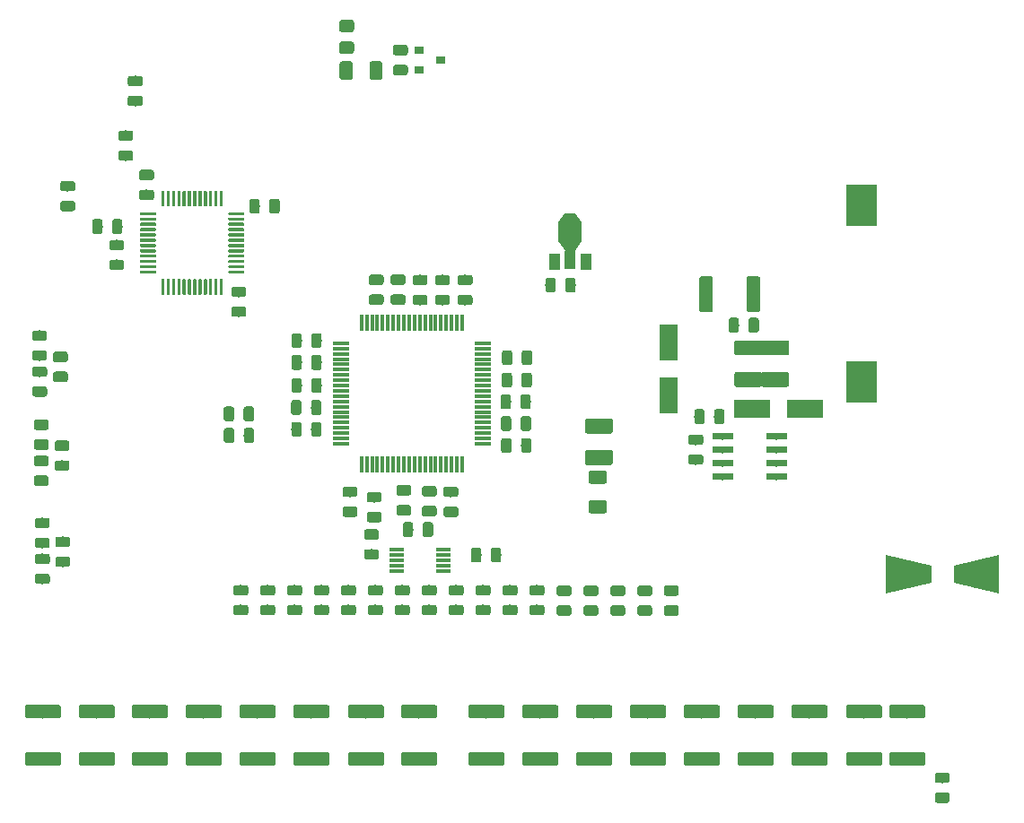
<source format=gbr>
%TF.GenerationSoftware,KiCad,Pcbnew,5.1.4*%
%TF.CreationDate,2019-11-11T16:17:41+01:00*%
%TF.ProjectId,main-board,6d61696e-2d62-46f6-9172-642e6b696361,rev?*%
%TF.SameCoordinates,Original*%
%TF.FileFunction,Paste,Top*%
%TF.FilePolarity,Positive*%
%FSLAX46Y46*%
G04 Gerber Fmt 4.6, Leading zero omitted, Abs format (unit mm)*
G04 Created by KiCad (PCBNEW 5.1.4) date 2019-11-11 16:17:41*
%MOMM*%
%LPD*%
G04 APERTURE LIST*
%ADD10C,2.532420*%
%ADD11C,0.100000*%
%ADD12C,0.975000*%
%ADD13C,0.650000*%
%ADD14R,1.400000X0.300000*%
%ADD15C,1.150000*%
%ADD16C,1.300000*%
%ADD17C,1.425000*%
%ADD18R,1.500000X0.300000*%
%ADD19R,0.300000X1.500000*%
%ADD20C,0.300000*%
%ADD21R,1.800000X3.500000*%
%ADD22R,3.000000X4.000000*%
%ADD23R,3.500000X1.800000*%
%ADD24C,1.250000*%
%ADD25R,0.900000X0.800000*%
%ADD26C,1.000000*%
%ADD27R,2.200000X1.840000*%
%ADD28R,1.000000X1.500000*%
%ADD29R,1.000000X1.800000*%
%ADD30C,0.850000*%
G04 APERTURE END LIST*
D10*
X183769800Y-115214400D03*
D11*
G36*
X181619800Y-117014400D02*
G01*
X181619800Y-113414400D01*
X185919800Y-114414400D01*
X185919800Y-116014400D01*
X181619800Y-117014400D01*
X181619800Y-117014400D01*
G37*
D10*
X190169800Y-115214400D03*
D11*
G36*
X192319800Y-113414400D02*
G01*
X192319800Y-117014400D01*
X188019800Y-116014400D01*
X188019800Y-114414400D01*
X192319800Y-113414400D01*
X192319800Y-113414400D01*
G37*
G36*
X104924942Y-78078174D02*
G01*
X104948603Y-78081684D01*
X104971807Y-78087496D01*
X104994329Y-78095554D01*
X105015953Y-78105782D01*
X105036470Y-78118079D01*
X105055683Y-78132329D01*
X105073407Y-78148393D01*
X105089471Y-78166117D01*
X105103721Y-78185330D01*
X105116018Y-78205847D01*
X105126246Y-78227471D01*
X105134304Y-78249993D01*
X105140116Y-78273197D01*
X105143626Y-78296858D01*
X105144800Y-78320750D01*
X105144800Y-78808250D01*
X105143626Y-78832142D01*
X105140116Y-78855803D01*
X105134304Y-78879007D01*
X105126246Y-78901529D01*
X105116018Y-78923153D01*
X105103721Y-78943670D01*
X105089471Y-78962883D01*
X105073407Y-78980607D01*
X105055683Y-78996671D01*
X105036470Y-79010921D01*
X105015953Y-79023218D01*
X104994329Y-79033446D01*
X104971807Y-79041504D01*
X104948603Y-79047316D01*
X104924942Y-79050826D01*
X104901050Y-79052000D01*
X103988550Y-79052000D01*
X103964658Y-79050826D01*
X103940997Y-79047316D01*
X103917793Y-79041504D01*
X103895271Y-79033446D01*
X103873647Y-79023218D01*
X103853130Y-79010921D01*
X103833917Y-78996671D01*
X103816193Y-78980607D01*
X103800129Y-78962883D01*
X103785879Y-78943670D01*
X103773582Y-78923153D01*
X103763354Y-78901529D01*
X103755296Y-78879007D01*
X103749484Y-78855803D01*
X103745974Y-78832142D01*
X103744800Y-78808250D01*
X103744800Y-78320750D01*
X103745974Y-78296858D01*
X103749484Y-78273197D01*
X103755296Y-78249993D01*
X103763354Y-78227471D01*
X103773582Y-78205847D01*
X103785879Y-78185330D01*
X103800129Y-78166117D01*
X103816193Y-78148393D01*
X103833917Y-78132329D01*
X103853130Y-78118079D01*
X103873647Y-78105782D01*
X103895271Y-78095554D01*
X103917793Y-78087496D01*
X103940997Y-78081684D01*
X103964658Y-78078174D01*
X103988550Y-78077000D01*
X104901050Y-78077000D01*
X104924942Y-78078174D01*
X104924942Y-78078174D01*
G37*
D12*
X104444800Y-78564500D03*
D11*
G36*
X104924942Y-79953174D02*
G01*
X104948603Y-79956684D01*
X104971807Y-79962496D01*
X104994329Y-79970554D01*
X105015953Y-79980782D01*
X105036470Y-79993079D01*
X105055683Y-80007329D01*
X105073407Y-80023393D01*
X105089471Y-80041117D01*
X105103721Y-80060330D01*
X105116018Y-80080847D01*
X105126246Y-80102471D01*
X105134304Y-80124993D01*
X105140116Y-80148197D01*
X105143626Y-80171858D01*
X105144800Y-80195750D01*
X105144800Y-80683250D01*
X105143626Y-80707142D01*
X105140116Y-80730803D01*
X105134304Y-80754007D01*
X105126246Y-80776529D01*
X105116018Y-80798153D01*
X105103721Y-80818670D01*
X105089471Y-80837883D01*
X105073407Y-80855607D01*
X105055683Y-80871671D01*
X105036470Y-80885921D01*
X105015953Y-80898218D01*
X104994329Y-80908446D01*
X104971807Y-80916504D01*
X104948603Y-80922316D01*
X104924942Y-80925826D01*
X104901050Y-80927000D01*
X103988550Y-80927000D01*
X103964658Y-80925826D01*
X103940997Y-80922316D01*
X103917793Y-80916504D01*
X103895271Y-80908446D01*
X103873647Y-80898218D01*
X103853130Y-80885921D01*
X103833917Y-80871671D01*
X103816193Y-80855607D01*
X103800129Y-80837883D01*
X103785879Y-80818670D01*
X103773582Y-80798153D01*
X103763354Y-80776529D01*
X103755296Y-80754007D01*
X103749484Y-80730803D01*
X103745974Y-80707142D01*
X103744800Y-80683250D01*
X103744800Y-80195750D01*
X103745974Y-80171858D01*
X103749484Y-80148197D01*
X103755296Y-80124993D01*
X103763354Y-80102471D01*
X103773582Y-80080847D01*
X103785879Y-80060330D01*
X103800129Y-80041117D01*
X103816193Y-80023393D01*
X103833917Y-80007329D01*
X103853130Y-79993079D01*
X103873647Y-79980782D01*
X103895271Y-79970554D01*
X103917793Y-79962496D01*
X103940997Y-79956684D01*
X103964658Y-79953174D01*
X103988550Y-79952000D01*
X104901050Y-79952000D01*
X104924942Y-79953174D01*
X104924942Y-79953174D01*
G37*
D12*
X104444800Y-80439500D03*
D11*
G36*
X172161428Y-101859982D02*
G01*
X172177202Y-101862322D01*
X172192671Y-101866197D01*
X172207686Y-101871570D01*
X172222102Y-101878388D01*
X172235780Y-101886586D01*
X172248589Y-101896086D01*
X172260405Y-101906795D01*
X172271114Y-101918611D01*
X172280614Y-101931420D01*
X172288812Y-101945098D01*
X172295630Y-101959514D01*
X172301003Y-101974529D01*
X172304878Y-101989998D01*
X172307218Y-102005772D01*
X172308000Y-102021700D01*
X172308000Y-102346700D01*
X172307218Y-102362628D01*
X172304878Y-102378402D01*
X172301003Y-102393871D01*
X172295630Y-102408886D01*
X172288812Y-102423302D01*
X172280614Y-102436980D01*
X172271114Y-102449789D01*
X172260405Y-102461605D01*
X172248589Y-102472314D01*
X172235780Y-102481814D01*
X172222102Y-102490012D01*
X172207686Y-102496830D01*
X172192671Y-102502203D01*
X172177202Y-102506078D01*
X172161428Y-102508418D01*
X172145500Y-102509200D01*
X170495500Y-102509200D01*
X170479572Y-102508418D01*
X170463798Y-102506078D01*
X170448329Y-102502203D01*
X170433314Y-102496830D01*
X170418898Y-102490012D01*
X170405220Y-102481814D01*
X170392411Y-102472314D01*
X170380595Y-102461605D01*
X170369886Y-102449789D01*
X170360386Y-102436980D01*
X170352188Y-102423302D01*
X170345370Y-102408886D01*
X170339997Y-102393871D01*
X170336122Y-102378402D01*
X170333782Y-102362628D01*
X170333000Y-102346700D01*
X170333000Y-102021700D01*
X170333782Y-102005772D01*
X170336122Y-101989998D01*
X170339997Y-101974529D01*
X170345370Y-101959514D01*
X170352188Y-101945098D01*
X170360386Y-101931420D01*
X170369886Y-101918611D01*
X170380595Y-101906795D01*
X170392411Y-101896086D01*
X170405220Y-101886586D01*
X170418898Y-101878388D01*
X170433314Y-101871570D01*
X170448329Y-101866197D01*
X170463798Y-101862322D01*
X170479572Y-101859982D01*
X170495500Y-101859200D01*
X172145500Y-101859200D01*
X172161428Y-101859982D01*
X172161428Y-101859982D01*
G37*
D13*
X171320500Y-102184200D03*
D11*
G36*
X172161428Y-103129982D02*
G01*
X172177202Y-103132322D01*
X172192671Y-103136197D01*
X172207686Y-103141570D01*
X172222102Y-103148388D01*
X172235780Y-103156586D01*
X172248589Y-103166086D01*
X172260405Y-103176795D01*
X172271114Y-103188611D01*
X172280614Y-103201420D01*
X172288812Y-103215098D01*
X172295630Y-103229514D01*
X172301003Y-103244529D01*
X172304878Y-103259998D01*
X172307218Y-103275772D01*
X172308000Y-103291700D01*
X172308000Y-103616700D01*
X172307218Y-103632628D01*
X172304878Y-103648402D01*
X172301003Y-103663871D01*
X172295630Y-103678886D01*
X172288812Y-103693302D01*
X172280614Y-103706980D01*
X172271114Y-103719789D01*
X172260405Y-103731605D01*
X172248589Y-103742314D01*
X172235780Y-103751814D01*
X172222102Y-103760012D01*
X172207686Y-103766830D01*
X172192671Y-103772203D01*
X172177202Y-103776078D01*
X172161428Y-103778418D01*
X172145500Y-103779200D01*
X170495500Y-103779200D01*
X170479572Y-103778418D01*
X170463798Y-103776078D01*
X170448329Y-103772203D01*
X170433314Y-103766830D01*
X170418898Y-103760012D01*
X170405220Y-103751814D01*
X170392411Y-103742314D01*
X170380595Y-103731605D01*
X170369886Y-103719789D01*
X170360386Y-103706980D01*
X170352188Y-103693302D01*
X170345370Y-103678886D01*
X170339997Y-103663871D01*
X170336122Y-103648402D01*
X170333782Y-103632628D01*
X170333000Y-103616700D01*
X170333000Y-103291700D01*
X170333782Y-103275772D01*
X170336122Y-103259998D01*
X170339997Y-103244529D01*
X170345370Y-103229514D01*
X170352188Y-103215098D01*
X170360386Y-103201420D01*
X170369886Y-103188611D01*
X170380595Y-103176795D01*
X170392411Y-103166086D01*
X170405220Y-103156586D01*
X170418898Y-103148388D01*
X170433314Y-103141570D01*
X170448329Y-103136197D01*
X170463798Y-103132322D01*
X170479572Y-103129982D01*
X170495500Y-103129200D01*
X172145500Y-103129200D01*
X172161428Y-103129982D01*
X172161428Y-103129982D01*
G37*
D13*
X171320500Y-103454200D03*
D11*
G36*
X172161428Y-104399982D02*
G01*
X172177202Y-104402322D01*
X172192671Y-104406197D01*
X172207686Y-104411570D01*
X172222102Y-104418388D01*
X172235780Y-104426586D01*
X172248589Y-104436086D01*
X172260405Y-104446795D01*
X172271114Y-104458611D01*
X172280614Y-104471420D01*
X172288812Y-104485098D01*
X172295630Y-104499514D01*
X172301003Y-104514529D01*
X172304878Y-104529998D01*
X172307218Y-104545772D01*
X172308000Y-104561700D01*
X172308000Y-104886700D01*
X172307218Y-104902628D01*
X172304878Y-104918402D01*
X172301003Y-104933871D01*
X172295630Y-104948886D01*
X172288812Y-104963302D01*
X172280614Y-104976980D01*
X172271114Y-104989789D01*
X172260405Y-105001605D01*
X172248589Y-105012314D01*
X172235780Y-105021814D01*
X172222102Y-105030012D01*
X172207686Y-105036830D01*
X172192671Y-105042203D01*
X172177202Y-105046078D01*
X172161428Y-105048418D01*
X172145500Y-105049200D01*
X170495500Y-105049200D01*
X170479572Y-105048418D01*
X170463798Y-105046078D01*
X170448329Y-105042203D01*
X170433314Y-105036830D01*
X170418898Y-105030012D01*
X170405220Y-105021814D01*
X170392411Y-105012314D01*
X170380595Y-105001605D01*
X170369886Y-104989789D01*
X170360386Y-104976980D01*
X170352188Y-104963302D01*
X170345370Y-104948886D01*
X170339997Y-104933871D01*
X170336122Y-104918402D01*
X170333782Y-104902628D01*
X170333000Y-104886700D01*
X170333000Y-104561700D01*
X170333782Y-104545772D01*
X170336122Y-104529998D01*
X170339997Y-104514529D01*
X170345370Y-104499514D01*
X170352188Y-104485098D01*
X170360386Y-104471420D01*
X170369886Y-104458611D01*
X170380595Y-104446795D01*
X170392411Y-104436086D01*
X170405220Y-104426586D01*
X170418898Y-104418388D01*
X170433314Y-104411570D01*
X170448329Y-104406197D01*
X170463798Y-104402322D01*
X170479572Y-104399982D01*
X170495500Y-104399200D01*
X172145500Y-104399200D01*
X172161428Y-104399982D01*
X172161428Y-104399982D01*
G37*
D13*
X171320500Y-104724200D03*
D11*
G36*
X172161428Y-105669982D02*
G01*
X172177202Y-105672322D01*
X172192671Y-105676197D01*
X172207686Y-105681570D01*
X172222102Y-105688388D01*
X172235780Y-105696586D01*
X172248589Y-105706086D01*
X172260405Y-105716795D01*
X172271114Y-105728611D01*
X172280614Y-105741420D01*
X172288812Y-105755098D01*
X172295630Y-105769514D01*
X172301003Y-105784529D01*
X172304878Y-105799998D01*
X172307218Y-105815772D01*
X172308000Y-105831700D01*
X172308000Y-106156700D01*
X172307218Y-106172628D01*
X172304878Y-106188402D01*
X172301003Y-106203871D01*
X172295630Y-106218886D01*
X172288812Y-106233302D01*
X172280614Y-106246980D01*
X172271114Y-106259789D01*
X172260405Y-106271605D01*
X172248589Y-106282314D01*
X172235780Y-106291814D01*
X172222102Y-106300012D01*
X172207686Y-106306830D01*
X172192671Y-106312203D01*
X172177202Y-106316078D01*
X172161428Y-106318418D01*
X172145500Y-106319200D01*
X170495500Y-106319200D01*
X170479572Y-106318418D01*
X170463798Y-106316078D01*
X170448329Y-106312203D01*
X170433314Y-106306830D01*
X170418898Y-106300012D01*
X170405220Y-106291814D01*
X170392411Y-106282314D01*
X170380595Y-106271605D01*
X170369886Y-106259789D01*
X170360386Y-106246980D01*
X170352188Y-106233302D01*
X170345370Y-106218886D01*
X170339997Y-106203871D01*
X170336122Y-106188402D01*
X170333782Y-106172628D01*
X170333000Y-106156700D01*
X170333000Y-105831700D01*
X170333782Y-105815772D01*
X170336122Y-105799998D01*
X170339997Y-105784529D01*
X170345370Y-105769514D01*
X170352188Y-105755098D01*
X170360386Y-105741420D01*
X170369886Y-105728611D01*
X170380595Y-105716795D01*
X170392411Y-105706086D01*
X170405220Y-105696586D01*
X170418898Y-105688388D01*
X170433314Y-105681570D01*
X170448329Y-105676197D01*
X170463798Y-105672322D01*
X170479572Y-105669982D01*
X170495500Y-105669200D01*
X172145500Y-105669200D01*
X172161428Y-105669982D01*
X172161428Y-105669982D01*
G37*
D13*
X171320500Y-105994200D03*
D11*
G36*
X167086428Y-105669982D02*
G01*
X167102202Y-105672322D01*
X167117671Y-105676197D01*
X167132686Y-105681570D01*
X167147102Y-105688388D01*
X167160780Y-105696586D01*
X167173589Y-105706086D01*
X167185405Y-105716795D01*
X167196114Y-105728611D01*
X167205614Y-105741420D01*
X167213812Y-105755098D01*
X167220630Y-105769514D01*
X167226003Y-105784529D01*
X167229878Y-105799998D01*
X167232218Y-105815772D01*
X167233000Y-105831700D01*
X167233000Y-106156700D01*
X167232218Y-106172628D01*
X167229878Y-106188402D01*
X167226003Y-106203871D01*
X167220630Y-106218886D01*
X167213812Y-106233302D01*
X167205614Y-106246980D01*
X167196114Y-106259789D01*
X167185405Y-106271605D01*
X167173589Y-106282314D01*
X167160780Y-106291814D01*
X167147102Y-106300012D01*
X167132686Y-106306830D01*
X167117671Y-106312203D01*
X167102202Y-106316078D01*
X167086428Y-106318418D01*
X167070500Y-106319200D01*
X165420500Y-106319200D01*
X165404572Y-106318418D01*
X165388798Y-106316078D01*
X165373329Y-106312203D01*
X165358314Y-106306830D01*
X165343898Y-106300012D01*
X165330220Y-106291814D01*
X165317411Y-106282314D01*
X165305595Y-106271605D01*
X165294886Y-106259789D01*
X165285386Y-106246980D01*
X165277188Y-106233302D01*
X165270370Y-106218886D01*
X165264997Y-106203871D01*
X165261122Y-106188402D01*
X165258782Y-106172628D01*
X165258000Y-106156700D01*
X165258000Y-105831700D01*
X165258782Y-105815772D01*
X165261122Y-105799998D01*
X165264997Y-105784529D01*
X165270370Y-105769514D01*
X165277188Y-105755098D01*
X165285386Y-105741420D01*
X165294886Y-105728611D01*
X165305595Y-105716795D01*
X165317411Y-105706086D01*
X165330220Y-105696586D01*
X165343898Y-105688388D01*
X165358314Y-105681570D01*
X165373329Y-105676197D01*
X165388798Y-105672322D01*
X165404572Y-105669982D01*
X165420500Y-105669200D01*
X167070500Y-105669200D01*
X167086428Y-105669982D01*
X167086428Y-105669982D01*
G37*
D13*
X166245500Y-105994200D03*
D11*
G36*
X167086428Y-104399982D02*
G01*
X167102202Y-104402322D01*
X167117671Y-104406197D01*
X167132686Y-104411570D01*
X167147102Y-104418388D01*
X167160780Y-104426586D01*
X167173589Y-104436086D01*
X167185405Y-104446795D01*
X167196114Y-104458611D01*
X167205614Y-104471420D01*
X167213812Y-104485098D01*
X167220630Y-104499514D01*
X167226003Y-104514529D01*
X167229878Y-104529998D01*
X167232218Y-104545772D01*
X167233000Y-104561700D01*
X167233000Y-104886700D01*
X167232218Y-104902628D01*
X167229878Y-104918402D01*
X167226003Y-104933871D01*
X167220630Y-104948886D01*
X167213812Y-104963302D01*
X167205614Y-104976980D01*
X167196114Y-104989789D01*
X167185405Y-105001605D01*
X167173589Y-105012314D01*
X167160780Y-105021814D01*
X167147102Y-105030012D01*
X167132686Y-105036830D01*
X167117671Y-105042203D01*
X167102202Y-105046078D01*
X167086428Y-105048418D01*
X167070500Y-105049200D01*
X165420500Y-105049200D01*
X165404572Y-105048418D01*
X165388798Y-105046078D01*
X165373329Y-105042203D01*
X165358314Y-105036830D01*
X165343898Y-105030012D01*
X165330220Y-105021814D01*
X165317411Y-105012314D01*
X165305595Y-105001605D01*
X165294886Y-104989789D01*
X165285386Y-104976980D01*
X165277188Y-104963302D01*
X165270370Y-104948886D01*
X165264997Y-104933871D01*
X165261122Y-104918402D01*
X165258782Y-104902628D01*
X165258000Y-104886700D01*
X165258000Y-104561700D01*
X165258782Y-104545772D01*
X165261122Y-104529998D01*
X165264997Y-104514529D01*
X165270370Y-104499514D01*
X165277188Y-104485098D01*
X165285386Y-104471420D01*
X165294886Y-104458611D01*
X165305595Y-104446795D01*
X165317411Y-104436086D01*
X165330220Y-104426586D01*
X165343898Y-104418388D01*
X165358314Y-104411570D01*
X165373329Y-104406197D01*
X165388798Y-104402322D01*
X165404572Y-104399982D01*
X165420500Y-104399200D01*
X167070500Y-104399200D01*
X167086428Y-104399982D01*
X167086428Y-104399982D01*
G37*
D13*
X166245500Y-104724200D03*
D11*
G36*
X167086428Y-103129982D02*
G01*
X167102202Y-103132322D01*
X167117671Y-103136197D01*
X167132686Y-103141570D01*
X167147102Y-103148388D01*
X167160780Y-103156586D01*
X167173589Y-103166086D01*
X167185405Y-103176795D01*
X167196114Y-103188611D01*
X167205614Y-103201420D01*
X167213812Y-103215098D01*
X167220630Y-103229514D01*
X167226003Y-103244529D01*
X167229878Y-103259998D01*
X167232218Y-103275772D01*
X167233000Y-103291700D01*
X167233000Y-103616700D01*
X167232218Y-103632628D01*
X167229878Y-103648402D01*
X167226003Y-103663871D01*
X167220630Y-103678886D01*
X167213812Y-103693302D01*
X167205614Y-103706980D01*
X167196114Y-103719789D01*
X167185405Y-103731605D01*
X167173589Y-103742314D01*
X167160780Y-103751814D01*
X167147102Y-103760012D01*
X167132686Y-103766830D01*
X167117671Y-103772203D01*
X167102202Y-103776078D01*
X167086428Y-103778418D01*
X167070500Y-103779200D01*
X165420500Y-103779200D01*
X165404572Y-103778418D01*
X165388798Y-103776078D01*
X165373329Y-103772203D01*
X165358314Y-103766830D01*
X165343898Y-103760012D01*
X165330220Y-103751814D01*
X165317411Y-103742314D01*
X165305595Y-103731605D01*
X165294886Y-103719789D01*
X165285386Y-103706980D01*
X165277188Y-103693302D01*
X165270370Y-103678886D01*
X165264997Y-103663871D01*
X165261122Y-103648402D01*
X165258782Y-103632628D01*
X165258000Y-103616700D01*
X165258000Y-103291700D01*
X165258782Y-103275772D01*
X165261122Y-103259998D01*
X165264997Y-103244529D01*
X165270370Y-103229514D01*
X165277188Y-103215098D01*
X165285386Y-103201420D01*
X165294886Y-103188611D01*
X165305595Y-103176795D01*
X165317411Y-103166086D01*
X165330220Y-103156586D01*
X165343898Y-103148388D01*
X165358314Y-103141570D01*
X165373329Y-103136197D01*
X165388798Y-103132322D01*
X165404572Y-103129982D01*
X165420500Y-103129200D01*
X167070500Y-103129200D01*
X167086428Y-103129982D01*
X167086428Y-103129982D01*
G37*
D13*
X166245500Y-103454200D03*
D11*
G36*
X167086428Y-101859982D02*
G01*
X167102202Y-101862322D01*
X167117671Y-101866197D01*
X167132686Y-101871570D01*
X167147102Y-101878388D01*
X167160780Y-101886586D01*
X167173589Y-101896086D01*
X167185405Y-101906795D01*
X167196114Y-101918611D01*
X167205614Y-101931420D01*
X167213812Y-101945098D01*
X167220630Y-101959514D01*
X167226003Y-101974529D01*
X167229878Y-101989998D01*
X167232218Y-102005772D01*
X167233000Y-102021700D01*
X167233000Y-102346700D01*
X167232218Y-102362628D01*
X167229878Y-102378402D01*
X167226003Y-102393871D01*
X167220630Y-102408886D01*
X167213812Y-102423302D01*
X167205614Y-102436980D01*
X167196114Y-102449789D01*
X167185405Y-102461605D01*
X167173589Y-102472314D01*
X167160780Y-102481814D01*
X167147102Y-102490012D01*
X167132686Y-102496830D01*
X167117671Y-102502203D01*
X167102202Y-102506078D01*
X167086428Y-102508418D01*
X167070500Y-102509200D01*
X165420500Y-102509200D01*
X165404572Y-102508418D01*
X165388798Y-102506078D01*
X165373329Y-102502203D01*
X165358314Y-102496830D01*
X165343898Y-102490012D01*
X165330220Y-102481814D01*
X165317411Y-102472314D01*
X165305595Y-102461605D01*
X165294886Y-102449789D01*
X165285386Y-102436980D01*
X165277188Y-102423302D01*
X165270370Y-102408886D01*
X165264997Y-102393871D01*
X165261122Y-102378402D01*
X165258782Y-102362628D01*
X165258000Y-102346700D01*
X165258000Y-102021700D01*
X165258782Y-102005772D01*
X165261122Y-101989998D01*
X165264997Y-101974529D01*
X165270370Y-101959514D01*
X165277188Y-101945098D01*
X165285386Y-101931420D01*
X165294886Y-101918611D01*
X165305595Y-101906795D01*
X165317411Y-101896086D01*
X165330220Y-101886586D01*
X165343898Y-101878388D01*
X165358314Y-101871570D01*
X165373329Y-101866197D01*
X165388798Y-101862322D01*
X165404572Y-101859982D01*
X165420500Y-101859200D01*
X167070500Y-101859200D01*
X167086428Y-101859982D01*
X167086428Y-101859982D01*
G37*
D13*
X166245500Y-102184200D03*
D14*
X139868000Y-112893600D03*
X139868000Y-113393600D03*
X139868000Y-113893600D03*
X139868000Y-114393600D03*
X139868000Y-114893600D03*
X135468000Y-114893600D03*
X135468000Y-114393600D03*
X135468000Y-113893600D03*
X135468000Y-113393600D03*
X135468000Y-112893600D03*
D11*
G36*
X131233705Y-62866404D02*
G01*
X131257973Y-62870004D01*
X131281772Y-62875965D01*
X131304871Y-62884230D01*
X131327050Y-62894720D01*
X131348093Y-62907332D01*
X131367799Y-62921947D01*
X131385977Y-62938423D01*
X131402453Y-62956601D01*
X131417068Y-62976307D01*
X131429680Y-62997350D01*
X131440170Y-63019529D01*
X131448435Y-63042628D01*
X131454396Y-63066427D01*
X131457996Y-63090695D01*
X131459200Y-63115199D01*
X131459200Y-63765201D01*
X131457996Y-63789705D01*
X131454396Y-63813973D01*
X131448435Y-63837772D01*
X131440170Y-63860871D01*
X131429680Y-63883050D01*
X131417068Y-63904093D01*
X131402453Y-63923799D01*
X131385977Y-63941977D01*
X131367799Y-63958453D01*
X131348093Y-63973068D01*
X131327050Y-63985680D01*
X131304871Y-63996170D01*
X131281772Y-64004435D01*
X131257973Y-64010396D01*
X131233705Y-64013996D01*
X131209201Y-64015200D01*
X130309199Y-64015200D01*
X130284695Y-64013996D01*
X130260427Y-64010396D01*
X130236628Y-64004435D01*
X130213529Y-63996170D01*
X130191350Y-63985680D01*
X130170307Y-63973068D01*
X130150601Y-63958453D01*
X130132423Y-63941977D01*
X130115947Y-63923799D01*
X130101332Y-63904093D01*
X130088720Y-63883050D01*
X130078230Y-63860871D01*
X130069965Y-63837772D01*
X130064004Y-63813973D01*
X130060404Y-63789705D01*
X130059200Y-63765201D01*
X130059200Y-63115199D01*
X130060404Y-63090695D01*
X130064004Y-63066427D01*
X130069965Y-63042628D01*
X130078230Y-63019529D01*
X130088720Y-62997350D01*
X130101332Y-62976307D01*
X130115947Y-62956601D01*
X130132423Y-62938423D01*
X130150601Y-62921947D01*
X130170307Y-62907332D01*
X130191350Y-62894720D01*
X130213529Y-62884230D01*
X130236628Y-62875965D01*
X130260427Y-62870004D01*
X130284695Y-62866404D01*
X130309199Y-62865200D01*
X131209201Y-62865200D01*
X131233705Y-62866404D01*
X131233705Y-62866404D01*
G37*
D15*
X130759200Y-63440200D03*
D11*
G36*
X131233705Y-64916404D02*
G01*
X131257973Y-64920004D01*
X131281772Y-64925965D01*
X131304871Y-64934230D01*
X131327050Y-64944720D01*
X131348093Y-64957332D01*
X131367799Y-64971947D01*
X131385977Y-64988423D01*
X131402453Y-65006601D01*
X131417068Y-65026307D01*
X131429680Y-65047350D01*
X131440170Y-65069529D01*
X131448435Y-65092628D01*
X131454396Y-65116427D01*
X131457996Y-65140695D01*
X131459200Y-65165199D01*
X131459200Y-65815201D01*
X131457996Y-65839705D01*
X131454396Y-65863973D01*
X131448435Y-65887772D01*
X131440170Y-65910871D01*
X131429680Y-65933050D01*
X131417068Y-65954093D01*
X131402453Y-65973799D01*
X131385977Y-65991977D01*
X131367799Y-66008453D01*
X131348093Y-66023068D01*
X131327050Y-66035680D01*
X131304871Y-66046170D01*
X131281772Y-66054435D01*
X131257973Y-66060396D01*
X131233705Y-66063996D01*
X131209201Y-66065200D01*
X130309199Y-66065200D01*
X130284695Y-66063996D01*
X130260427Y-66060396D01*
X130236628Y-66054435D01*
X130213529Y-66046170D01*
X130191350Y-66035680D01*
X130170307Y-66023068D01*
X130150601Y-66008453D01*
X130132423Y-65991977D01*
X130115947Y-65973799D01*
X130101332Y-65954093D01*
X130088720Y-65933050D01*
X130078230Y-65910871D01*
X130069965Y-65887772D01*
X130064004Y-65863973D01*
X130060404Y-65839705D01*
X130059200Y-65815201D01*
X130059200Y-65165199D01*
X130060404Y-65140695D01*
X130064004Y-65116427D01*
X130069965Y-65092628D01*
X130078230Y-65069529D01*
X130088720Y-65047350D01*
X130101332Y-65026307D01*
X130115947Y-65006601D01*
X130132423Y-64988423D01*
X130150601Y-64971947D01*
X130170307Y-64957332D01*
X130191350Y-64944720D01*
X130213529Y-64934230D01*
X130236628Y-64925965D01*
X130260427Y-64920004D01*
X130284695Y-64916404D01*
X130309199Y-64915200D01*
X131209201Y-64915200D01*
X131233705Y-64916404D01*
X131233705Y-64916404D01*
G37*
D15*
X130759200Y-65490200D03*
D11*
G36*
X165098504Y-87074204D02*
G01*
X165122773Y-87077804D01*
X165146571Y-87083765D01*
X165169671Y-87092030D01*
X165191849Y-87102520D01*
X165212893Y-87115133D01*
X165232598Y-87129747D01*
X165250777Y-87146223D01*
X165267253Y-87164402D01*
X165281867Y-87184107D01*
X165294480Y-87205151D01*
X165304970Y-87227329D01*
X165313235Y-87250429D01*
X165319196Y-87274227D01*
X165322796Y-87298496D01*
X165324000Y-87323000D01*
X165324000Y-90223000D01*
X165322796Y-90247504D01*
X165319196Y-90271773D01*
X165313235Y-90295571D01*
X165304970Y-90318671D01*
X165294480Y-90340849D01*
X165281867Y-90361893D01*
X165267253Y-90381598D01*
X165250777Y-90399777D01*
X165232598Y-90416253D01*
X165212893Y-90430867D01*
X165191849Y-90443480D01*
X165169671Y-90453970D01*
X165146571Y-90462235D01*
X165122773Y-90468196D01*
X165098504Y-90471796D01*
X165074000Y-90473000D01*
X164274000Y-90473000D01*
X164249496Y-90471796D01*
X164225227Y-90468196D01*
X164201429Y-90462235D01*
X164178329Y-90453970D01*
X164156151Y-90443480D01*
X164135107Y-90430867D01*
X164115402Y-90416253D01*
X164097223Y-90399777D01*
X164080747Y-90381598D01*
X164066133Y-90361893D01*
X164053520Y-90340849D01*
X164043030Y-90318671D01*
X164034765Y-90295571D01*
X164028804Y-90271773D01*
X164025204Y-90247504D01*
X164024000Y-90223000D01*
X164024000Y-87323000D01*
X164025204Y-87298496D01*
X164028804Y-87274227D01*
X164034765Y-87250429D01*
X164043030Y-87227329D01*
X164053520Y-87205151D01*
X164066133Y-87184107D01*
X164080747Y-87164402D01*
X164097223Y-87146223D01*
X164115402Y-87129747D01*
X164135107Y-87115133D01*
X164156151Y-87102520D01*
X164178329Y-87092030D01*
X164201429Y-87083765D01*
X164225227Y-87077804D01*
X164249496Y-87074204D01*
X164274000Y-87073000D01*
X165074000Y-87073000D01*
X165098504Y-87074204D01*
X165098504Y-87074204D01*
G37*
D16*
X164674000Y-88773000D03*
D11*
G36*
X169548504Y-87074204D02*
G01*
X169572773Y-87077804D01*
X169596571Y-87083765D01*
X169619671Y-87092030D01*
X169641849Y-87102520D01*
X169662893Y-87115133D01*
X169682598Y-87129747D01*
X169700777Y-87146223D01*
X169717253Y-87164402D01*
X169731867Y-87184107D01*
X169744480Y-87205151D01*
X169754970Y-87227329D01*
X169763235Y-87250429D01*
X169769196Y-87274227D01*
X169772796Y-87298496D01*
X169774000Y-87323000D01*
X169774000Y-90223000D01*
X169772796Y-90247504D01*
X169769196Y-90271773D01*
X169763235Y-90295571D01*
X169754970Y-90318671D01*
X169744480Y-90340849D01*
X169731867Y-90361893D01*
X169717253Y-90381598D01*
X169700777Y-90399777D01*
X169682598Y-90416253D01*
X169662893Y-90430867D01*
X169641849Y-90443480D01*
X169619671Y-90453970D01*
X169596571Y-90462235D01*
X169572773Y-90468196D01*
X169548504Y-90471796D01*
X169524000Y-90473000D01*
X168724000Y-90473000D01*
X168699496Y-90471796D01*
X168675227Y-90468196D01*
X168651429Y-90462235D01*
X168628329Y-90453970D01*
X168606151Y-90443480D01*
X168585107Y-90430867D01*
X168565402Y-90416253D01*
X168547223Y-90399777D01*
X168530747Y-90381598D01*
X168516133Y-90361893D01*
X168503520Y-90340849D01*
X168493030Y-90318671D01*
X168484765Y-90295571D01*
X168478804Y-90271773D01*
X168475204Y-90247504D01*
X168474000Y-90223000D01*
X168474000Y-87323000D01*
X168475204Y-87298496D01*
X168478804Y-87274227D01*
X168484765Y-87250429D01*
X168493030Y-87227329D01*
X168503520Y-87205151D01*
X168516133Y-87184107D01*
X168530747Y-87164402D01*
X168547223Y-87146223D01*
X168565402Y-87129747D01*
X168585107Y-87115133D01*
X168606151Y-87102520D01*
X168628329Y-87092030D01*
X168651429Y-87083765D01*
X168675227Y-87077804D01*
X168699496Y-87074204D01*
X168724000Y-87073000D01*
X169524000Y-87073000D01*
X169548504Y-87074204D01*
X169548504Y-87074204D01*
G37*
D16*
X169124000Y-88773000D03*
D11*
G36*
X185116504Y-131984204D02*
G01*
X185140773Y-131987804D01*
X185164571Y-131993765D01*
X185187671Y-132002030D01*
X185209849Y-132012520D01*
X185230893Y-132025133D01*
X185250598Y-132039747D01*
X185268777Y-132056223D01*
X185285253Y-132074402D01*
X185299867Y-132094107D01*
X185312480Y-132115151D01*
X185322970Y-132137329D01*
X185331235Y-132160429D01*
X185337196Y-132184227D01*
X185340796Y-132208496D01*
X185342000Y-132233000D01*
X185342000Y-133033000D01*
X185340796Y-133057504D01*
X185337196Y-133081773D01*
X185331235Y-133105571D01*
X185322970Y-133128671D01*
X185312480Y-133150849D01*
X185299867Y-133171893D01*
X185285253Y-133191598D01*
X185268777Y-133209777D01*
X185250598Y-133226253D01*
X185230893Y-133240867D01*
X185209849Y-133253480D01*
X185187671Y-133263970D01*
X185164571Y-133272235D01*
X185140773Y-133278196D01*
X185116504Y-133281796D01*
X185092000Y-133283000D01*
X182192000Y-133283000D01*
X182167496Y-133281796D01*
X182143227Y-133278196D01*
X182119429Y-133272235D01*
X182096329Y-133263970D01*
X182074151Y-133253480D01*
X182053107Y-133240867D01*
X182033402Y-133226253D01*
X182015223Y-133209777D01*
X181998747Y-133191598D01*
X181984133Y-133171893D01*
X181971520Y-133150849D01*
X181961030Y-133128671D01*
X181952765Y-133105571D01*
X181946804Y-133081773D01*
X181943204Y-133057504D01*
X181942000Y-133033000D01*
X181942000Y-132233000D01*
X181943204Y-132208496D01*
X181946804Y-132184227D01*
X181952765Y-132160429D01*
X181961030Y-132137329D01*
X181971520Y-132115151D01*
X181984133Y-132094107D01*
X181998747Y-132074402D01*
X182015223Y-132056223D01*
X182033402Y-132039747D01*
X182053107Y-132025133D01*
X182074151Y-132012520D01*
X182096329Y-132002030D01*
X182119429Y-131993765D01*
X182143227Y-131987804D01*
X182167496Y-131984204D01*
X182192000Y-131983000D01*
X185092000Y-131983000D01*
X185116504Y-131984204D01*
X185116504Y-131984204D01*
G37*
D16*
X183642000Y-132633000D03*
D11*
G36*
X185116504Y-127534204D02*
G01*
X185140773Y-127537804D01*
X185164571Y-127543765D01*
X185187671Y-127552030D01*
X185209849Y-127562520D01*
X185230893Y-127575133D01*
X185250598Y-127589747D01*
X185268777Y-127606223D01*
X185285253Y-127624402D01*
X185299867Y-127644107D01*
X185312480Y-127665151D01*
X185322970Y-127687329D01*
X185331235Y-127710429D01*
X185337196Y-127734227D01*
X185340796Y-127758496D01*
X185342000Y-127783000D01*
X185342000Y-128583000D01*
X185340796Y-128607504D01*
X185337196Y-128631773D01*
X185331235Y-128655571D01*
X185322970Y-128678671D01*
X185312480Y-128700849D01*
X185299867Y-128721893D01*
X185285253Y-128741598D01*
X185268777Y-128759777D01*
X185250598Y-128776253D01*
X185230893Y-128790867D01*
X185209849Y-128803480D01*
X185187671Y-128813970D01*
X185164571Y-128822235D01*
X185140773Y-128828196D01*
X185116504Y-128831796D01*
X185092000Y-128833000D01*
X182192000Y-128833000D01*
X182167496Y-128831796D01*
X182143227Y-128828196D01*
X182119429Y-128822235D01*
X182096329Y-128813970D01*
X182074151Y-128803480D01*
X182053107Y-128790867D01*
X182033402Y-128776253D01*
X182015223Y-128759777D01*
X181998747Y-128741598D01*
X181984133Y-128721893D01*
X181971520Y-128700849D01*
X181961030Y-128678671D01*
X181952765Y-128655571D01*
X181946804Y-128631773D01*
X181943204Y-128607504D01*
X181942000Y-128583000D01*
X181942000Y-127783000D01*
X181943204Y-127758496D01*
X181946804Y-127734227D01*
X181952765Y-127710429D01*
X181961030Y-127687329D01*
X181971520Y-127665151D01*
X181984133Y-127644107D01*
X181998747Y-127624402D01*
X182015223Y-127606223D01*
X182033402Y-127589747D01*
X182053107Y-127575133D01*
X182074151Y-127562520D01*
X182096329Y-127552030D01*
X182119429Y-127543765D01*
X182143227Y-127537804D01*
X182167496Y-127534204D01*
X182192000Y-127533000D01*
X185092000Y-127533000D01*
X185116504Y-127534204D01*
X185116504Y-127534204D01*
G37*
D16*
X183642000Y-128183000D03*
D11*
G36*
X103582504Y-131984204D02*
G01*
X103606773Y-131987804D01*
X103630571Y-131993765D01*
X103653671Y-132002030D01*
X103675849Y-132012520D01*
X103696893Y-132025133D01*
X103716598Y-132039747D01*
X103734777Y-132056223D01*
X103751253Y-132074402D01*
X103765867Y-132094107D01*
X103778480Y-132115151D01*
X103788970Y-132137329D01*
X103797235Y-132160429D01*
X103803196Y-132184227D01*
X103806796Y-132208496D01*
X103808000Y-132233000D01*
X103808000Y-133033000D01*
X103806796Y-133057504D01*
X103803196Y-133081773D01*
X103797235Y-133105571D01*
X103788970Y-133128671D01*
X103778480Y-133150849D01*
X103765867Y-133171893D01*
X103751253Y-133191598D01*
X103734777Y-133209777D01*
X103716598Y-133226253D01*
X103696893Y-133240867D01*
X103675849Y-133253480D01*
X103653671Y-133263970D01*
X103630571Y-133272235D01*
X103606773Y-133278196D01*
X103582504Y-133281796D01*
X103558000Y-133283000D01*
X100658000Y-133283000D01*
X100633496Y-133281796D01*
X100609227Y-133278196D01*
X100585429Y-133272235D01*
X100562329Y-133263970D01*
X100540151Y-133253480D01*
X100519107Y-133240867D01*
X100499402Y-133226253D01*
X100481223Y-133209777D01*
X100464747Y-133191598D01*
X100450133Y-133171893D01*
X100437520Y-133150849D01*
X100427030Y-133128671D01*
X100418765Y-133105571D01*
X100412804Y-133081773D01*
X100409204Y-133057504D01*
X100408000Y-133033000D01*
X100408000Y-132233000D01*
X100409204Y-132208496D01*
X100412804Y-132184227D01*
X100418765Y-132160429D01*
X100427030Y-132137329D01*
X100437520Y-132115151D01*
X100450133Y-132094107D01*
X100464747Y-132074402D01*
X100481223Y-132056223D01*
X100499402Y-132039747D01*
X100519107Y-132025133D01*
X100540151Y-132012520D01*
X100562329Y-132002030D01*
X100585429Y-131993765D01*
X100609227Y-131987804D01*
X100633496Y-131984204D01*
X100658000Y-131983000D01*
X103558000Y-131983000D01*
X103582504Y-131984204D01*
X103582504Y-131984204D01*
G37*
D16*
X102108000Y-132633000D03*
D11*
G36*
X103582504Y-127534204D02*
G01*
X103606773Y-127537804D01*
X103630571Y-127543765D01*
X103653671Y-127552030D01*
X103675849Y-127562520D01*
X103696893Y-127575133D01*
X103716598Y-127589747D01*
X103734777Y-127606223D01*
X103751253Y-127624402D01*
X103765867Y-127644107D01*
X103778480Y-127665151D01*
X103788970Y-127687329D01*
X103797235Y-127710429D01*
X103803196Y-127734227D01*
X103806796Y-127758496D01*
X103808000Y-127783000D01*
X103808000Y-128583000D01*
X103806796Y-128607504D01*
X103803196Y-128631773D01*
X103797235Y-128655571D01*
X103788970Y-128678671D01*
X103778480Y-128700849D01*
X103765867Y-128721893D01*
X103751253Y-128741598D01*
X103734777Y-128759777D01*
X103716598Y-128776253D01*
X103696893Y-128790867D01*
X103675849Y-128803480D01*
X103653671Y-128813970D01*
X103630571Y-128822235D01*
X103606773Y-128828196D01*
X103582504Y-128831796D01*
X103558000Y-128833000D01*
X100658000Y-128833000D01*
X100633496Y-128831796D01*
X100609227Y-128828196D01*
X100585429Y-128822235D01*
X100562329Y-128813970D01*
X100540151Y-128803480D01*
X100519107Y-128790867D01*
X100499402Y-128776253D01*
X100481223Y-128759777D01*
X100464747Y-128741598D01*
X100450133Y-128721893D01*
X100437520Y-128700849D01*
X100427030Y-128678671D01*
X100418765Y-128655571D01*
X100412804Y-128631773D01*
X100409204Y-128607504D01*
X100408000Y-128583000D01*
X100408000Y-127783000D01*
X100409204Y-127758496D01*
X100412804Y-127734227D01*
X100418765Y-127710429D01*
X100427030Y-127687329D01*
X100437520Y-127665151D01*
X100450133Y-127644107D01*
X100464747Y-127624402D01*
X100481223Y-127606223D01*
X100499402Y-127589747D01*
X100519107Y-127575133D01*
X100540151Y-127562520D01*
X100562329Y-127552030D01*
X100585429Y-127543765D01*
X100609227Y-127537804D01*
X100633496Y-127534204D01*
X100658000Y-127533000D01*
X103558000Y-127533000D01*
X103582504Y-127534204D01*
X103582504Y-127534204D01*
G37*
D16*
X102108000Y-128183000D03*
D11*
G36*
X108662504Y-131984204D02*
G01*
X108686773Y-131987804D01*
X108710571Y-131993765D01*
X108733671Y-132002030D01*
X108755849Y-132012520D01*
X108776893Y-132025133D01*
X108796598Y-132039747D01*
X108814777Y-132056223D01*
X108831253Y-132074402D01*
X108845867Y-132094107D01*
X108858480Y-132115151D01*
X108868970Y-132137329D01*
X108877235Y-132160429D01*
X108883196Y-132184227D01*
X108886796Y-132208496D01*
X108888000Y-132233000D01*
X108888000Y-133033000D01*
X108886796Y-133057504D01*
X108883196Y-133081773D01*
X108877235Y-133105571D01*
X108868970Y-133128671D01*
X108858480Y-133150849D01*
X108845867Y-133171893D01*
X108831253Y-133191598D01*
X108814777Y-133209777D01*
X108796598Y-133226253D01*
X108776893Y-133240867D01*
X108755849Y-133253480D01*
X108733671Y-133263970D01*
X108710571Y-133272235D01*
X108686773Y-133278196D01*
X108662504Y-133281796D01*
X108638000Y-133283000D01*
X105738000Y-133283000D01*
X105713496Y-133281796D01*
X105689227Y-133278196D01*
X105665429Y-133272235D01*
X105642329Y-133263970D01*
X105620151Y-133253480D01*
X105599107Y-133240867D01*
X105579402Y-133226253D01*
X105561223Y-133209777D01*
X105544747Y-133191598D01*
X105530133Y-133171893D01*
X105517520Y-133150849D01*
X105507030Y-133128671D01*
X105498765Y-133105571D01*
X105492804Y-133081773D01*
X105489204Y-133057504D01*
X105488000Y-133033000D01*
X105488000Y-132233000D01*
X105489204Y-132208496D01*
X105492804Y-132184227D01*
X105498765Y-132160429D01*
X105507030Y-132137329D01*
X105517520Y-132115151D01*
X105530133Y-132094107D01*
X105544747Y-132074402D01*
X105561223Y-132056223D01*
X105579402Y-132039747D01*
X105599107Y-132025133D01*
X105620151Y-132012520D01*
X105642329Y-132002030D01*
X105665429Y-131993765D01*
X105689227Y-131987804D01*
X105713496Y-131984204D01*
X105738000Y-131983000D01*
X108638000Y-131983000D01*
X108662504Y-131984204D01*
X108662504Y-131984204D01*
G37*
D16*
X107188000Y-132633000D03*
D11*
G36*
X108662504Y-127534204D02*
G01*
X108686773Y-127537804D01*
X108710571Y-127543765D01*
X108733671Y-127552030D01*
X108755849Y-127562520D01*
X108776893Y-127575133D01*
X108796598Y-127589747D01*
X108814777Y-127606223D01*
X108831253Y-127624402D01*
X108845867Y-127644107D01*
X108858480Y-127665151D01*
X108868970Y-127687329D01*
X108877235Y-127710429D01*
X108883196Y-127734227D01*
X108886796Y-127758496D01*
X108888000Y-127783000D01*
X108888000Y-128583000D01*
X108886796Y-128607504D01*
X108883196Y-128631773D01*
X108877235Y-128655571D01*
X108868970Y-128678671D01*
X108858480Y-128700849D01*
X108845867Y-128721893D01*
X108831253Y-128741598D01*
X108814777Y-128759777D01*
X108796598Y-128776253D01*
X108776893Y-128790867D01*
X108755849Y-128803480D01*
X108733671Y-128813970D01*
X108710571Y-128822235D01*
X108686773Y-128828196D01*
X108662504Y-128831796D01*
X108638000Y-128833000D01*
X105738000Y-128833000D01*
X105713496Y-128831796D01*
X105689227Y-128828196D01*
X105665429Y-128822235D01*
X105642329Y-128813970D01*
X105620151Y-128803480D01*
X105599107Y-128790867D01*
X105579402Y-128776253D01*
X105561223Y-128759777D01*
X105544747Y-128741598D01*
X105530133Y-128721893D01*
X105517520Y-128700849D01*
X105507030Y-128678671D01*
X105498765Y-128655571D01*
X105492804Y-128631773D01*
X105489204Y-128607504D01*
X105488000Y-128583000D01*
X105488000Y-127783000D01*
X105489204Y-127758496D01*
X105492804Y-127734227D01*
X105498765Y-127710429D01*
X105507030Y-127687329D01*
X105517520Y-127665151D01*
X105530133Y-127644107D01*
X105544747Y-127624402D01*
X105561223Y-127606223D01*
X105579402Y-127589747D01*
X105599107Y-127575133D01*
X105620151Y-127562520D01*
X105642329Y-127552030D01*
X105665429Y-127543765D01*
X105689227Y-127537804D01*
X105713496Y-127534204D01*
X105738000Y-127533000D01*
X108638000Y-127533000D01*
X108662504Y-127534204D01*
X108662504Y-127534204D01*
G37*
D16*
X107188000Y-128183000D03*
D11*
G36*
X113666304Y-131984204D02*
G01*
X113690573Y-131987804D01*
X113714371Y-131993765D01*
X113737471Y-132002030D01*
X113759649Y-132012520D01*
X113780693Y-132025133D01*
X113800398Y-132039747D01*
X113818577Y-132056223D01*
X113835053Y-132074402D01*
X113849667Y-132094107D01*
X113862280Y-132115151D01*
X113872770Y-132137329D01*
X113881035Y-132160429D01*
X113886996Y-132184227D01*
X113890596Y-132208496D01*
X113891800Y-132233000D01*
X113891800Y-133033000D01*
X113890596Y-133057504D01*
X113886996Y-133081773D01*
X113881035Y-133105571D01*
X113872770Y-133128671D01*
X113862280Y-133150849D01*
X113849667Y-133171893D01*
X113835053Y-133191598D01*
X113818577Y-133209777D01*
X113800398Y-133226253D01*
X113780693Y-133240867D01*
X113759649Y-133253480D01*
X113737471Y-133263970D01*
X113714371Y-133272235D01*
X113690573Y-133278196D01*
X113666304Y-133281796D01*
X113641800Y-133283000D01*
X110741800Y-133283000D01*
X110717296Y-133281796D01*
X110693027Y-133278196D01*
X110669229Y-133272235D01*
X110646129Y-133263970D01*
X110623951Y-133253480D01*
X110602907Y-133240867D01*
X110583202Y-133226253D01*
X110565023Y-133209777D01*
X110548547Y-133191598D01*
X110533933Y-133171893D01*
X110521320Y-133150849D01*
X110510830Y-133128671D01*
X110502565Y-133105571D01*
X110496604Y-133081773D01*
X110493004Y-133057504D01*
X110491800Y-133033000D01*
X110491800Y-132233000D01*
X110493004Y-132208496D01*
X110496604Y-132184227D01*
X110502565Y-132160429D01*
X110510830Y-132137329D01*
X110521320Y-132115151D01*
X110533933Y-132094107D01*
X110548547Y-132074402D01*
X110565023Y-132056223D01*
X110583202Y-132039747D01*
X110602907Y-132025133D01*
X110623951Y-132012520D01*
X110646129Y-132002030D01*
X110669229Y-131993765D01*
X110693027Y-131987804D01*
X110717296Y-131984204D01*
X110741800Y-131983000D01*
X113641800Y-131983000D01*
X113666304Y-131984204D01*
X113666304Y-131984204D01*
G37*
D16*
X112191800Y-132633000D03*
D11*
G36*
X113666304Y-127534204D02*
G01*
X113690573Y-127537804D01*
X113714371Y-127543765D01*
X113737471Y-127552030D01*
X113759649Y-127562520D01*
X113780693Y-127575133D01*
X113800398Y-127589747D01*
X113818577Y-127606223D01*
X113835053Y-127624402D01*
X113849667Y-127644107D01*
X113862280Y-127665151D01*
X113872770Y-127687329D01*
X113881035Y-127710429D01*
X113886996Y-127734227D01*
X113890596Y-127758496D01*
X113891800Y-127783000D01*
X113891800Y-128583000D01*
X113890596Y-128607504D01*
X113886996Y-128631773D01*
X113881035Y-128655571D01*
X113872770Y-128678671D01*
X113862280Y-128700849D01*
X113849667Y-128721893D01*
X113835053Y-128741598D01*
X113818577Y-128759777D01*
X113800398Y-128776253D01*
X113780693Y-128790867D01*
X113759649Y-128803480D01*
X113737471Y-128813970D01*
X113714371Y-128822235D01*
X113690573Y-128828196D01*
X113666304Y-128831796D01*
X113641800Y-128833000D01*
X110741800Y-128833000D01*
X110717296Y-128831796D01*
X110693027Y-128828196D01*
X110669229Y-128822235D01*
X110646129Y-128813970D01*
X110623951Y-128803480D01*
X110602907Y-128790867D01*
X110583202Y-128776253D01*
X110565023Y-128759777D01*
X110548547Y-128741598D01*
X110533933Y-128721893D01*
X110521320Y-128700849D01*
X110510830Y-128678671D01*
X110502565Y-128655571D01*
X110496604Y-128631773D01*
X110493004Y-128607504D01*
X110491800Y-128583000D01*
X110491800Y-127783000D01*
X110493004Y-127758496D01*
X110496604Y-127734227D01*
X110502565Y-127710429D01*
X110510830Y-127687329D01*
X110521320Y-127665151D01*
X110533933Y-127644107D01*
X110548547Y-127624402D01*
X110565023Y-127606223D01*
X110583202Y-127589747D01*
X110602907Y-127575133D01*
X110623951Y-127562520D01*
X110646129Y-127552030D01*
X110669229Y-127543765D01*
X110693027Y-127537804D01*
X110717296Y-127534204D01*
X110741800Y-127533000D01*
X113641800Y-127533000D01*
X113666304Y-127534204D01*
X113666304Y-127534204D01*
G37*
D16*
X112191800Y-128183000D03*
D11*
G36*
X118746304Y-131984204D02*
G01*
X118770573Y-131987804D01*
X118794371Y-131993765D01*
X118817471Y-132002030D01*
X118839649Y-132012520D01*
X118860693Y-132025133D01*
X118880398Y-132039747D01*
X118898577Y-132056223D01*
X118915053Y-132074402D01*
X118929667Y-132094107D01*
X118942280Y-132115151D01*
X118952770Y-132137329D01*
X118961035Y-132160429D01*
X118966996Y-132184227D01*
X118970596Y-132208496D01*
X118971800Y-132233000D01*
X118971800Y-133033000D01*
X118970596Y-133057504D01*
X118966996Y-133081773D01*
X118961035Y-133105571D01*
X118952770Y-133128671D01*
X118942280Y-133150849D01*
X118929667Y-133171893D01*
X118915053Y-133191598D01*
X118898577Y-133209777D01*
X118880398Y-133226253D01*
X118860693Y-133240867D01*
X118839649Y-133253480D01*
X118817471Y-133263970D01*
X118794371Y-133272235D01*
X118770573Y-133278196D01*
X118746304Y-133281796D01*
X118721800Y-133283000D01*
X115821800Y-133283000D01*
X115797296Y-133281796D01*
X115773027Y-133278196D01*
X115749229Y-133272235D01*
X115726129Y-133263970D01*
X115703951Y-133253480D01*
X115682907Y-133240867D01*
X115663202Y-133226253D01*
X115645023Y-133209777D01*
X115628547Y-133191598D01*
X115613933Y-133171893D01*
X115601320Y-133150849D01*
X115590830Y-133128671D01*
X115582565Y-133105571D01*
X115576604Y-133081773D01*
X115573004Y-133057504D01*
X115571800Y-133033000D01*
X115571800Y-132233000D01*
X115573004Y-132208496D01*
X115576604Y-132184227D01*
X115582565Y-132160429D01*
X115590830Y-132137329D01*
X115601320Y-132115151D01*
X115613933Y-132094107D01*
X115628547Y-132074402D01*
X115645023Y-132056223D01*
X115663202Y-132039747D01*
X115682907Y-132025133D01*
X115703951Y-132012520D01*
X115726129Y-132002030D01*
X115749229Y-131993765D01*
X115773027Y-131987804D01*
X115797296Y-131984204D01*
X115821800Y-131983000D01*
X118721800Y-131983000D01*
X118746304Y-131984204D01*
X118746304Y-131984204D01*
G37*
D16*
X117271800Y-132633000D03*
D11*
G36*
X118746304Y-127534204D02*
G01*
X118770573Y-127537804D01*
X118794371Y-127543765D01*
X118817471Y-127552030D01*
X118839649Y-127562520D01*
X118860693Y-127575133D01*
X118880398Y-127589747D01*
X118898577Y-127606223D01*
X118915053Y-127624402D01*
X118929667Y-127644107D01*
X118942280Y-127665151D01*
X118952770Y-127687329D01*
X118961035Y-127710429D01*
X118966996Y-127734227D01*
X118970596Y-127758496D01*
X118971800Y-127783000D01*
X118971800Y-128583000D01*
X118970596Y-128607504D01*
X118966996Y-128631773D01*
X118961035Y-128655571D01*
X118952770Y-128678671D01*
X118942280Y-128700849D01*
X118929667Y-128721893D01*
X118915053Y-128741598D01*
X118898577Y-128759777D01*
X118880398Y-128776253D01*
X118860693Y-128790867D01*
X118839649Y-128803480D01*
X118817471Y-128813970D01*
X118794371Y-128822235D01*
X118770573Y-128828196D01*
X118746304Y-128831796D01*
X118721800Y-128833000D01*
X115821800Y-128833000D01*
X115797296Y-128831796D01*
X115773027Y-128828196D01*
X115749229Y-128822235D01*
X115726129Y-128813970D01*
X115703951Y-128803480D01*
X115682907Y-128790867D01*
X115663202Y-128776253D01*
X115645023Y-128759777D01*
X115628547Y-128741598D01*
X115613933Y-128721893D01*
X115601320Y-128700849D01*
X115590830Y-128678671D01*
X115582565Y-128655571D01*
X115576604Y-128631773D01*
X115573004Y-128607504D01*
X115571800Y-128583000D01*
X115571800Y-127783000D01*
X115573004Y-127758496D01*
X115576604Y-127734227D01*
X115582565Y-127710429D01*
X115590830Y-127687329D01*
X115601320Y-127665151D01*
X115613933Y-127644107D01*
X115628547Y-127624402D01*
X115645023Y-127606223D01*
X115663202Y-127589747D01*
X115682907Y-127575133D01*
X115703951Y-127562520D01*
X115726129Y-127552030D01*
X115749229Y-127543765D01*
X115773027Y-127537804D01*
X115797296Y-127534204D01*
X115821800Y-127533000D01*
X118721800Y-127533000D01*
X118746304Y-127534204D01*
X118746304Y-127534204D01*
G37*
D16*
X117271800Y-128183000D03*
D11*
G36*
X123826304Y-131984204D02*
G01*
X123850573Y-131987804D01*
X123874371Y-131993765D01*
X123897471Y-132002030D01*
X123919649Y-132012520D01*
X123940693Y-132025133D01*
X123960398Y-132039747D01*
X123978577Y-132056223D01*
X123995053Y-132074402D01*
X124009667Y-132094107D01*
X124022280Y-132115151D01*
X124032770Y-132137329D01*
X124041035Y-132160429D01*
X124046996Y-132184227D01*
X124050596Y-132208496D01*
X124051800Y-132233000D01*
X124051800Y-133033000D01*
X124050596Y-133057504D01*
X124046996Y-133081773D01*
X124041035Y-133105571D01*
X124032770Y-133128671D01*
X124022280Y-133150849D01*
X124009667Y-133171893D01*
X123995053Y-133191598D01*
X123978577Y-133209777D01*
X123960398Y-133226253D01*
X123940693Y-133240867D01*
X123919649Y-133253480D01*
X123897471Y-133263970D01*
X123874371Y-133272235D01*
X123850573Y-133278196D01*
X123826304Y-133281796D01*
X123801800Y-133283000D01*
X120901800Y-133283000D01*
X120877296Y-133281796D01*
X120853027Y-133278196D01*
X120829229Y-133272235D01*
X120806129Y-133263970D01*
X120783951Y-133253480D01*
X120762907Y-133240867D01*
X120743202Y-133226253D01*
X120725023Y-133209777D01*
X120708547Y-133191598D01*
X120693933Y-133171893D01*
X120681320Y-133150849D01*
X120670830Y-133128671D01*
X120662565Y-133105571D01*
X120656604Y-133081773D01*
X120653004Y-133057504D01*
X120651800Y-133033000D01*
X120651800Y-132233000D01*
X120653004Y-132208496D01*
X120656604Y-132184227D01*
X120662565Y-132160429D01*
X120670830Y-132137329D01*
X120681320Y-132115151D01*
X120693933Y-132094107D01*
X120708547Y-132074402D01*
X120725023Y-132056223D01*
X120743202Y-132039747D01*
X120762907Y-132025133D01*
X120783951Y-132012520D01*
X120806129Y-132002030D01*
X120829229Y-131993765D01*
X120853027Y-131987804D01*
X120877296Y-131984204D01*
X120901800Y-131983000D01*
X123801800Y-131983000D01*
X123826304Y-131984204D01*
X123826304Y-131984204D01*
G37*
D16*
X122351800Y-132633000D03*
D11*
G36*
X123826304Y-127534204D02*
G01*
X123850573Y-127537804D01*
X123874371Y-127543765D01*
X123897471Y-127552030D01*
X123919649Y-127562520D01*
X123940693Y-127575133D01*
X123960398Y-127589747D01*
X123978577Y-127606223D01*
X123995053Y-127624402D01*
X124009667Y-127644107D01*
X124022280Y-127665151D01*
X124032770Y-127687329D01*
X124041035Y-127710429D01*
X124046996Y-127734227D01*
X124050596Y-127758496D01*
X124051800Y-127783000D01*
X124051800Y-128583000D01*
X124050596Y-128607504D01*
X124046996Y-128631773D01*
X124041035Y-128655571D01*
X124032770Y-128678671D01*
X124022280Y-128700849D01*
X124009667Y-128721893D01*
X123995053Y-128741598D01*
X123978577Y-128759777D01*
X123960398Y-128776253D01*
X123940693Y-128790867D01*
X123919649Y-128803480D01*
X123897471Y-128813970D01*
X123874371Y-128822235D01*
X123850573Y-128828196D01*
X123826304Y-128831796D01*
X123801800Y-128833000D01*
X120901800Y-128833000D01*
X120877296Y-128831796D01*
X120853027Y-128828196D01*
X120829229Y-128822235D01*
X120806129Y-128813970D01*
X120783951Y-128803480D01*
X120762907Y-128790867D01*
X120743202Y-128776253D01*
X120725023Y-128759777D01*
X120708547Y-128741598D01*
X120693933Y-128721893D01*
X120681320Y-128700849D01*
X120670830Y-128678671D01*
X120662565Y-128655571D01*
X120656604Y-128631773D01*
X120653004Y-128607504D01*
X120651800Y-128583000D01*
X120651800Y-127783000D01*
X120653004Y-127758496D01*
X120656604Y-127734227D01*
X120662565Y-127710429D01*
X120670830Y-127687329D01*
X120681320Y-127665151D01*
X120693933Y-127644107D01*
X120708547Y-127624402D01*
X120725023Y-127606223D01*
X120743202Y-127589747D01*
X120762907Y-127575133D01*
X120783951Y-127562520D01*
X120806129Y-127552030D01*
X120829229Y-127543765D01*
X120853027Y-127537804D01*
X120877296Y-127534204D01*
X120901800Y-127533000D01*
X123801800Y-127533000D01*
X123826304Y-127534204D01*
X123826304Y-127534204D01*
G37*
D16*
X122351800Y-128183000D03*
D11*
G36*
X128906304Y-131984204D02*
G01*
X128930573Y-131987804D01*
X128954371Y-131993765D01*
X128977471Y-132002030D01*
X128999649Y-132012520D01*
X129020693Y-132025133D01*
X129040398Y-132039747D01*
X129058577Y-132056223D01*
X129075053Y-132074402D01*
X129089667Y-132094107D01*
X129102280Y-132115151D01*
X129112770Y-132137329D01*
X129121035Y-132160429D01*
X129126996Y-132184227D01*
X129130596Y-132208496D01*
X129131800Y-132233000D01*
X129131800Y-133033000D01*
X129130596Y-133057504D01*
X129126996Y-133081773D01*
X129121035Y-133105571D01*
X129112770Y-133128671D01*
X129102280Y-133150849D01*
X129089667Y-133171893D01*
X129075053Y-133191598D01*
X129058577Y-133209777D01*
X129040398Y-133226253D01*
X129020693Y-133240867D01*
X128999649Y-133253480D01*
X128977471Y-133263970D01*
X128954371Y-133272235D01*
X128930573Y-133278196D01*
X128906304Y-133281796D01*
X128881800Y-133283000D01*
X125981800Y-133283000D01*
X125957296Y-133281796D01*
X125933027Y-133278196D01*
X125909229Y-133272235D01*
X125886129Y-133263970D01*
X125863951Y-133253480D01*
X125842907Y-133240867D01*
X125823202Y-133226253D01*
X125805023Y-133209777D01*
X125788547Y-133191598D01*
X125773933Y-133171893D01*
X125761320Y-133150849D01*
X125750830Y-133128671D01*
X125742565Y-133105571D01*
X125736604Y-133081773D01*
X125733004Y-133057504D01*
X125731800Y-133033000D01*
X125731800Y-132233000D01*
X125733004Y-132208496D01*
X125736604Y-132184227D01*
X125742565Y-132160429D01*
X125750830Y-132137329D01*
X125761320Y-132115151D01*
X125773933Y-132094107D01*
X125788547Y-132074402D01*
X125805023Y-132056223D01*
X125823202Y-132039747D01*
X125842907Y-132025133D01*
X125863951Y-132012520D01*
X125886129Y-132002030D01*
X125909229Y-131993765D01*
X125933027Y-131987804D01*
X125957296Y-131984204D01*
X125981800Y-131983000D01*
X128881800Y-131983000D01*
X128906304Y-131984204D01*
X128906304Y-131984204D01*
G37*
D16*
X127431800Y-132633000D03*
D11*
G36*
X128906304Y-127534204D02*
G01*
X128930573Y-127537804D01*
X128954371Y-127543765D01*
X128977471Y-127552030D01*
X128999649Y-127562520D01*
X129020693Y-127575133D01*
X129040398Y-127589747D01*
X129058577Y-127606223D01*
X129075053Y-127624402D01*
X129089667Y-127644107D01*
X129102280Y-127665151D01*
X129112770Y-127687329D01*
X129121035Y-127710429D01*
X129126996Y-127734227D01*
X129130596Y-127758496D01*
X129131800Y-127783000D01*
X129131800Y-128583000D01*
X129130596Y-128607504D01*
X129126996Y-128631773D01*
X129121035Y-128655571D01*
X129112770Y-128678671D01*
X129102280Y-128700849D01*
X129089667Y-128721893D01*
X129075053Y-128741598D01*
X129058577Y-128759777D01*
X129040398Y-128776253D01*
X129020693Y-128790867D01*
X128999649Y-128803480D01*
X128977471Y-128813970D01*
X128954371Y-128822235D01*
X128930573Y-128828196D01*
X128906304Y-128831796D01*
X128881800Y-128833000D01*
X125981800Y-128833000D01*
X125957296Y-128831796D01*
X125933027Y-128828196D01*
X125909229Y-128822235D01*
X125886129Y-128813970D01*
X125863951Y-128803480D01*
X125842907Y-128790867D01*
X125823202Y-128776253D01*
X125805023Y-128759777D01*
X125788547Y-128741598D01*
X125773933Y-128721893D01*
X125761320Y-128700849D01*
X125750830Y-128678671D01*
X125742565Y-128655571D01*
X125736604Y-128631773D01*
X125733004Y-128607504D01*
X125731800Y-128583000D01*
X125731800Y-127783000D01*
X125733004Y-127758496D01*
X125736604Y-127734227D01*
X125742565Y-127710429D01*
X125750830Y-127687329D01*
X125761320Y-127665151D01*
X125773933Y-127644107D01*
X125788547Y-127624402D01*
X125805023Y-127606223D01*
X125823202Y-127589747D01*
X125842907Y-127575133D01*
X125863951Y-127562520D01*
X125886129Y-127552030D01*
X125909229Y-127543765D01*
X125933027Y-127537804D01*
X125957296Y-127534204D01*
X125981800Y-127533000D01*
X128881800Y-127533000D01*
X128906304Y-127534204D01*
X128906304Y-127534204D01*
G37*
D16*
X127431800Y-128183000D03*
D11*
G36*
X134062504Y-131984204D02*
G01*
X134086773Y-131987804D01*
X134110571Y-131993765D01*
X134133671Y-132002030D01*
X134155849Y-132012520D01*
X134176893Y-132025133D01*
X134196598Y-132039747D01*
X134214777Y-132056223D01*
X134231253Y-132074402D01*
X134245867Y-132094107D01*
X134258480Y-132115151D01*
X134268970Y-132137329D01*
X134277235Y-132160429D01*
X134283196Y-132184227D01*
X134286796Y-132208496D01*
X134288000Y-132233000D01*
X134288000Y-133033000D01*
X134286796Y-133057504D01*
X134283196Y-133081773D01*
X134277235Y-133105571D01*
X134268970Y-133128671D01*
X134258480Y-133150849D01*
X134245867Y-133171893D01*
X134231253Y-133191598D01*
X134214777Y-133209777D01*
X134196598Y-133226253D01*
X134176893Y-133240867D01*
X134155849Y-133253480D01*
X134133671Y-133263970D01*
X134110571Y-133272235D01*
X134086773Y-133278196D01*
X134062504Y-133281796D01*
X134038000Y-133283000D01*
X131138000Y-133283000D01*
X131113496Y-133281796D01*
X131089227Y-133278196D01*
X131065429Y-133272235D01*
X131042329Y-133263970D01*
X131020151Y-133253480D01*
X130999107Y-133240867D01*
X130979402Y-133226253D01*
X130961223Y-133209777D01*
X130944747Y-133191598D01*
X130930133Y-133171893D01*
X130917520Y-133150849D01*
X130907030Y-133128671D01*
X130898765Y-133105571D01*
X130892804Y-133081773D01*
X130889204Y-133057504D01*
X130888000Y-133033000D01*
X130888000Y-132233000D01*
X130889204Y-132208496D01*
X130892804Y-132184227D01*
X130898765Y-132160429D01*
X130907030Y-132137329D01*
X130917520Y-132115151D01*
X130930133Y-132094107D01*
X130944747Y-132074402D01*
X130961223Y-132056223D01*
X130979402Y-132039747D01*
X130999107Y-132025133D01*
X131020151Y-132012520D01*
X131042329Y-132002030D01*
X131065429Y-131993765D01*
X131089227Y-131987804D01*
X131113496Y-131984204D01*
X131138000Y-131983000D01*
X134038000Y-131983000D01*
X134062504Y-131984204D01*
X134062504Y-131984204D01*
G37*
D16*
X132588000Y-132633000D03*
D11*
G36*
X134062504Y-127534204D02*
G01*
X134086773Y-127537804D01*
X134110571Y-127543765D01*
X134133671Y-127552030D01*
X134155849Y-127562520D01*
X134176893Y-127575133D01*
X134196598Y-127589747D01*
X134214777Y-127606223D01*
X134231253Y-127624402D01*
X134245867Y-127644107D01*
X134258480Y-127665151D01*
X134268970Y-127687329D01*
X134277235Y-127710429D01*
X134283196Y-127734227D01*
X134286796Y-127758496D01*
X134288000Y-127783000D01*
X134288000Y-128583000D01*
X134286796Y-128607504D01*
X134283196Y-128631773D01*
X134277235Y-128655571D01*
X134268970Y-128678671D01*
X134258480Y-128700849D01*
X134245867Y-128721893D01*
X134231253Y-128741598D01*
X134214777Y-128759777D01*
X134196598Y-128776253D01*
X134176893Y-128790867D01*
X134155849Y-128803480D01*
X134133671Y-128813970D01*
X134110571Y-128822235D01*
X134086773Y-128828196D01*
X134062504Y-128831796D01*
X134038000Y-128833000D01*
X131138000Y-128833000D01*
X131113496Y-128831796D01*
X131089227Y-128828196D01*
X131065429Y-128822235D01*
X131042329Y-128813970D01*
X131020151Y-128803480D01*
X130999107Y-128790867D01*
X130979402Y-128776253D01*
X130961223Y-128759777D01*
X130944747Y-128741598D01*
X130930133Y-128721893D01*
X130917520Y-128700849D01*
X130907030Y-128678671D01*
X130898765Y-128655571D01*
X130892804Y-128631773D01*
X130889204Y-128607504D01*
X130888000Y-128583000D01*
X130888000Y-127783000D01*
X130889204Y-127758496D01*
X130892804Y-127734227D01*
X130898765Y-127710429D01*
X130907030Y-127687329D01*
X130917520Y-127665151D01*
X130930133Y-127644107D01*
X130944747Y-127624402D01*
X130961223Y-127606223D01*
X130979402Y-127589747D01*
X130999107Y-127575133D01*
X131020151Y-127562520D01*
X131042329Y-127552030D01*
X131065429Y-127543765D01*
X131089227Y-127537804D01*
X131113496Y-127534204D01*
X131138000Y-127533000D01*
X134038000Y-127533000D01*
X134062504Y-127534204D01*
X134062504Y-127534204D01*
G37*
D16*
X132588000Y-128183000D03*
D11*
G36*
X139066304Y-131984204D02*
G01*
X139090573Y-131987804D01*
X139114371Y-131993765D01*
X139137471Y-132002030D01*
X139159649Y-132012520D01*
X139180693Y-132025133D01*
X139200398Y-132039747D01*
X139218577Y-132056223D01*
X139235053Y-132074402D01*
X139249667Y-132094107D01*
X139262280Y-132115151D01*
X139272770Y-132137329D01*
X139281035Y-132160429D01*
X139286996Y-132184227D01*
X139290596Y-132208496D01*
X139291800Y-132233000D01*
X139291800Y-133033000D01*
X139290596Y-133057504D01*
X139286996Y-133081773D01*
X139281035Y-133105571D01*
X139272770Y-133128671D01*
X139262280Y-133150849D01*
X139249667Y-133171893D01*
X139235053Y-133191598D01*
X139218577Y-133209777D01*
X139200398Y-133226253D01*
X139180693Y-133240867D01*
X139159649Y-133253480D01*
X139137471Y-133263970D01*
X139114371Y-133272235D01*
X139090573Y-133278196D01*
X139066304Y-133281796D01*
X139041800Y-133283000D01*
X136141800Y-133283000D01*
X136117296Y-133281796D01*
X136093027Y-133278196D01*
X136069229Y-133272235D01*
X136046129Y-133263970D01*
X136023951Y-133253480D01*
X136002907Y-133240867D01*
X135983202Y-133226253D01*
X135965023Y-133209777D01*
X135948547Y-133191598D01*
X135933933Y-133171893D01*
X135921320Y-133150849D01*
X135910830Y-133128671D01*
X135902565Y-133105571D01*
X135896604Y-133081773D01*
X135893004Y-133057504D01*
X135891800Y-133033000D01*
X135891800Y-132233000D01*
X135893004Y-132208496D01*
X135896604Y-132184227D01*
X135902565Y-132160429D01*
X135910830Y-132137329D01*
X135921320Y-132115151D01*
X135933933Y-132094107D01*
X135948547Y-132074402D01*
X135965023Y-132056223D01*
X135983202Y-132039747D01*
X136002907Y-132025133D01*
X136023951Y-132012520D01*
X136046129Y-132002030D01*
X136069229Y-131993765D01*
X136093027Y-131987804D01*
X136117296Y-131984204D01*
X136141800Y-131983000D01*
X139041800Y-131983000D01*
X139066304Y-131984204D01*
X139066304Y-131984204D01*
G37*
D16*
X137591800Y-132633000D03*
D11*
G36*
X139066304Y-127534204D02*
G01*
X139090573Y-127537804D01*
X139114371Y-127543765D01*
X139137471Y-127552030D01*
X139159649Y-127562520D01*
X139180693Y-127575133D01*
X139200398Y-127589747D01*
X139218577Y-127606223D01*
X139235053Y-127624402D01*
X139249667Y-127644107D01*
X139262280Y-127665151D01*
X139272770Y-127687329D01*
X139281035Y-127710429D01*
X139286996Y-127734227D01*
X139290596Y-127758496D01*
X139291800Y-127783000D01*
X139291800Y-128583000D01*
X139290596Y-128607504D01*
X139286996Y-128631773D01*
X139281035Y-128655571D01*
X139272770Y-128678671D01*
X139262280Y-128700849D01*
X139249667Y-128721893D01*
X139235053Y-128741598D01*
X139218577Y-128759777D01*
X139200398Y-128776253D01*
X139180693Y-128790867D01*
X139159649Y-128803480D01*
X139137471Y-128813970D01*
X139114371Y-128822235D01*
X139090573Y-128828196D01*
X139066304Y-128831796D01*
X139041800Y-128833000D01*
X136141800Y-128833000D01*
X136117296Y-128831796D01*
X136093027Y-128828196D01*
X136069229Y-128822235D01*
X136046129Y-128813970D01*
X136023951Y-128803480D01*
X136002907Y-128790867D01*
X135983202Y-128776253D01*
X135965023Y-128759777D01*
X135948547Y-128741598D01*
X135933933Y-128721893D01*
X135921320Y-128700849D01*
X135910830Y-128678671D01*
X135902565Y-128655571D01*
X135896604Y-128631773D01*
X135893004Y-128607504D01*
X135891800Y-128583000D01*
X135891800Y-127783000D01*
X135893004Y-127758496D01*
X135896604Y-127734227D01*
X135902565Y-127710429D01*
X135910830Y-127687329D01*
X135921320Y-127665151D01*
X135933933Y-127644107D01*
X135948547Y-127624402D01*
X135965023Y-127606223D01*
X135983202Y-127589747D01*
X136002907Y-127575133D01*
X136023951Y-127562520D01*
X136046129Y-127552030D01*
X136069229Y-127543765D01*
X136093027Y-127537804D01*
X136117296Y-127534204D01*
X136141800Y-127533000D01*
X139041800Y-127533000D01*
X139066304Y-127534204D01*
X139066304Y-127534204D01*
G37*
D16*
X137591800Y-128183000D03*
D11*
G36*
X145416304Y-131984204D02*
G01*
X145440573Y-131987804D01*
X145464371Y-131993765D01*
X145487471Y-132002030D01*
X145509649Y-132012520D01*
X145530693Y-132025133D01*
X145550398Y-132039747D01*
X145568577Y-132056223D01*
X145585053Y-132074402D01*
X145599667Y-132094107D01*
X145612280Y-132115151D01*
X145622770Y-132137329D01*
X145631035Y-132160429D01*
X145636996Y-132184227D01*
X145640596Y-132208496D01*
X145641800Y-132233000D01*
X145641800Y-133033000D01*
X145640596Y-133057504D01*
X145636996Y-133081773D01*
X145631035Y-133105571D01*
X145622770Y-133128671D01*
X145612280Y-133150849D01*
X145599667Y-133171893D01*
X145585053Y-133191598D01*
X145568577Y-133209777D01*
X145550398Y-133226253D01*
X145530693Y-133240867D01*
X145509649Y-133253480D01*
X145487471Y-133263970D01*
X145464371Y-133272235D01*
X145440573Y-133278196D01*
X145416304Y-133281796D01*
X145391800Y-133283000D01*
X142491800Y-133283000D01*
X142467296Y-133281796D01*
X142443027Y-133278196D01*
X142419229Y-133272235D01*
X142396129Y-133263970D01*
X142373951Y-133253480D01*
X142352907Y-133240867D01*
X142333202Y-133226253D01*
X142315023Y-133209777D01*
X142298547Y-133191598D01*
X142283933Y-133171893D01*
X142271320Y-133150849D01*
X142260830Y-133128671D01*
X142252565Y-133105571D01*
X142246604Y-133081773D01*
X142243004Y-133057504D01*
X142241800Y-133033000D01*
X142241800Y-132233000D01*
X142243004Y-132208496D01*
X142246604Y-132184227D01*
X142252565Y-132160429D01*
X142260830Y-132137329D01*
X142271320Y-132115151D01*
X142283933Y-132094107D01*
X142298547Y-132074402D01*
X142315023Y-132056223D01*
X142333202Y-132039747D01*
X142352907Y-132025133D01*
X142373951Y-132012520D01*
X142396129Y-132002030D01*
X142419229Y-131993765D01*
X142443027Y-131987804D01*
X142467296Y-131984204D01*
X142491800Y-131983000D01*
X145391800Y-131983000D01*
X145416304Y-131984204D01*
X145416304Y-131984204D01*
G37*
D16*
X143941800Y-132633000D03*
D11*
G36*
X145416304Y-127534204D02*
G01*
X145440573Y-127537804D01*
X145464371Y-127543765D01*
X145487471Y-127552030D01*
X145509649Y-127562520D01*
X145530693Y-127575133D01*
X145550398Y-127589747D01*
X145568577Y-127606223D01*
X145585053Y-127624402D01*
X145599667Y-127644107D01*
X145612280Y-127665151D01*
X145622770Y-127687329D01*
X145631035Y-127710429D01*
X145636996Y-127734227D01*
X145640596Y-127758496D01*
X145641800Y-127783000D01*
X145641800Y-128583000D01*
X145640596Y-128607504D01*
X145636996Y-128631773D01*
X145631035Y-128655571D01*
X145622770Y-128678671D01*
X145612280Y-128700849D01*
X145599667Y-128721893D01*
X145585053Y-128741598D01*
X145568577Y-128759777D01*
X145550398Y-128776253D01*
X145530693Y-128790867D01*
X145509649Y-128803480D01*
X145487471Y-128813970D01*
X145464371Y-128822235D01*
X145440573Y-128828196D01*
X145416304Y-128831796D01*
X145391800Y-128833000D01*
X142491800Y-128833000D01*
X142467296Y-128831796D01*
X142443027Y-128828196D01*
X142419229Y-128822235D01*
X142396129Y-128813970D01*
X142373951Y-128803480D01*
X142352907Y-128790867D01*
X142333202Y-128776253D01*
X142315023Y-128759777D01*
X142298547Y-128741598D01*
X142283933Y-128721893D01*
X142271320Y-128700849D01*
X142260830Y-128678671D01*
X142252565Y-128655571D01*
X142246604Y-128631773D01*
X142243004Y-128607504D01*
X142241800Y-128583000D01*
X142241800Y-127783000D01*
X142243004Y-127758496D01*
X142246604Y-127734227D01*
X142252565Y-127710429D01*
X142260830Y-127687329D01*
X142271320Y-127665151D01*
X142283933Y-127644107D01*
X142298547Y-127624402D01*
X142315023Y-127606223D01*
X142333202Y-127589747D01*
X142352907Y-127575133D01*
X142373951Y-127562520D01*
X142396129Y-127552030D01*
X142419229Y-127543765D01*
X142443027Y-127537804D01*
X142467296Y-127534204D01*
X142491800Y-127533000D01*
X145391800Y-127533000D01*
X145416304Y-127534204D01*
X145416304Y-127534204D01*
G37*
D16*
X143941800Y-128183000D03*
D11*
G36*
X150496304Y-131984204D02*
G01*
X150520573Y-131987804D01*
X150544371Y-131993765D01*
X150567471Y-132002030D01*
X150589649Y-132012520D01*
X150610693Y-132025133D01*
X150630398Y-132039747D01*
X150648577Y-132056223D01*
X150665053Y-132074402D01*
X150679667Y-132094107D01*
X150692280Y-132115151D01*
X150702770Y-132137329D01*
X150711035Y-132160429D01*
X150716996Y-132184227D01*
X150720596Y-132208496D01*
X150721800Y-132233000D01*
X150721800Y-133033000D01*
X150720596Y-133057504D01*
X150716996Y-133081773D01*
X150711035Y-133105571D01*
X150702770Y-133128671D01*
X150692280Y-133150849D01*
X150679667Y-133171893D01*
X150665053Y-133191598D01*
X150648577Y-133209777D01*
X150630398Y-133226253D01*
X150610693Y-133240867D01*
X150589649Y-133253480D01*
X150567471Y-133263970D01*
X150544371Y-133272235D01*
X150520573Y-133278196D01*
X150496304Y-133281796D01*
X150471800Y-133283000D01*
X147571800Y-133283000D01*
X147547296Y-133281796D01*
X147523027Y-133278196D01*
X147499229Y-133272235D01*
X147476129Y-133263970D01*
X147453951Y-133253480D01*
X147432907Y-133240867D01*
X147413202Y-133226253D01*
X147395023Y-133209777D01*
X147378547Y-133191598D01*
X147363933Y-133171893D01*
X147351320Y-133150849D01*
X147340830Y-133128671D01*
X147332565Y-133105571D01*
X147326604Y-133081773D01*
X147323004Y-133057504D01*
X147321800Y-133033000D01*
X147321800Y-132233000D01*
X147323004Y-132208496D01*
X147326604Y-132184227D01*
X147332565Y-132160429D01*
X147340830Y-132137329D01*
X147351320Y-132115151D01*
X147363933Y-132094107D01*
X147378547Y-132074402D01*
X147395023Y-132056223D01*
X147413202Y-132039747D01*
X147432907Y-132025133D01*
X147453951Y-132012520D01*
X147476129Y-132002030D01*
X147499229Y-131993765D01*
X147523027Y-131987804D01*
X147547296Y-131984204D01*
X147571800Y-131983000D01*
X150471800Y-131983000D01*
X150496304Y-131984204D01*
X150496304Y-131984204D01*
G37*
D16*
X149021800Y-132633000D03*
D11*
G36*
X150496304Y-127534204D02*
G01*
X150520573Y-127537804D01*
X150544371Y-127543765D01*
X150567471Y-127552030D01*
X150589649Y-127562520D01*
X150610693Y-127575133D01*
X150630398Y-127589747D01*
X150648577Y-127606223D01*
X150665053Y-127624402D01*
X150679667Y-127644107D01*
X150692280Y-127665151D01*
X150702770Y-127687329D01*
X150711035Y-127710429D01*
X150716996Y-127734227D01*
X150720596Y-127758496D01*
X150721800Y-127783000D01*
X150721800Y-128583000D01*
X150720596Y-128607504D01*
X150716996Y-128631773D01*
X150711035Y-128655571D01*
X150702770Y-128678671D01*
X150692280Y-128700849D01*
X150679667Y-128721893D01*
X150665053Y-128741598D01*
X150648577Y-128759777D01*
X150630398Y-128776253D01*
X150610693Y-128790867D01*
X150589649Y-128803480D01*
X150567471Y-128813970D01*
X150544371Y-128822235D01*
X150520573Y-128828196D01*
X150496304Y-128831796D01*
X150471800Y-128833000D01*
X147571800Y-128833000D01*
X147547296Y-128831796D01*
X147523027Y-128828196D01*
X147499229Y-128822235D01*
X147476129Y-128813970D01*
X147453951Y-128803480D01*
X147432907Y-128790867D01*
X147413202Y-128776253D01*
X147395023Y-128759777D01*
X147378547Y-128741598D01*
X147363933Y-128721893D01*
X147351320Y-128700849D01*
X147340830Y-128678671D01*
X147332565Y-128655571D01*
X147326604Y-128631773D01*
X147323004Y-128607504D01*
X147321800Y-128583000D01*
X147321800Y-127783000D01*
X147323004Y-127758496D01*
X147326604Y-127734227D01*
X147332565Y-127710429D01*
X147340830Y-127687329D01*
X147351320Y-127665151D01*
X147363933Y-127644107D01*
X147378547Y-127624402D01*
X147395023Y-127606223D01*
X147413202Y-127589747D01*
X147432907Y-127575133D01*
X147453951Y-127562520D01*
X147476129Y-127552030D01*
X147499229Y-127543765D01*
X147523027Y-127537804D01*
X147547296Y-127534204D01*
X147571800Y-127533000D01*
X150471800Y-127533000D01*
X150496304Y-127534204D01*
X150496304Y-127534204D01*
G37*
D16*
X149021800Y-128183000D03*
D11*
G36*
X155576304Y-131984204D02*
G01*
X155600573Y-131987804D01*
X155624371Y-131993765D01*
X155647471Y-132002030D01*
X155669649Y-132012520D01*
X155690693Y-132025133D01*
X155710398Y-132039747D01*
X155728577Y-132056223D01*
X155745053Y-132074402D01*
X155759667Y-132094107D01*
X155772280Y-132115151D01*
X155782770Y-132137329D01*
X155791035Y-132160429D01*
X155796996Y-132184227D01*
X155800596Y-132208496D01*
X155801800Y-132233000D01*
X155801800Y-133033000D01*
X155800596Y-133057504D01*
X155796996Y-133081773D01*
X155791035Y-133105571D01*
X155782770Y-133128671D01*
X155772280Y-133150849D01*
X155759667Y-133171893D01*
X155745053Y-133191598D01*
X155728577Y-133209777D01*
X155710398Y-133226253D01*
X155690693Y-133240867D01*
X155669649Y-133253480D01*
X155647471Y-133263970D01*
X155624371Y-133272235D01*
X155600573Y-133278196D01*
X155576304Y-133281796D01*
X155551800Y-133283000D01*
X152651800Y-133283000D01*
X152627296Y-133281796D01*
X152603027Y-133278196D01*
X152579229Y-133272235D01*
X152556129Y-133263970D01*
X152533951Y-133253480D01*
X152512907Y-133240867D01*
X152493202Y-133226253D01*
X152475023Y-133209777D01*
X152458547Y-133191598D01*
X152443933Y-133171893D01*
X152431320Y-133150849D01*
X152420830Y-133128671D01*
X152412565Y-133105571D01*
X152406604Y-133081773D01*
X152403004Y-133057504D01*
X152401800Y-133033000D01*
X152401800Y-132233000D01*
X152403004Y-132208496D01*
X152406604Y-132184227D01*
X152412565Y-132160429D01*
X152420830Y-132137329D01*
X152431320Y-132115151D01*
X152443933Y-132094107D01*
X152458547Y-132074402D01*
X152475023Y-132056223D01*
X152493202Y-132039747D01*
X152512907Y-132025133D01*
X152533951Y-132012520D01*
X152556129Y-132002030D01*
X152579229Y-131993765D01*
X152603027Y-131987804D01*
X152627296Y-131984204D01*
X152651800Y-131983000D01*
X155551800Y-131983000D01*
X155576304Y-131984204D01*
X155576304Y-131984204D01*
G37*
D16*
X154101800Y-132633000D03*
D11*
G36*
X155576304Y-127534204D02*
G01*
X155600573Y-127537804D01*
X155624371Y-127543765D01*
X155647471Y-127552030D01*
X155669649Y-127562520D01*
X155690693Y-127575133D01*
X155710398Y-127589747D01*
X155728577Y-127606223D01*
X155745053Y-127624402D01*
X155759667Y-127644107D01*
X155772280Y-127665151D01*
X155782770Y-127687329D01*
X155791035Y-127710429D01*
X155796996Y-127734227D01*
X155800596Y-127758496D01*
X155801800Y-127783000D01*
X155801800Y-128583000D01*
X155800596Y-128607504D01*
X155796996Y-128631773D01*
X155791035Y-128655571D01*
X155782770Y-128678671D01*
X155772280Y-128700849D01*
X155759667Y-128721893D01*
X155745053Y-128741598D01*
X155728577Y-128759777D01*
X155710398Y-128776253D01*
X155690693Y-128790867D01*
X155669649Y-128803480D01*
X155647471Y-128813970D01*
X155624371Y-128822235D01*
X155600573Y-128828196D01*
X155576304Y-128831796D01*
X155551800Y-128833000D01*
X152651800Y-128833000D01*
X152627296Y-128831796D01*
X152603027Y-128828196D01*
X152579229Y-128822235D01*
X152556129Y-128813970D01*
X152533951Y-128803480D01*
X152512907Y-128790867D01*
X152493202Y-128776253D01*
X152475023Y-128759777D01*
X152458547Y-128741598D01*
X152443933Y-128721893D01*
X152431320Y-128700849D01*
X152420830Y-128678671D01*
X152412565Y-128655571D01*
X152406604Y-128631773D01*
X152403004Y-128607504D01*
X152401800Y-128583000D01*
X152401800Y-127783000D01*
X152403004Y-127758496D01*
X152406604Y-127734227D01*
X152412565Y-127710429D01*
X152420830Y-127687329D01*
X152431320Y-127665151D01*
X152443933Y-127644107D01*
X152458547Y-127624402D01*
X152475023Y-127606223D01*
X152493202Y-127589747D01*
X152512907Y-127575133D01*
X152533951Y-127562520D01*
X152556129Y-127552030D01*
X152579229Y-127543765D01*
X152603027Y-127537804D01*
X152627296Y-127534204D01*
X152651800Y-127533000D01*
X155551800Y-127533000D01*
X155576304Y-127534204D01*
X155576304Y-127534204D01*
G37*
D16*
X154101800Y-128183000D03*
D11*
G36*
X160656304Y-131984204D02*
G01*
X160680573Y-131987804D01*
X160704371Y-131993765D01*
X160727471Y-132002030D01*
X160749649Y-132012520D01*
X160770693Y-132025133D01*
X160790398Y-132039747D01*
X160808577Y-132056223D01*
X160825053Y-132074402D01*
X160839667Y-132094107D01*
X160852280Y-132115151D01*
X160862770Y-132137329D01*
X160871035Y-132160429D01*
X160876996Y-132184227D01*
X160880596Y-132208496D01*
X160881800Y-132233000D01*
X160881800Y-133033000D01*
X160880596Y-133057504D01*
X160876996Y-133081773D01*
X160871035Y-133105571D01*
X160862770Y-133128671D01*
X160852280Y-133150849D01*
X160839667Y-133171893D01*
X160825053Y-133191598D01*
X160808577Y-133209777D01*
X160790398Y-133226253D01*
X160770693Y-133240867D01*
X160749649Y-133253480D01*
X160727471Y-133263970D01*
X160704371Y-133272235D01*
X160680573Y-133278196D01*
X160656304Y-133281796D01*
X160631800Y-133283000D01*
X157731800Y-133283000D01*
X157707296Y-133281796D01*
X157683027Y-133278196D01*
X157659229Y-133272235D01*
X157636129Y-133263970D01*
X157613951Y-133253480D01*
X157592907Y-133240867D01*
X157573202Y-133226253D01*
X157555023Y-133209777D01*
X157538547Y-133191598D01*
X157523933Y-133171893D01*
X157511320Y-133150849D01*
X157500830Y-133128671D01*
X157492565Y-133105571D01*
X157486604Y-133081773D01*
X157483004Y-133057504D01*
X157481800Y-133033000D01*
X157481800Y-132233000D01*
X157483004Y-132208496D01*
X157486604Y-132184227D01*
X157492565Y-132160429D01*
X157500830Y-132137329D01*
X157511320Y-132115151D01*
X157523933Y-132094107D01*
X157538547Y-132074402D01*
X157555023Y-132056223D01*
X157573202Y-132039747D01*
X157592907Y-132025133D01*
X157613951Y-132012520D01*
X157636129Y-132002030D01*
X157659229Y-131993765D01*
X157683027Y-131987804D01*
X157707296Y-131984204D01*
X157731800Y-131983000D01*
X160631800Y-131983000D01*
X160656304Y-131984204D01*
X160656304Y-131984204D01*
G37*
D16*
X159181800Y-132633000D03*
D11*
G36*
X160656304Y-127534204D02*
G01*
X160680573Y-127537804D01*
X160704371Y-127543765D01*
X160727471Y-127552030D01*
X160749649Y-127562520D01*
X160770693Y-127575133D01*
X160790398Y-127589747D01*
X160808577Y-127606223D01*
X160825053Y-127624402D01*
X160839667Y-127644107D01*
X160852280Y-127665151D01*
X160862770Y-127687329D01*
X160871035Y-127710429D01*
X160876996Y-127734227D01*
X160880596Y-127758496D01*
X160881800Y-127783000D01*
X160881800Y-128583000D01*
X160880596Y-128607504D01*
X160876996Y-128631773D01*
X160871035Y-128655571D01*
X160862770Y-128678671D01*
X160852280Y-128700849D01*
X160839667Y-128721893D01*
X160825053Y-128741598D01*
X160808577Y-128759777D01*
X160790398Y-128776253D01*
X160770693Y-128790867D01*
X160749649Y-128803480D01*
X160727471Y-128813970D01*
X160704371Y-128822235D01*
X160680573Y-128828196D01*
X160656304Y-128831796D01*
X160631800Y-128833000D01*
X157731800Y-128833000D01*
X157707296Y-128831796D01*
X157683027Y-128828196D01*
X157659229Y-128822235D01*
X157636129Y-128813970D01*
X157613951Y-128803480D01*
X157592907Y-128790867D01*
X157573202Y-128776253D01*
X157555023Y-128759777D01*
X157538547Y-128741598D01*
X157523933Y-128721893D01*
X157511320Y-128700849D01*
X157500830Y-128678671D01*
X157492565Y-128655571D01*
X157486604Y-128631773D01*
X157483004Y-128607504D01*
X157481800Y-128583000D01*
X157481800Y-127783000D01*
X157483004Y-127758496D01*
X157486604Y-127734227D01*
X157492565Y-127710429D01*
X157500830Y-127687329D01*
X157511320Y-127665151D01*
X157523933Y-127644107D01*
X157538547Y-127624402D01*
X157555023Y-127606223D01*
X157573202Y-127589747D01*
X157592907Y-127575133D01*
X157613951Y-127562520D01*
X157636129Y-127552030D01*
X157659229Y-127543765D01*
X157683027Y-127537804D01*
X157707296Y-127534204D01*
X157731800Y-127533000D01*
X160631800Y-127533000D01*
X160656304Y-127534204D01*
X160656304Y-127534204D01*
G37*
D16*
X159181800Y-128183000D03*
D11*
G36*
X165736304Y-131984204D02*
G01*
X165760573Y-131987804D01*
X165784371Y-131993765D01*
X165807471Y-132002030D01*
X165829649Y-132012520D01*
X165850693Y-132025133D01*
X165870398Y-132039747D01*
X165888577Y-132056223D01*
X165905053Y-132074402D01*
X165919667Y-132094107D01*
X165932280Y-132115151D01*
X165942770Y-132137329D01*
X165951035Y-132160429D01*
X165956996Y-132184227D01*
X165960596Y-132208496D01*
X165961800Y-132233000D01*
X165961800Y-133033000D01*
X165960596Y-133057504D01*
X165956996Y-133081773D01*
X165951035Y-133105571D01*
X165942770Y-133128671D01*
X165932280Y-133150849D01*
X165919667Y-133171893D01*
X165905053Y-133191598D01*
X165888577Y-133209777D01*
X165870398Y-133226253D01*
X165850693Y-133240867D01*
X165829649Y-133253480D01*
X165807471Y-133263970D01*
X165784371Y-133272235D01*
X165760573Y-133278196D01*
X165736304Y-133281796D01*
X165711800Y-133283000D01*
X162811800Y-133283000D01*
X162787296Y-133281796D01*
X162763027Y-133278196D01*
X162739229Y-133272235D01*
X162716129Y-133263970D01*
X162693951Y-133253480D01*
X162672907Y-133240867D01*
X162653202Y-133226253D01*
X162635023Y-133209777D01*
X162618547Y-133191598D01*
X162603933Y-133171893D01*
X162591320Y-133150849D01*
X162580830Y-133128671D01*
X162572565Y-133105571D01*
X162566604Y-133081773D01*
X162563004Y-133057504D01*
X162561800Y-133033000D01*
X162561800Y-132233000D01*
X162563004Y-132208496D01*
X162566604Y-132184227D01*
X162572565Y-132160429D01*
X162580830Y-132137329D01*
X162591320Y-132115151D01*
X162603933Y-132094107D01*
X162618547Y-132074402D01*
X162635023Y-132056223D01*
X162653202Y-132039747D01*
X162672907Y-132025133D01*
X162693951Y-132012520D01*
X162716129Y-132002030D01*
X162739229Y-131993765D01*
X162763027Y-131987804D01*
X162787296Y-131984204D01*
X162811800Y-131983000D01*
X165711800Y-131983000D01*
X165736304Y-131984204D01*
X165736304Y-131984204D01*
G37*
D16*
X164261800Y-132633000D03*
D11*
G36*
X165736304Y-127534204D02*
G01*
X165760573Y-127537804D01*
X165784371Y-127543765D01*
X165807471Y-127552030D01*
X165829649Y-127562520D01*
X165850693Y-127575133D01*
X165870398Y-127589747D01*
X165888577Y-127606223D01*
X165905053Y-127624402D01*
X165919667Y-127644107D01*
X165932280Y-127665151D01*
X165942770Y-127687329D01*
X165951035Y-127710429D01*
X165956996Y-127734227D01*
X165960596Y-127758496D01*
X165961800Y-127783000D01*
X165961800Y-128583000D01*
X165960596Y-128607504D01*
X165956996Y-128631773D01*
X165951035Y-128655571D01*
X165942770Y-128678671D01*
X165932280Y-128700849D01*
X165919667Y-128721893D01*
X165905053Y-128741598D01*
X165888577Y-128759777D01*
X165870398Y-128776253D01*
X165850693Y-128790867D01*
X165829649Y-128803480D01*
X165807471Y-128813970D01*
X165784371Y-128822235D01*
X165760573Y-128828196D01*
X165736304Y-128831796D01*
X165711800Y-128833000D01*
X162811800Y-128833000D01*
X162787296Y-128831796D01*
X162763027Y-128828196D01*
X162739229Y-128822235D01*
X162716129Y-128813970D01*
X162693951Y-128803480D01*
X162672907Y-128790867D01*
X162653202Y-128776253D01*
X162635023Y-128759777D01*
X162618547Y-128741598D01*
X162603933Y-128721893D01*
X162591320Y-128700849D01*
X162580830Y-128678671D01*
X162572565Y-128655571D01*
X162566604Y-128631773D01*
X162563004Y-128607504D01*
X162561800Y-128583000D01*
X162561800Y-127783000D01*
X162563004Y-127758496D01*
X162566604Y-127734227D01*
X162572565Y-127710429D01*
X162580830Y-127687329D01*
X162591320Y-127665151D01*
X162603933Y-127644107D01*
X162618547Y-127624402D01*
X162635023Y-127606223D01*
X162653202Y-127589747D01*
X162672907Y-127575133D01*
X162693951Y-127562520D01*
X162716129Y-127552030D01*
X162739229Y-127543765D01*
X162763027Y-127537804D01*
X162787296Y-127534204D01*
X162811800Y-127533000D01*
X165711800Y-127533000D01*
X165736304Y-127534204D01*
X165736304Y-127534204D01*
G37*
D16*
X164261800Y-128183000D03*
D11*
G36*
X170816304Y-131984204D02*
G01*
X170840573Y-131987804D01*
X170864371Y-131993765D01*
X170887471Y-132002030D01*
X170909649Y-132012520D01*
X170930693Y-132025133D01*
X170950398Y-132039747D01*
X170968577Y-132056223D01*
X170985053Y-132074402D01*
X170999667Y-132094107D01*
X171012280Y-132115151D01*
X171022770Y-132137329D01*
X171031035Y-132160429D01*
X171036996Y-132184227D01*
X171040596Y-132208496D01*
X171041800Y-132233000D01*
X171041800Y-133033000D01*
X171040596Y-133057504D01*
X171036996Y-133081773D01*
X171031035Y-133105571D01*
X171022770Y-133128671D01*
X171012280Y-133150849D01*
X170999667Y-133171893D01*
X170985053Y-133191598D01*
X170968577Y-133209777D01*
X170950398Y-133226253D01*
X170930693Y-133240867D01*
X170909649Y-133253480D01*
X170887471Y-133263970D01*
X170864371Y-133272235D01*
X170840573Y-133278196D01*
X170816304Y-133281796D01*
X170791800Y-133283000D01*
X167891800Y-133283000D01*
X167867296Y-133281796D01*
X167843027Y-133278196D01*
X167819229Y-133272235D01*
X167796129Y-133263970D01*
X167773951Y-133253480D01*
X167752907Y-133240867D01*
X167733202Y-133226253D01*
X167715023Y-133209777D01*
X167698547Y-133191598D01*
X167683933Y-133171893D01*
X167671320Y-133150849D01*
X167660830Y-133128671D01*
X167652565Y-133105571D01*
X167646604Y-133081773D01*
X167643004Y-133057504D01*
X167641800Y-133033000D01*
X167641800Y-132233000D01*
X167643004Y-132208496D01*
X167646604Y-132184227D01*
X167652565Y-132160429D01*
X167660830Y-132137329D01*
X167671320Y-132115151D01*
X167683933Y-132094107D01*
X167698547Y-132074402D01*
X167715023Y-132056223D01*
X167733202Y-132039747D01*
X167752907Y-132025133D01*
X167773951Y-132012520D01*
X167796129Y-132002030D01*
X167819229Y-131993765D01*
X167843027Y-131987804D01*
X167867296Y-131984204D01*
X167891800Y-131983000D01*
X170791800Y-131983000D01*
X170816304Y-131984204D01*
X170816304Y-131984204D01*
G37*
D16*
X169341800Y-132633000D03*
D11*
G36*
X170816304Y-127534204D02*
G01*
X170840573Y-127537804D01*
X170864371Y-127543765D01*
X170887471Y-127552030D01*
X170909649Y-127562520D01*
X170930693Y-127575133D01*
X170950398Y-127589747D01*
X170968577Y-127606223D01*
X170985053Y-127624402D01*
X170999667Y-127644107D01*
X171012280Y-127665151D01*
X171022770Y-127687329D01*
X171031035Y-127710429D01*
X171036996Y-127734227D01*
X171040596Y-127758496D01*
X171041800Y-127783000D01*
X171041800Y-128583000D01*
X171040596Y-128607504D01*
X171036996Y-128631773D01*
X171031035Y-128655571D01*
X171022770Y-128678671D01*
X171012280Y-128700849D01*
X170999667Y-128721893D01*
X170985053Y-128741598D01*
X170968577Y-128759777D01*
X170950398Y-128776253D01*
X170930693Y-128790867D01*
X170909649Y-128803480D01*
X170887471Y-128813970D01*
X170864371Y-128822235D01*
X170840573Y-128828196D01*
X170816304Y-128831796D01*
X170791800Y-128833000D01*
X167891800Y-128833000D01*
X167867296Y-128831796D01*
X167843027Y-128828196D01*
X167819229Y-128822235D01*
X167796129Y-128813970D01*
X167773951Y-128803480D01*
X167752907Y-128790867D01*
X167733202Y-128776253D01*
X167715023Y-128759777D01*
X167698547Y-128741598D01*
X167683933Y-128721893D01*
X167671320Y-128700849D01*
X167660830Y-128678671D01*
X167652565Y-128655571D01*
X167646604Y-128631773D01*
X167643004Y-128607504D01*
X167641800Y-128583000D01*
X167641800Y-127783000D01*
X167643004Y-127758496D01*
X167646604Y-127734227D01*
X167652565Y-127710429D01*
X167660830Y-127687329D01*
X167671320Y-127665151D01*
X167683933Y-127644107D01*
X167698547Y-127624402D01*
X167715023Y-127606223D01*
X167733202Y-127589747D01*
X167752907Y-127575133D01*
X167773951Y-127562520D01*
X167796129Y-127552030D01*
X167819229Y-127543765D01*
X167843027Y-127537804D01*
X167867296Y-127534204D01*
X167891800Y-127533000D01*
X170791800Y-127533000D01*
X170816304Y-127534204D01*
X170816304Y-127534204D01*
G37*
D16*
X169341800Y-128183000D03*
D11*
G36*
X175896304Y-131984204D02*
G01*
X175920573Y-131987804D01*
X175944371Y-131993765D01*
X175967471Y-132002030D01*
X175989649Y-132012520D01*
X176010693Y-132025133D01*
X176030398Y-132039747D01*
X176048577Y-132056223D01*
X176065053Y-132074402D01*
X176079667Y-132094107D01*
X176092280Y-132115151D01*
X176102770Y-132137329D01*
X176111035Y-132160429D01*
X176116996Y-132184227D01*
X176120596Y-132208496D01*
X176121800Y-132233000D01*
X176121800Y-133033000D01*
X176120596Y-133057504D01*
X176116996Y-133081773D01*
X176111035Y-133105571D01*
X176102770Y-133128671D01*
X176092280Y-133150849D01*
X176079667Y-133171893D01*
X176065053Y-133191598D01*
X176048577Y-133209777D01*
X176030398Y-133226253D01*
X176010693Y-133240867D01*
X175989649Y-133253480D01*
X175967471Y-133263970D01*
X175944371Y-133272235D01*
X175920573Y-133278196D01*
X175896304Y-133281796D01*
X175871800Y-133283000D01*
X172971800Y-133283000D01*
X172947296Y-133281796D01*
X172923027Y-133278196D01*
X172899229Y-133272235D01*
X172876129Y-133263970D01*
X172853951Y-133253480D01*
X172832907Y-133240867D01*
X172813202Y-133226253D01*
X172795023Y-133209777D01*
X172778547Y-133191598D01*
X172763933Y-133171893D01*
X172751320Y-133150849D01*
X172740830Y-133128671D01*
X172732565Y-133105571D01*
X172726604Y-133081773D01*
X172723004Y-133057504D01*
X172721800Y-133033000D01*
X172721800Y-132233000D01*
X172723004Y-132208496D01*
X172726604Y-132184227D01*
X172732565Y-132160429D01*
X172740830Y-132137329D01*
X172751320Y-132115151D01*
X172763933Y-132094107D01*
X172778547Y-132074402D01*
X172795023Y-132056223D01*
X172813202Y-132039747D01*
X172832907Y-132025133D01*
X172853951Y-132012520D01*
X172876129Y-132002030D01*
X172899229Y-131993765D01*
X172923027Y-131987804D01*
X172947296Y-131984204D01*
X172971800Y-131983000D01*
X175871800Y-131983000D01*
X175896304Y-131984204D01*
X175896304Y-131984204D01*
G37*
D16*
X174421800Y-132633000D03*
D11*
G36*
X175896304Y-127534204D02*
G01*
X175920573Y-127537804D01*
X175944371Y-127543765D01*
X175967471Y-127552030D01*
X175989649Y-127562520D01*
X176010693Y-127575133D01*
X176030398Y-127589747D01*
X176048577Y-127606223D01*
X176065053Y-127624402D01*
X176079667Y-127644107D01*
X176092280Y-127665151D01*
X176102770Y-127687329D01*
X176111035Y-127710429D01*
X176116996Y-127734227D01*
X176120596Y-127758496D01*
X176121800Y-127783000D01*
X176121800Y-128583000D01*
X176120596Y-128607504D01*
X176116996Y-128631773D01*
X176111035Y-128655571D01*
X176102770Y-128678671D01*
X176092280Y-128700849D01*
X176079667Y-128721893D01*
X176065053Y-128741598D01*
X176048577Y-128759777D01*
X176030398Y-128776253D01*
X176010693Y-128790867D01*
X175989649Y-128803480D01*
X175967471Y-128813970D01*
X175944371Y-128822235D01*
X175920573Y-128828196D01*
X175896304Y-128831796D01*
X175871800Y-128833000D01*
X172971800Y-128833000D01*
X172947296Y-128831796D01*
X172923027Y-128828196D01*
X172899229Y-128822235D01*
X172876129Y-128813970D01*
X172853951Y-128803480D01*
X172832907Y-128790867D01*
X172813202Y-128776253D01*
X172795023Y-128759777D01*
X172778547Y-128741598D01*
X172763933Y-128721893D01*
X172751320Y-128700849D01*
X172740830Y-128678671D01*
X172732565Y-128655571D01*
X172726604Y-128631773D01*
X172723004Y-128607504D01*
X172721800Y-128583000D01*
X172721800Y-127783000D01*
X172723004Y-127758496D01*
X172726604Y-127734227D01*
X172732565Y-127710429D01*
X172740830Y-127687329D01*
X172751320Y-127665151D01*
X172763933Y-127644107D01*
X172778547Y-127624402D01*
X172795023Y-127606223D01*
X172813202Y-127589747D01*
X172832907Y-127575133D01*
X172853951Y-127562520D01*
X172876129Y-127552030D01*
X172899229Y-127543765D01*
X172923027Y-127537804D01*
X172947296Y-127534204D01*
X172971800Y-127533000D01*
X175871800Y-127533000D01*
X175896304Y-127534204D01*
X175896304Y-127534204D01*
G37*
D16*
X174421800Y-128183000D03*
D11*
G36*
X181052504Y-131984204D02*
G01*
X181076773Y-131987804D01*
X181100571Y-131993765D01*
X181123671Y-132002030D01*
X181145849Y-132012520D01*
X181166893Y-132025133D01*
X181186598Y-132039747D01*
X181204777Y-132056223D01*
X181221253Y-132074402D01*
X181235867Y-132094107D01*
X181248480Y-132115151D01*
X181258970Y-132137329D01*
X181267235Y-132160429D01*
X181273196Y-132184227D01*
X181276796Y-132208496D01*
X181278000Y-132233000D01*
X181278000Y-133033000D01*
X181276796Y-133057504D01*
X181273196Y-133081773D01*
X181267235Y-133105571D01*
X181258970Y-133128671D01*
X181248480Y-133150849D01*
X181235867Y-133171893D01*
X181221253Y-133191598D01*
X181204777Y-133209777D01*
X181186598Y-133226253D01*
X181166893Y-133240867D01*
X181145849Y-133253480D01*
X181123671Y-133263970D01*
X181100571Y-133272235D01*
X181076773Y-133278196D01*
X181052504Y-133281796D01*
X181028000Y-133283000D01*
X178128000Y-133283000D01*
X178103496Y-133281796D01*
X178079227Y-133278196D01*
X178055429Y-133272235D01*
X178032329Y-133263970D01*
X178010151Y-133253480D01*
X177989107Y-133240867D01*
X177969402Y-133226253D01*
X177951223Y-133209777D01*
X177934747Y-133191598D01*
X177920133Y-133171893D01*
X177907520Y-133150849D01*
X177897030Y-133128671D01*
X177888765Y-133105571D01*
X177882804Y-133081773D01*
X177879204Y-133057504D01*
X177878000Y-133033000D01*
X177878000Y-132233000D01*
X177879204Y-132208496D01*
X177882804Y-132184227D01*
X177888765Y-132160429D01*
X177897030Y-132137329D01*
X177907520Y-132115151D01*
X177920133Y-132094107D01*
X177934747Y-132074402D01*
X177951223Y-132056223D01*
X177969402Y-132039747D01*
X177989107Y-132025133D01*
X178010151Y-132012520D01*
X178032329Y-132002030D01*
X178055429Y-131993765D01*
X178079227Y-131987804D01*
X178103496Y-131984204D01*
X178128000Y-131983000D01*
X181028000Y-131983000D01*
X181052504Y-131984204D01*
X181052504Y-131984204D01*
G37*
D16*
X179578000Y-132633000D03*
D11*
G36*
X181052504Y-127534204D02*
G01*
X181076773Y-127537804D01*
X181100571Y-127543765D01*
X181123671Y-127552030D01*
X181145849Y-127562520D01*
X181166893Y-127575133D01*
X181186598Y-127589747D01*
X181204777Y-127606223D01*
X181221253Y-127624402D01*
X181235867Y-127644107D01*
X181248480Y-127665151D01*
X181258970Y-127687329D01*
X181267235Y-127710429D01*
X181273196Y-127734227D01*
X181276796Y-127758496D01*
X181278000Y-127783000D01*
X181278000Y-128583000D01*
X181276796Y-128607504D01*
X181273196Y-128631773D01*
X181267235Y-128655571D01*
X181258970Y-128678671D01*
X181248480Y-128700849D01*
X181235867Y-128721893D01*
X181221253Y-128741598D01*
X181204777Y-128759777D01*
X181186598Y-128776253D01*
X181166893Y-128790867D01*
X181145849Y-128803480D01*
X181123671Y-128813970D01*
X181100571Y-128822235D01*
X181076773Y-128828196D01*
X181052504Y-128831796D01*
X181028000Y-128833000D01*
X178128000Y-128833000D01*
X178103496Y-128831796D01*
X178079227Y-128828196D01*
X178055429Y-128822235D01*
X178032329Y-128813970D01*
X178010151Y-128803480D01*
X177989107Y-128790867D01*
X177969402Y-128776253D01*
X177951223Y-128759777D01*
X177934747Y-128741598D01*
X177920133Y-128721893D01*
X177907520Y-128700849D01*
X177897030Y-128678671D01*
X177888765Y-128655571D01*
X177882804Y-128631773D01*
X177879204Y-128607504D01*
X177878000Y-128583000D01*
X177878000Y-127783000D01*
X177879204Y-127758496D01*
X177882804Y-127734227D01*
X177888765Y-127710429D01*
X177897030Y-127687329D01*
X177907520Y-127665151D01*
X177920133Y-127644107D01*
X177934747Y-127624402D01*
X177951223Y-127606223D01*
X177969402Y-127589747D01*
X177989107Y-127575133D01*
X178010151Y-127562520D01*
X178032329Y-127552030D01*
X178055429Y-127543765D01*
X178079227Y-127537804D01*
X178103496Y-127534204D01*
X178128000Y-127533000D01*
X181028000Y-127533000D01*
X181052504Y-127534204D01*
X181052504Y-127534204D01*
G37*
D16*
X179578000Y-128183000D03*
D11*
G36*
X169755504Y-96102404D02*
G01*
X169779773Y-96106004D01*
X169803571Y-96111965D01*
X169826671Y-96120230D01*
X169848849Y-96130720D01*
X169869893Y-96143333D01*
X169889598Y-96157947D01*
X169907777Y-96174423D01*
X169924253Y-96192602D01*
X169938867Y-96212307D01*
X169951480Y-96233351D01*
X169961970Y-96255529D01*
X169970235Y-96278629D01*
X169976196Y-96302427D01*
X169979796Y-96326696D01*
X169981000Y-96351200D01*
X169981000Y-97276200D01*
X169979796Y-97300704D01*
X169976196Y-97324973D01*
X169970235Y-97348771D01*
X169961970Y-97371871D01*
X169951480Y-97394049D01*
X169938867Y-97415093D01*
X169924253Y-97434798D01*
X169907777Y-97452977D01*
X169889598Y-97469453D01*
X169869893Y-97484067D01*
X169848849Y-97496680D01*
X169826671Y-97507170D01*
X169803571Y-97515435D01*
X169779773Y-97521396D01*
X169755504Y-97524996D01*
X169731000Y-97526200D01*
X167581000Y-97526200D01*
X167556496Y-97524996D01*
X167532227Y-97521396D01*
X167508429Y-97515435D01*
X167485329Y-97507170D01*
X167463151Y-97496680D01*
X167442107Y-97484067D01*
X167422402Y-97469453D01*
X167404223Y-97452977D01*
X167387747Y-97434798D01*
X167373133Y-97415093D01*
X167360520Y-97394049D01*
X167350030Y-97371871D01*
X167341765Y-97348771D01*
X167335804Y-97324973D01*
X167332204Y-97300704D01*
X167331000Y-97276200D01*
X167331000Y-96351200D01*
X167332204Y-96326696D01*
X167335804Y-96302427D01*
X167341765Y-96278629D01*
X167350030Y-96255529D01*
X167360520Y-96233351D01*
X167373133Y-96212307D01*
X167387747Y-96192602D01*
X167404223Y-96174423D01*
X167422402Y-96157947D01*
X167442107Y-96143333D01*
X167463151Y-96130720D01*
X167485329Y-96120230D01*
X167508429Y-96111965D01*
X167532227Y-96106004D01*
X167556496Y-96102404D01*
X167581000Y-96101200D01*
X169731000Y-96101200D01*
X169755504Y-96102404D01*
X169755504Y-96102404D01*
G37*
D17*
X168656000Y-96813700D03*
D11*
G36*
X169755504Y-93127404D02*
G01*
X169779773Y-93131004D01*
X169803571Y-93136965D01*
X169826671Y-93145230D01*
X169848849Y-93155720D01*
X169869893Y-93168333D01*
X169889598Y-93182947D01*
X169907777Y-93199423D01*
X169924253Y-93217602D01*
X169938867Y-93237307D01*
X169951480Y-93258351D01*
X169961970Y-93280529D01*
X169970235Y-93303629D01*
X169976196Y-93327427D01*
X169979796Y-93351696D01*
X169981000Y-93376200D01*
X169981000Y-94301200D01*
X169979796Y-94325704D01*
X169976196Y-94349973D01*
X169970235Y-94373771D01*
X169961970Y-94396871D01*
X169951480Y-94419049D01*
X169938867Y-94440093D01*
X169924253Y-94459798D01*
X169907777Y-94477977D01*
X169889598Y-94494453D01*
X169869893Y-94509067D01*
X169848849Y-94521680D01*
X169826671Y-94532170D01*
X169803571Y-94540435D01*
X169779773Y-94546396D01*
X169755504Y-94549996D01*
X169731000Y-94551200D01*
X167581000Y-94551200D01*
X167556496Y-94549996D01*
X167532227Y-94546396D01*
X167508429Y-94540435D01*
X167485329Y-94532170D01*
X167463151Y-94521680D01*
X167442107Y-94509067D01*
X167422402Y-94494453D01*
X167404223Y-94477977D01*
X167387747Y-94459798D01*
X167373133Y-94440093D01*
X167360520Y-94419049D01*
X167350030Y-94396871D01*
X167341765Y-94373771D01*
X167335804Y-94349973D01*
X167332204Y-94325704D01*
X167331000Y-94301200D01*
X167331000Y-93376200D01*
X167332204Y-93351696D01*
X167335804Y-93327427D01*
X167341765Y-93303629D01*
X167350030Y-93280529D01*
X167360520Y-93258351D01*
X167373133Y-93237307D01*
X167387747Y-93217602D01*
X167404223Y-93199423D01*
X167422402Y-93182947D01*
X167442107Y-93168333D01*
X167463151Y-93155720D01*
X167485329Y-93145230D01*
X167508429Y-93136965D01*
X167532227Y-93131004D01*
X167556496Y-93127404D01*
X167581000Y-93126200D01*
X169731000Y-93126200D01*
X169755504Y-93127404D01*
X169755504Y-93127404D01*
G37*
D17*
X168656000Y-93838700D03*
D11*
G36*
X172295504Y-96102404D02*
G01*
X172319773Y-96106004D01*
X172343571Y-96111965D01*
X172366671Y-96120230D01*
X172388849Y-96130720D01*
X172409893Y-96143333D01*
X172429598Y-96157947D01*
X172447777Y-96174423D01*
X172464253Y-96192602D01*
X172478867Y-96212307D01*
X172491480Y-96233351D01*
X172501970Y-96255529D01*
X172510235Y-96278629D01*
X172516196Y-96302427D01*
X172519796Y-96326696D01*
X172521000Y-96351200D01*
X172521000Y-97276200D01*
X172519796Y-97300704D01*
X172516196Y-97324973D01*
X172510235Y-97348771D01*
X172501970Y-97371871D01*
X172491480Y-97394049D01*
X172478867Y-97415093D01*
X172464253Y-97434798D01*
X172447777Y-97452977D01*
X172429598Y-97469453D01*
X172409893Y-97484067D01*
X172388849Y-97496680D01*
X172366671Y-97507170D01*
X172343571Y-97515435D01*
X172319773Y-97521396D01*
X172295504Y-97524996D01*
X172271000Y-97526200D01*
X170121000Y-97526200D01*
X170096496Y-97524996D01*
X170072227Y-97521396D01*
X170048429Y-97515435D01*
X170025329Y-97507170D01*
X170003151Y-97496680D01*
X169982107Y-97484067D01*
X169962402Y-97469453D01*
X169944223Y-97452977D01*
X169927747Y-97434798D01*
X169913133Y-97415093D01*
X169900520Y-97394049D01*
X169890030Y-97371871D01*
X169881765Y-97348771D01*
X169875804Y-97324973D01*
X169872204Y-97300704D01*
X169871000Y-97276200D01*
X169871000Y-96351200D01*
X169872204Y-96326696D01*
X169875804Y-96302427D01*
X169881765Y-96278629D01*
X169890030Y-96255529D01*
X169900520Y-96233351D01*
X169913133Y-96212307D01*
X169927747Y-96192602D01*
X169944223Y-96174423D01*
X169962402Y-96157947D01*
X169982107Y-96143333D01*
X170003151Y-96130720D01*
X170025329Y-96120230D01*
X170048429Y-96111965D01*
X170072227Y-96106004D01*
X170096496Y-96102404D01*
X170121000Y-96101200D01*
X172271000Y-96101200D01*
X172295504Y-96102404D01*
X172295504Y-96102404D01*
G37*
D17*
X171196000Y-96813700D03*
D11*
G36*
X172295504Y-93127404D02*
G01*
X172319773Y-93131004D01*
X172343571Y-93136965D01*
X172366671Y-93145230D01*
X172388849Y-93155720D01*
X172409893Y-93168333D01*
X172429598Y-93182947D01*
X172447777Y-93199423D01*
X172464253Y-93217602D01*
X172478867Y-93237307D01*
X172491480Y-93258351D01*
X172501970Y-93280529D01*
X172510235Y-93303629D01*
X172516196Y-93327427D01*
X172519796Y-93351696D01*
X172521000Y-93376200D01*
X172521000Y-94301200D01*
X172519796Y-94325704D01*
X172516196Y-94349973D01*
X172510235Y-94373771D01*
X172501970Y-94396871D01*
X172491480Y-94419049D01*
X172478867Y-94440093D01*
X172464253Y-94459798D01*
X172447777Y-94477977D01*
X172429598Y-94494453D01*
X172409893Y-94509067D01*
X172388849Y-94521680D01*
X172366671Y-94532170D01*
X172343571Y-94540435D01*
X172319773Y-94546396D01*
X172295504Y-94549996D01*
X172271000Y-94551200D01*
X170121000Y-94551200D01*
X170096496Y-94549996D01*
X170072227Y-94546396D01*
X170048429Y-94540435D01*
X170025329Y-94532170D01*
X170003151Y-94521680D01*
X169982107Y-94509067D01*
X169962402Y-94494453D01*
X169944223Y-94477977D01*
X169927747Y-94459798D01*
X169913133Y-94440093D01*
X169900520Y-94419049D01*
X169890030Y-94396871D01*
X169881765Y-94373771D01*
X169875804Y-94349973D01*
X169872204Y-94325704D01*
X169871000Y-94301200D01*
X169871000Y-93376200D01*
X169872204Y-93351696D01*
X169875804Y-93327427D01*
X169881765Y-93303629D01*
X169890030Y-93280529D01*
X169900520Y-93258351D01*
X169913133Y-93237307D01*
X169927747Y-93217602D01*
X169944223Y-93199423D01*
X169962402Y-93182947D01*
X169982107Y-93168333D01*
X170003151Y-93155720D01*
X170025329Y-93145230D01*
X170048429Y-93136965D01*
X170072227Y-93131004D01*
X170096496Y-93127404D01*
X170121000Y-93126200D01*
X172271000Y-93126200D01*
X172295504Y-93127404D01*
X172295504Y-93127404D01*
G37*
D17*
X171196000Y-93838700D03*
D11*
G36*
X110398642Y-75190674D02*
G01*
X110422303Y-75194184D01*
X110445507Y-75199996D01*
X110468029Y-75208054D01*
X110489653Y-75218282D01*
X110510170Y-75230579D01*
X110529383Y-75244829D01*
X110547107Y-75260893D01*
X110563171Y-75278617D01*
X110577421Y-75297830D01*
X110589718Y-75318347D01*
X110599946Y-75339971D01*
X110608004Y-75362493D01*
X110613816Y-75385697D01*
X110617326Y-75409358D01*
X110618500Y-75433250D01*
X110618500Y-75920750D01*
X110617326Y-75944642D01*
X110613816Y-75968303D01*
X110608004Y-75991507D01*
X110599946Y-76014029D01*
X110589718Y-76035653D01*
X110577421Y-76056170D01*
X110563171Y-76075383D01*
X110547107Y-76093107D01*
X110529383Y-76109171D01*
X110510170Y-76123421D01*
X110489653Y-76135718D01*
X110468029Y-76145946D01*
X110445507Y-76154004D01*
X110422303Y-76159816D01*
X110398642Y-76163326D01*
X110374750Y-76164500D01*
X109462250Y-76164500D01*
X109438358Y-76163326D01*
X109414697Y-76159816D01*
X109391493Y-76154004D01*
X109368971Y-76145946D01*
X109347347Y-76135718D01*
X109326830Y-76123421D01*
X109307617Y-76109171D01*
X109289893Y-76093107D01*
X109273829Y-76075383D01*
X109259579Y-76056170D01*
X109247282Y-76035653D01*
X109237054Y-76014029D01*
X109228996Y-75991507D01*
X109223184Y-75968303D01*
X109219674Y-75944642D01*
X109218500Y-75920750D01*
X109218500Y-75433250D01*
X109219674Y-75409358D01*
X109223184Y-75385697D01*
X109228996Y-75362493D01*
X109237054Y-75339971D01*
X109247282Y-75318347D01*
X109259579Y-75297830D01*
X109273829Y-75278617D01*
X109289893Y-75260893D01*
X109307617Y-75244829D01*
X109326830Y-75230579D01*
X109347347Y-75218282D01*
X109368971Y-75208054D01*
X109391493Y-75199996D01*
X109414697Y-75194184D01*
X109438358Y-75190674D01*
X109462250Y-75189500D01*
X110374750Y-75189500D01*
X110398642Y-75190674D01*
X110398642Y-75190674D01*
G37*
D12*
X109918500Y-75677000D03*
D11*
G36*
X110398642Y-73315674D02*
G01*
X110422303Y-73319184D01*
X110445507Y-73324996D01*
X110468029Y-73333054D01*
X110489653Y-73343282D01*
X110510170Y-73355579D01*
X110529383Y-73369829D01*
X110547107Y-73385893D01*
X110563171Y-73403617D01*
X110577421Y-73422830D01*
X110589718Y-73443347D01*
X110599946Y-73464971D01*
X110608004Y-73487493D01*
X110613816Y-73510697D01*
X110617326Y-73534358D01*
X110618500Y-73558250D01*
X110618500Y-74045750D01*
X110617326Y-74069642D01*
X110613816Y-74093303D01*
X110608004Y-74116507D01*
X110599946Y-74139029D01*
X110589718Y-74160653D01*
X110577421Y-74181170D01*
X110563171Y-74200383D01*
X110547107Y-74218107D01*
X110529383Y-74234171D01*
X110510170Y-74248421D01*
X110489653Y-74260718D01*
X110468029Y-74270946D01*
X110445507Y-74279004D01*
X110422303Y-74284816D01*
X110398642Y-74288326D01*
X110374750Y-74289500D01*
X109462250Y-74289500D01*
X109438358Y-74288326D01*
X109414697Y-74284816D01*
X109391493Y-74279004D01*
X109368971Y-74270946D01*
X109347347Y-74260718D01*
X109326830Y-74248421D01*
X109307617Y-74234171D01*
X109289893Y-74218107D01*
X109273829Y-74200383D01*
X109259579Y-74181170D01*
X109247282Y-74160653D01*
X109237054Y-74139029D01*
X109228996Y-74116507D01*
X109223184Y-74093303D01*
X109219674Y-74069642D01*
X109218500Y-74045750D01*
X109218500Y-73558250D01*
X109219674Y-73534358D01*
X109223184Y-73510697D01*
X109228996Y-73487493D01*
X109237054Y-73464971D01*
X109247282Y-73443347D01*
X109259579Y-73422830D01*
X109273829Y-73403617D01*
X109289893Y-73385893D01*
X109307617Y-73369829D01*
X109326830Y-73355579D01*
X109347347Y-73343282D01*
X109368971Y-73333054D01*
X109391493Y-73324996D01*
X109414697Y-73319184D01*
X109438358Y-73315674D01*
X109462250Y-73314500D01*
X110374750Y-73314500D01*
X110398642Y-73315674D01*
X110398642Y-73315674D01*
G37*
D12*
X109918500Y-73802000D03*
D11*
G36*
X119931642Y-101409174D02*
G01*
X119955303Y-101412684D01*
X119978507Y-101418496D01*
X120001029Y-101426554D01*
X120022653Y-101436782D01*
X120043170Y-101449079D01*
X120062383Y-101463329D01*
X120080107Y-101479393D01*
X120096171Y-101497117D01*
X120110421Y-101516330D01*
X120122718Y-101536847D01*
X120132946Y-101558471D01*
X120141004Y-101580993D01*
X120146816Y-101604197D01*
X120150326Y-101627858D01*
X120151500Y-101651750D01*
X120151500Y-102564250D01*
X120150326Y-102588142D01*
X120146816Y-102611803D01*
X120141004Y-102635007D01*
X120132946Y-102657529D01*
X120122718Y-102679153D01*
X120110421Y-102699670D01*
X120096171Y-102718883D01*
X120080107Y-102736607D01*
X120062383Y-102752671D01*
X120043170Y-102766921D01*
X120022653Y-102779218D01*
X120001029Y-102789446D01*
X119978507Y-102797504D01*
X119955303Y-102803316D01*
X119931642Y-102806826D01*
X119907750Y-102808000D01*
X119420250Y-102808000D01*
X119396358Y-102806826D01*
X119372697Y-102803316D01*
X119349493Y-102797504D01*
X119326971Y-102789446D01*
X119305347Y-102779218D01*
X119284830Y-102766921D01*
X119265617Y-102752671D01*
X119247893Y-102736607D01*
X119231829Y-102718883D01*
X119217579Y-102699670D01*
X119205282Y-102679153D01*
X119195054Y-102657529D01*
X119186996Y-102635007D01*
X119181184Y-102611803D01*
X119177674Y-102588142D01*
X119176500Y-102564250D01*
X119176500Y-101651750D01*
X119177674Y-101627858D01*
X119181184Y-101604197D01*
X119186996Y-101580993D01*
X119195054Y-101558471D01*
X119205282Y-101536847D01*
X119217579Y-101516330D01*
X119231829Y-101497117D01*
X119247893Y-101479393D01*
X119265617Y-101463329D01*
X119284830Y-101449079D01*
X119305347Y-101436782D01*
X119326971Y-101426554D01*
X119349493Y-101418496D01*
X119372697Y-101412684D01*
X119396358Y-101409174D01*
X119420250Y-101408000D01*
X119907750Y-101408000D01*
X119931642Y-101409174D01*
X119931642Y-101409174D01*
G37*
D12*
X119664000Y-102108000D03*
D11*
G36*
X121806642Y-101409174D02*
G01*
X121830303Y-101412684D01*
X121853507Y-101418496D01*
X121876029Y-101426554D01*
X121897653Y-101436782D01*
X121918170Y-101449079D01*
X121937383Y-101463329D01*
X121955107Y-101479393D01*
X121971171Y-101497117D01*
X121985421Y-101516330D01*
X121997718Y-101536847D01*
X122007946Y-101558471D01*
X122016004Y-101580993D01*
X122021816Y-101604197D01*
X122025326Y-101627858D01*
X122026500Y-101651750D01*
X122026500Y-102564250D01*
X122025326Y-102588142D01*
X122021816Y-102611803D01*
X122016004Y-102635007D01*
X122007946Y-102657529D01*
X121997718Y-102679153D01*
X121985421Y-102699670D01*
X121971171Y-102718883D01*
X121955107Y-102736607D01*
X121937383Y-102752671D01*
X121918170Y-102766921D01*
X121897653Y-102779218D01*
X121876029Y-102789446D01*
X121853507Y-102797504D01*
X121830303Y-102803316D01*
X121806642Y-102806826D01*
X121782750Y-102808000D01*
X121295250Y-102808000D01*
X121271358Y-102806826D01*
X121247697Y-102803316D01*
X121224493Y-102797504D01*
X121201971Y-102789446D01*
X121180347Y-102779218D01*
X121159830Y-102766921D01*
X121140617Y-102752671D01*
X121122893Y-102736607D01*
X121106829Y-102718883D01*
X121092579Y-102699670D01*
X121080282Y-102679153D01*
X121070054Y-102657529D01*
X121061996Y-102635007D01*
X121056184Y-102611803D01*
X121052674Y-102588142D01*
X121051500Y-102564250D01*
X121051500Y-101651750D01*
X121052674Y-101627858D01*
X121056184Y-101604197D01*
X121061996Y-101580993D01*
X121070054Y-101558471D01*
X121080282Y-101536847D01*
X121092579Y-101516330D01*
X121106829Y-101497117D01*
X121122893Y-101479393D01*
X121140617Y-101463329D01*
X121159830Y-101449079D01*
X121180347Y-101436782D01*
X121201971Y-101426554D01*
X121224493Y-101418496D01*
X121247697Y-101412684D01*
X121271358Y-101409174D01*
X121295250Y-101408000D01*
X121782750Y-101408000D01*
X121806642Y-101409174D01*
X121806642Y-101409174D01*
G37*
D12*
X121539000Y-102108000D03*
D11*
G36*
X119916642Y-99377174D02*
G01*
X119940303Y-99380684D01*
X119963507Y-99386496D01*
X119986029Y-99394554D01*
X120007653Y-99404782D01*
X120028170Y-99417079D01*
X120047383Y-99431329D01*
X120065107Y-99447393D01*
X120081171Y-99465117D01*
X120095421Y-99484330D01*
X120107718Y-99504847D01*
X120117946Y-99526471D01*
X120126004Y-99548993D01*
X120131816Y-99572197D01*
X120135326Y-99595858D01*
X120136500Y-99619750D01*
X120136500Y-100532250D01*
X120135326Y-100556142D01*
X120131816Y-100579803D01*
X120126004Y-100603007D01*
X120117946Y-100625529D01*
X120107718Y-100647153D01*
X120095421Y-100667670D01*
X120081171Y-100686883D01*
X120065107Y-100704607D01*
X120047383Y-100720671D01*
X120028170Y-100734921D01*
X120007653Y-100747218D01*
X119986029Y-100757446D01*
X119963507Y-100765504D01*
X119940303Y-100771316D01*
X119916642Y-100774826D01*
X119892750Y-100776000D01*
X119405250Y-100776000D01*
X119381358Y-100774826D01*
X119357697Y-100771316D01*
X119334493Y-100765504D01*
X119311971Y-100757446D01*
X119290347Y-100747218D01*
X119269830Y-100734921D01*
X119250617Y-100720671D01*
X119232893Y-100704607D01*
X119216829Y-100686883D01*
X119202579Y-100667670D01*
X119190282Y-100647153D01*
X119180054Y-100625529D01*
X119171996Y-100603007D01*
X119166184Y-100579803D01*
X119162674Y-100556142D01*
X119161500Y-100532250D01*
X119161500Y-99619750D01*
X119162674Y-99595858D01*
X119166184Y-99572197D01*
X119171996Y-99548993D01*
X119180054Y-99526471D01*
X119190282Y-99504847D01*
X119202579Y-99484330D01*
X119216829Y-99465117D01*
X119232893Y-99447393D01*
X119250617Y-99431329D01*
X119269830Y-99417079D01*
X119290347Y-99404782D01*
X119311971Y-99394554D01*
X119334493Y-99386496D01*
X119357697Y-99380684D01*
X119381358Y-99377174D01*
X119405250Y-99376000D01*
X119892750Y-99376000D01*
X119916642Y-99377174D01*
X119916642Y-99377174D01*
G37*
D12*
X119649000Y-100076000D03*
D11*
G36*
X121791642Y-99377174D02*
G01*
X121815303Y-99380684D01*
X121838507Y-99386496D01*
X121861029Y-99394554D01*
X121882653Y-99404782D01*
X121903170Y-99417079D01*
X121922383Y-99431329D01*
X121940107Y-99447393D01*
X121956171Y-99465117D01*
X121970421Y-99484330D01*
X121982718Y-99504847D01*
X121992946Y-99526471D01*
X122001004Y-99548993D01*
X122006816Y-99572197D01*
X122010326Y-99595858D01*
X122011500Y-99619750D01*
X122011500Y-100532250D01*
X122010326Y-100556142D01*
X122006816Y-100579803D01*
X122001004Y-100603007D01*
X121992946Y-100625529D01*
X121982718Y-100647153D01*
X121970421Y-100667670D01*
X121956171Y-100686883D01*
X121940107Y-100704607D01*
X121922383Y-100720671D01*
X121903170Y-100734921D01*
X121882653Y-100747218D01*
X121861029Y-100757446D01*
X121838507Y-100765504D01*
X121815303Y-100771316D01*
X121791642Y-100774826D01*
X121767750Y-100776000D01*
X121280250Y-100776000D01*
X121256358Y-100774826D01*
X121232697Y-100771316D01*
X121209493Y-100765504D01*
X121186971Y-100757446D01*
X121165347Y-100747218D01*
X121144830Y-100734921D01*
X121125617Y-100720671D01*
X121107893Y-100704607D01*
X121091829Y-100686883D01*
X121077579Y-100667670D01*
X121065282Y-100647153D01*
X121055054Y-100625529D01*
X121046996Y-100603007D01*
X121041184Y-100579803D01*
X121037674Y-100556142D01*
X121036500Y-100532250D01*
X121036500Y-99619750D01*
X121037674Y-99595858D01*
X121041184Y-99572197D01*
X121046996Y-99548993D01*
X121055054Y-99526471D01*
X121065282Y-99504847D01*
X121077579Y-99484330D01*
X121091829Y-99465117D01*
X121107893Y-99447393D01*
X121125617Y-99431329D01*
X121144830Y-99417079D01*
X121165347Y-99404782D01*
X121186971Y-99394554D01*
X121209493Y-99386496D01*
X121232697Y-99380684D01*
X121256358Y-99377174D01*
X121280250Y-99376000D01*
X121767750Y-99376000D01*
X121791642Y-99377174D01*
X121791642Y-99377174D01*
G37*
D12*
X121524000Y-100076000D03*
D11*
G36*
X166178142Y-99631174D02*
G01*
X166201803Y-99634684D01*
X166225007Y-99640496D01*
X166247529Y-99648554D01*
X166269153Y-99658782D01*
X166289670Y-99671079D01*
X166308883Y-99685329D01*
X166326607Y-99701393D01*
X166342671Y-99719117D01*
X166356921Y-99738330D01*
X166369218Y-99758847D01*
X166379446Y-99780471D01*
X166387504Y-99802993D01*
X166393316Y-99826197D01*
X166396826Y-99849858D01*
X166398000Y-99873750D01*
X166398000Y-100786250D01*
X166396826Y-100810142D01*
X166393316Y-100833803D01*
X166387504Y-100857007D01*
X166379446Y-100879529D01*
X166369218Y-100901153D01*
X166356921Y-100921670D01*
X166342671Y-100940883D01*
X166326607Y-100958607D01*
X166308883Y-100974671D01*
X166289670Y-100988921D01*
X166269153Y-101001218D01*
X166247529Y-101011446D01*
X166225007Y-101019504D01*
X166201803Y-101025316D01*
X166178142Y-101028826D01*
X166154250Y-101030000D01*
X165666750Y-101030000D01*
X165642858Y-101028826D01*
X165619197Y-101025316D01*
X165595993Y-101019504D01*
X165573471Y-101011446D01*
X165551847Y-101001218D01*
X165531330Y-100988921D01*
X165512117Y-100974671D01*
X165494393Y-100958607D01*
X165478329Y-100940883D01*
X165464079Y-100921670D01*
X165451782Y-100901153D01*
X165441554Y-100879529D01*
X165433496Y-100857007D01*
X165427684Y-100833803D01*
X165424174Y-100810142D01*
X165423000Y-100786250D01*
X165423000Y-99873750D01*
X165424174Y-99849858D01*
X165427684Y-99826197D01*
X165433496Y-99802993D01*
X165441554Y-99780471D01*
X165451782Y-99758847D01*
X165464079Y-99738330D01*
X165478329Y-99719117D01*
X165494393Y-99701393D01*
X165512117Y-99685329D01*
X165531330Y-99671079D01*
X165551847Y-99658782D01*
X165573471Y-99648554D01*
X165595993Y-99640496D01*
X165619197Y-99634684D01*
X165642858Y-99631174D01*
X165666750Y-99630000D01*
X166154250Y-99630000D01*
X166178142Y-99631174D01*
X166178142Y-99631174D01*
G37*
D12*
X165910500Y-100330000D03*
D11*
G36*
X164303142Y-99631174D02*
G01*
X164326803Y-99634684D01*
X164350007Y-99640496D01*
X164372529Y-99648554D01*
X164394153Y-99658782D01*
X164414670Y-99671079D01*
X164433883Y-99685329D01*
X164451607Y-99701393D01*
X164467671Y-99719117D01*
X164481921Y-99738330D01*
X164494218Y-99758847D01*
X164504446Y-99780471D01*
X164512504Y-99802993D01*
X164518316Y-99826197D01*
X164521826Y-99849858D01*
X164523000Y-99873750D01*
X164523000Y-100786250D01*
X164521826Y-100810142D01*
X164518316Y-100833803D01*
X164512504Y-100857007D01*
X164504446Y-100879529D01*
X164494218Y-100901153D01*
X164481921Y-100921670D01*
X164467671Y-100940883D01*
X164451607Y-100958607D01*
X164433883Y-100974671D01*
X164414670Y-100988921D01*
X164394153Y-101001218D01*
X164372529Y-101011446D01*
X164350007Y-101019504D01*
X164326803Y-101025316D01*
X164303142Y-101028826D01*
X164279250Y-101030000D01*
X163791750Y-101030000D01*
X163767858Y-101028826D01*
X163744197Y-101025316D01*
X163720993Y-101019504D01*
X163698471Y-101011446D01*
X163676847Y-101001218D01*
X163656330Y-100988921D01*
X163637117Y-100974671D01*
X163619393Y-100958607D01*
X163603329Y-100940883D01*
X163589079Y-100921670D01*
X163576782Y-100901153D01*
X163566554Y-100879529D01*
X163558496Y-100857007D01*
X163552684Y-100833803D01*
X163549174Y-100810142D01*
X163548000Y-100786250D01*
X163548000Y-99873750D01*
X163549174Y-99849858D01*
X163552684Y-99826197D01*
X163558496Y-99802993D01*
X163566554Y-99780471D01*
X163576782Y-99758847D01*
X163589079Y-99738330D01*
X163603329Y-99719117D01*
X163619393Y-99701393D01*
X163637117Y-99685329D01*
X163656330Y-99671079D01*
X163676847Y-99658782D01*
X163698471Y-99648554D01*
X163720993Y-99640496D01*
X163744197Y-99634684D01*
X163767858Y-99631174D01*
X163791750Y-99630000D01*
X164279250Y-99630000D01*
X164303142Y-99631174D01*
X164303142Y-99631174D01*
G37*
D12*
X164035500Y-100330000D03*
D11*
G36*
X164183142Y-103905374D02*
G01*
X164206803Y-103908884D01*
X164230007Y-103914696D01*
X164252529Y-103922754D01*
X164274153Y-103932982D01*
X164294670Y-103945279D01*
X164313883Y-103959529D01*
X164331607Y-103975593D01*
X164347671Y-103993317D01*
X164361921Y-104012530D01*
X164374218Y-104033047D01*
X164384446Y-104054671D01*
X164392504Y-104077193D01*
X164398316Y-104100397D01*
X164401826Y-104124058D01*
X164403000Y-104147950D01*
X164403000Y-104635450D01*
X164401826Y-104659342D01*
X164398316Y-104683003D01*
X164392504Y-104706207D01*
X164384446Y-104728729D01*
X164374218Y-104750353D01*
X164361921Y-104770870D01*
X164347671Y-104790083D01*
X164331607Y-104807807D01*
X164313883Y-104823871D01*
X164294670Y-104838121D01*
X164274153Y-104850418D01*
X164252529Y-104860646D01*
X164230007Y-104868704D01*
X164206803Y-104874516D01*
X164183142Y-104878026D01*
X164159250Y-104879200D01*
X163246750Y-104879200D01*
X163222858Y-104878026D01*
X163199197Y-104874516D01*
X163175993Y-104868704D01*
X163153471Y-104860646D01*
X163131847Y-104850418D01*
X163111330Y-104838121D01*
X163092117Y-104823871D01*
X163074393Y-104807807D01*
X163058329Y-104790083D01*
X163044079Y-104770870D01*
X163031782Y-104750353D01*
X163021554Y-104728729D01*
X163013496Y-104706207D01*
X163007684Y-104683003D01*
X163004174Y-104659342D01*
X163003000Y-104635450D01*
X163003000Y-104147950D01*
X163004174Y-104124058D01*
X163007684Y-104100397D01*
X163013496Y-104077193D01*
X163021554Y-104054671D01*
X163031782Y-104033047D01*
X163044079Y-104012530D01*
X163058329Y-103993317D01*
X163074393Y-103975593D01*
X163092117Y-103959529D01*
X163111330Y-103945279D01*
X163131847Y-103932982D01*
X163153471Y-103922754D01*
X163175993Y-103914696D01*
X163199197Y-103908884D01*
X163222858Y-103905374D01*
X163246750Y-103904200D01*
X164159250Y-103904200D01*
X164183142Y-103905374D01*
X164183142Y-103905374D01*
G37*
D12*
X163703000Y-104391700D03*
D11*
G36*
X164183142Y-102030374D02*
G01*
X164206803Y-102033884D01*
X164230007Y-102039696D01*
X164252529Y-102047754D01*
X164274153Y-102057982D01*
X164294670Y-102070279D01*
X164313883Y-102084529D01*
X164331607Y-102100593D01*
X164347671Y-102118317D01*
X164361921Y-102137530D01*
X164374218Y-102158047D01*
X164384446Y-102179671D01*
X164392504Y-102202193D01*
X164398316Y-102225397D01*
X164401826Y-102249058D01*
X164403000Y-102272950D01*
X164403000Y-102760450D01*
X164401826Y-102784342D01*
X164398316Y-102808003D01*
X164392504Y-102831207D01*
X164384446Y-102853729D01*
X164374218Y-102875353D01*
X164361921Y-102895870D01*
X164347671Y-102915083D01*
X164331607Y-102932807D01*
X164313883Y-102948871D01*
X164294670Y-102963121D01*
X164274153Y-102975418D01*
X164252529Y-102985646D01*
X164230007Y-102993704D01*
X164206803Y-102999516D01*
X164183142Y-103003026D01*
X164159250Y-103004200D01*
X163246750Y-103004200D01*
X163222858Y-103003026D01*
X163199197Y-102999516D01*
X163175993Y-102993704D01*
X163153471Y-102985646D01*
X163131847Y-102975418D01*
X163111330Y-102963121D01*
X163092117Y-102948871D01*
X163074393Y-102932807D01*
X163058329Y-102915083D01*
X163044079Y-102895870D01*
X163031782Y-102875353D01*
X163021554Y-102853729D01*
X163013496Y-102831207D01*
X163007684Y-102808003D01*
X163004174Y-102784342D01*
X163003000Y-102760450D01*
X163003000Y-102272950D01*
X163004174Y-102249058D01*
X163007684Y-102225397D01*
X163013496Y-102202193D01*
X163021554Y-102179671D01*
X163031782Y-102158047D01*
X163044079Y-102137530D01*
X163058329Y-102118317D01*
X163074393Y-102100593D01*
X163092117Y-102084529D01*
X163111330Y-102070279D01*
X163131847Y-102057982D01*
X163153471Y-102047754D01*
X163175993Y-102039696D01*
X163199197Y-102033884D01*
X163222858Y-102030374D01*
X163246750Y-102029200D01*
X164159250Y-102029200D01*
X164183142Y-102030374D01*
X164183142Y-102030374D01*
G37*
D12*
X163703000Y-102516700D03*
D11*
G36*
X136624142Y-108678274D02*
G01*
X136647803Y-108681784D01*
X136671007Y-108687596D01*
X136693529Y-108695654D01*
X136715153Y-108705882D01*
X136735670Y-108718179D01*
X136754883Y-108732429D01*
X136772607Y-108748493D01*
X136788671Y-108766217D01*
X136802921Y-108785430D01*
X136815218Y-108805947D01*
X136825446Y-108827571D01*
X136833504Y-108850093D01*
X136839316Y-108873297D01*
X136842826Y-108896958D01*
X136844000Y-108920850D01*
X136844000Y-109408350D01*
X136842826Y-109432242D01*
X136839316Y-109455903D01*
X136833504Y-109479107D01*
X136825446Y-109501629D01*
X136815218Y-109523253D01*
X136802921Y-109543770D01*
X136788671Y-109562983D01*
X136772607Y-109580707D01*
X136754883Y-109596771D01*
X136735670Y-109611021D01*
X136715153Y-109623318D01*
X136693529Y-109633546D01*
X136671007Y-109641604D01*
X136647803Y-109647416D01*
X136624142Y-109650926D01*
X136600250Y-109652100D01*
X135687750Y-109652100D01*
X135663858Y-109650926D01*
X135640197Y-109647416D01*
X135616993Y-109641604D01*
X135594471Y-109633546D01*
X135572847Y-109623318D01*
X135552330Y-109611021D01*
X135533117Y-109596771D01*
X135515393Y-109580707D01*
X135499329Y-109562983D01*
X135485079Y-109543770D01*
X135472782Y-109523253D01*
X135462554Y-109501629D01*
X135454496Y-109479107D01*
X135448684Y-109455903D01*
X135445174Y-109432242D01*
X135444000Y-109408350D01*
X135444000Y-108920850D01*
X135445174Y-108896958D01*
X135448684Y-108873297D01*
X135454496Y-108850093D01*
X135462554Y-108827571D01*
X135472782Y-108805947D01*
X135485079Y-108785430D01*
X135499329Y-108766217D01*
X135515393Y-108748493D01*
X135533117Y-108732429D01*
X135552330Y-108718179D01*
X135572847Y-108705882D01*
X135594471Y-108695654D01*
X135616993Y-108687596D01*
X135640197Y-108681784D01*
X135663858Y-108678274D01*
X135687750Y-108677100D01*
X136600250Y-108677100D01*
X136624142Y-108678274D01*
X136624142Y-108678274D01*
G37*
D12*
X136144000Y-109164600D03*
D11*
G36*
X136624142Y-106803274D02*
G01*
X136647803Y-106806784D01*
X136671007Y-106812596D01*
X136693529Y-106820654D01*
X136715153Y-106830882D01*
X136735670Y-106843179D01*
X136754883Y-106857429D01*
X136772607Y-106873493D01*
X136788671Y-106891217D01*
X136802921Y-106910430D01*
X136815218Y-106930947D01*
X136825446Y-106952571D01*
X136833504Y-106975093D01*
X136839316Y-106998297D01*
X136842826Y-107021958D01*
X136844000Y-107045850D01*
X136844000Y-107533350D01*
X136842826Y-107557242D01*
X136839316Y-107580903D01*
X136833504Y-107604107D01*
X136825446Y-107626629D01*
X136815218Y-107648253D01*
X136802921Y-107668770D01*
X136788671Y-107687983D01*
X136772607Y-107705707D01*
X136754883Y-107721771D01*
X136735670Y-107736021D01*
X136715153Y-107748318D01*
X136693529Y-107758546D01*
X136671007Y-107766604D01*
X136647803Y-107772416D01*
X136624142Y-107775926D01*
X136600250Y-107777100D01*
X135687750Y-107777100D01*
X135663858Y-107775926D01*
X135640197Y-107772416D01*
X135616993Y-107766604D01*
X135594471Y-107758546D01*
X135572847Y-107748318D01*
X135552330Y-107736021D01*
X135533117Y-107721771D01*
X135515393Y-107705707D01*
X135499329Y-107687983D01*
X135485079Y-107668770D01*
X135472782Y-107648253D01*
X135462554Y-107626629D01*
X135454496Y-107604107D01*
X135448684Y-107580903D01*
X135445174Y-107557242D01*
X135444000Y-107533350D01*
X135444000Y-107045850D01*
X135445174Y-107021958D01*
X135448684Y-106998297D01*
X135454496Y-106975093D01*
X135462554Y-106952571D01*
X135472782Y-106930947D01*
X135485079Y-106910430D01*
X135499329Y-106891217D01*
X135515393Y-106873493D01*
X135533117Y-106857429D01*
X135552330Y-106843179D01*
X135572847Y-106830882D01*
X135594471Y-106820654D01*
X135616993Y-106812596D01*
X135640197Y-106806784D01*
X135663858Y-106803274D01*
X135687750Y-106802100D01*
X136600250Y-106802100D01*
X136624142Y-106803274D01*
X136624142Y-106803274D01*
G37*
D12*
X136144000Y-107289600D03*
D18*
X130206000Y-102895600D03*
X130206000Y-102395600D03*
X130206000Y-101895600D03*
X130206000Y-101395600D03*
X130206000Y-100895600D03*
X130206000Y-100395600D03*
X130206000Y-99895600D03*
X130206000Y-99395600D03*
X130206000Y-98895600D03*
X130206000Y-98395600D03*
X130206000Y-97895600D03*
X130206000Y-97395600D03*
X130206000Y-96895600D03*
X130206000Y-96395600D03*
X130206000Y-95895600D03*
X130206000Y-95395600D03*
X130206000Y-94895600D03*
X130206000Y-94395600D03*
X130206000Y-93895600D03*
X130206000Y-93395600D03*
D19*
X132156000Y-91445600D03*
X132656000Y-91445600D03*
X133156000Y-91445600D03*
X133656000Y-91445600D03*
X134156000Y-91445600D03*
X134656000Y-91445600D03*
X135156000Y-91445600D03*
X135656000Y-91445600D03*
X136156000Y-91445600D03*
X136656000Y-91445600D03*
X137156000Y-91445600D03*
X137656000Y-91445600D03*
X138156000Y-91445600D03*
X138656000Y-91445600D03*
X139156000Y-91445600D03*
X139656000Y-91445600D03*
X140156000Y-91445600D03*
X140656000Y-91445600D03*
X141156000Y-91445600D03*
X141656000Y-91445600D03*
D18*
X143606000Y-93395600D03*
X143606000Y-93895600D03*
X143606000Y-94395600D03*
X143606000Y-94895600D03*
X143606000Y-95395600D03*
X143606000Y-95895600D03*
X143606000Y-96395600D03*
X143606000Y-96895600D03*
X143606000Y-97395600D03*
X143606000Y-97895600D03*
X143606000Y-98395600D03*
X143606000Y-98895600D03*
X143606000Y-99395600D03*
X143606000Y-99895600D03*
X143606000Y-100395600D03*
X143606000Y-100895600D03*
X143606000Y-101395600D03*
X143606000Y-101895600D03*
X143606000Y-102395600D03*
X143606000Y-102895600D03*
D19*
X141656000Y-104845600D03*
X141156000Y-104845600D03*
X140656000Y-104845600D03*
X140156000Y-104845600D03*
X139656000Y-104845600D03*
X139156000Y-104845600D03*
X138656000Y-104845600D03*
X138156000Y-104845600D03*
X137656000Y-104845600D03*
X137156000Y-104845600D03*
X136656000Y-104845600D03*
X136156000Y-104845600D03*
X135656000Y-104845600D03*
X135156000Y-104845600D03*
X134656000Y-104845600D03*
X134156000Y-104845600D03*
X133656000Y-104845600D03*
X133156000Y-104845600D03*
X132656000Y-104845600D03*
X132156000Y-104845600D03*
D11*
G36*
X145119242Y-112712174D02*
G01*
X145142903Y-112715684D01*
X145166107Y-112721496D01*
X145188629Y-112729554D01*
X145210253Y-112739782D01*
X145230770Y-112752079D01*
X145249983Y-112766329D01*
X145267707Y-112782393D01*
X145283771Y-112800117D01*
X145298021Y-112819330D01*
X145310318Y-112839847D01*
X145320546Y-112861471D01*
X145328604Y-112883993D01*
X145334416Y-112907197D01*
X145337926Y-112930858D01*
X145339100Y-112954750D01*
X145339100Y-113867250D01*
X145337926Y-113891142D01*
X145334416Y-113914803D01*
X145328604Y-113938007D01*
X145320546Y-113960529D01*
X145310318Y-113982153D01*
X145298021Y-114002670D01*
X145283771Y-114021883D01*
X145267707Y-114039607D01*
X145249983Y-114055671D01*
X145230770Y-114069921D01*
X145210253Y-114082218D01*
X145188629Y-114092446D01*
X145166107Y-114100504D01*
X145142903Y-114106316D01*
X145119242Y-114109826D01*
X145095350Y-114111000D01*
X144607850Y-114111000D01*
X144583958Y-114109826D01*
X144560297Y-114106316D01*
X144537093Y-114100504D01*
X144514571Y-114092446D01*
X144492947Y-114082218D01*
X144472430Y-114069921D01*
X144453217Y-114055671D01*
X144435493Y-114039607D01*
X144419429Y-114021883D01*
X144405179Y-114002670D01*
X144392882Y-113982153D01*
X144382654Y-113960529D01*
X144374596Y-113938007D01*
X144368784Y-113914803D01*
X144365274Y-113891142D01*
X144364100Y-113867250D01*
X144364100Y-112954750D01*
X144365274Y-112930858D01*
X144368784Y-112907197D01*
X144374596Y-112883993D01*
X144382654Y-112861471D01*
X144392882Y-112839847D01*
X144405179Y-112819330D01*
X144419429Y-112800117D01*
X144435493Y-112782393D01*
X144453217Y-112766329D01*
X144472430Y-112752079D01*
X144492947Y-112739782D01*
X144514571Y-112729554D01*
X144537093Y-112721496D01*
X144560297Y-112715684D01*
X144583958Y-112712174D01*
X144607850Y-112711000D01*
X145095350Y-112711000D01*
X145119242Y-112712174D01*
X145119242Y-112712174D01*
G37*
D12*
X144851600Y-113411000D03*
D11*
G36*
X143244242Y-112712174D02*
G01*
X143267903Y-112715684D01*
X143291107Y-112721496D01*
X143313629Y-112729554D01*
X143335253Y-112739782D01*
X143355770Y-112752079D01*
X143374983Y-112766329D01*
X143392707Y-112782393D01*
X143408771Y-112800117D01*
X143423021Y-112819330D01*
X143435318Y-112839847D01*
X143445546Y-112861471D01*
X143453604Y-112883993D01*
X143459416Y-112907197D01*
X143462926Y-112930858D01*
X143464100Y-112954750D01*
X143464100Y-113867250D01*
X143462926Y-113891142D01*
X143459416Y-113914803D01*
X143453604Y-113938007D01*
X143445546Y-113960529D01*
X143435318Y-113982153D01*
X143423021Y-114002670D01*
X143408771Y-114021883D01*
X143392707Y-114039607D01*
X143374983Y-114055671D01*
X143355770Y-114069921D01*
X143335253Y-114082218D01*
X143313629Y-114092446D01*
X143291107Y-114100504D01*
X143267903Y-114106316D01*
X143244242Y-114109826D01*
X143220350Y-114111000D01*
X142732850Y-114111000D01*
X142708958Y-114109826D01*
X142685297Y-114106316D01*
X142662093Y-114100504D01*
X142639571Y-114092446D01*
X142617947Y-114082218D01*
X142597430Y-114069921D01*
X142578217Y-114055671D01*
X142560493Y-114039607D01*
X142544429Y-114021883D01*
X142530179Y-114002670D01*
X142517882Y-113982153D01*
X142507654Y-113960529D01*
X142499596Y-113938007D01*
X142493784Y-113914803D01*
X142490274Y-113891142D01*
X142489100Y-113867250D01*
X142489100Y-112954750D01*
X142490274Y-112930858D01*
X142493784Y-112907197D01*
X142499596Y-112883993D01*
X142507654Y-112861471D01*
X142517882Y-112839847D01*
X142530179Y-112819330D01*
X142544429Y-112800117D01*
X142560493Y-112782393D01*
X142578217Y-112766329D01*
X142597430Y-112752079D01*
X142617947Y-112739782D01*
X142639571Y-112729554D01*
X142662093Y-112721496D01*
X142685297Y-112715684D01*
X142708958Y-112712174D01*
X142732850Y-112711000D01*
X143220350Y-112711000D01*
X143244242Y-112712174D01*
X143244242Y-112712174D01*
G37*
D12*
X142976600Y-113411000D03*
D11*
G36*
X112686951Y-81021961D02*
G01*
X112694232Y-81023041D01*
X112701371Y-81024829D01*
X112708301Y-81027309D01*
X112714955Y-81030456D01*
X112721268Y-81034240D01*
X112727179Y-81038624D01*
X112732633Y-81043567D01*
X112737576Y-81049021D01*
X112741960Y-81054932D01*
X112745744Y-81061245D01*
X112748891Y-81067899D01*
X112751371Y-81074829D01*
X112753159Y-81081968D01*
X112754239Y-81089249D01*
X112754600Y-81096600D01*
X112754600Y-81246600D01*
X112754239Y-81253951D01*
X112753159Y-81261232D01*
X112751371Y-81268371D01*
X112748891Y-81275301D01*
X112745744Y-81281955D01*
X112741960Y-81288268D01*
X112737576Y-81294179D01*
X112732633Y-81299633D01*
X112727179Y-81304576D01*
X112721268Y-81308960D01*
X112714955Y-81312744D01*
X112708301Y-81315891D01*
X112701371Y-81318371D01*
X112694232Y-81320159D01*
X112686951Y-81321239D01*
X112679600Y-81321600D01*
X111354600Y-81321600D01*
X111347249Y-81321239D01*
X111339968Y-81320159D01*
X111332829Y-81318371D01*
X111325899Y-81315891D01*
X111319245Y-81312744D01*
X111312932Y-81308960D01*
X111307021Y-81304576D01*
X111301567Y-81299633D01*
X111296624Y-81294179D01*
X111292240Y-81288268D01*
X111288456Y-81281955D01*
X111285309Y-81275301D01*
X111282829Y-81268371D01*
X111281041Y-81261232D01*
X111279961Y-81253951D01*
X111279600Y-81246600D01*
X111279600Y-81096600D01*
X111279961Y-81089249D01*
X111281041Y-81081968D01*
X111282829Y-81074829D01*
X111285309Y-81067899D01*
X111288456Y-81061245D01*
X111292240Y-81054932D01*
X111296624Y-81049021D01*
X111301567Y-81043567D01*
X111307021Y-81038624D01*
X111312932Y-81034240D01*
X111319245Y-81030456D01*
X111325899Y-81027309D01*
X111332829Y-81024829D01*
X111339968Y-81023041D01*
X111347249Y-81021961D01*
X111354600Y-81021600D01*
X112679600Y-81021600D01*
X112686951Y-81021961D01*
X112686951Y-81021961D01*
G37*
D20*
X112017100Y-81171600D03*
D11*
G36*
X112686951Y-81521961D02*
G01*
X112694232Y-81523041D01*
X112701371Y-81524829D01*
X112708301Y-81527309D01*
X112714955Y-81530456D01*
X112721268Y-81534240D01*
X112727179Y-81538624D01*
X112732633Y-81543567D01*
X112737576Y-81549021D01*
X112741960Y-81554932D01*
X112745744Y-81561245D01*
X112748891Y-81567899D01*
X112751371Y-81574829D01*
X112753159Y-81581968D01*
X112754239Y-81589249D01*
X112754600Y-81596600D01*
X112754600Y-81746600D01*
X112754239Y-81753951D01*
X112753159Y-81761232D01*
X112751371Y-81768371D01*
X112748891Y-81775301D01*
X112745744Y-81781955D01*
X112741960Y-81788268D01*
X112737576Y-81794179D01*
X112732633Y-81799633D01*
X112727179Y-81804576D01*
X112721268Y-81808960D01*
X112714955Y-81812744D01*
X112708301Y-81815891D01*
X112701371Y-81818371D01*
X112694232Y-81820159D01*
X112686951Y-81821239D01*
X112679600Y-81821600D01*
X111354600Y-81821600D01*
X111347249Y-81821239D01*
X111339968Y-81820159D01*
X111332829Y-81818371D01*
X111325899Y-81815891D01*
X111319245Y-81812744D01*
X111312932Y-81808960D01*
X111307021Y-81804576D01*
X111301567Y-81799633D01*
X111296624Y-81794179D01*
X111292240Y-81788268D01*
X111288456Y-81781955D01*
X111285309Y-81775301D01*
X111282829Y-81768371D01*
X111281041Y-81761232D01*
X111279961Y-81753951D01*
X111279600Y-81746600D01*
X111279600Y-81596600D01*
X111279961Y-81589249D01*
X111281041Y-81581968D01*
X111282829Y-81574829D01*
X111285309Y-81567899D01*
X111288456Y-81561245D01*
X111292240Y-81554932D01*
X111296624Y-81549021D01*
X111301567Y-81543567D01*
X111307021Y-81538624D01*
X111312932Y-81534240D01*
X111319245Y-81530456D01*
X111325899Y-81527309D01*
X111332829Y-81524829D01*
X111339968Y-81523041D01*
X111347249Y-81521961D01*
X111354600Y-81521600D01*
X112679600Y-81521600D01*
X112686951Y-81521961D01*
X112686951Y-81521961D01*
G37*
D20*
X112017100Y-81671600D03*
D11*
G36*
X112686951Y-82021961D02*
G01*
X112694232Y-82023041D01*
X112701371Y-82024829D01*
X112708301Y-82027309D01*
X112714955Y-82030456D01*
X112721268Y-82034240D01*
X112727179Y-82038624D01*
X112732633Y-82043567D01*
X112737576Y-82049021D01*
X112741960Y-82054932D01*
X112745744Y-82061245D01*
X112748891Y-82067899D01*
X112751371Y-82074829D01*
X112753159Y-82081968D01*
X112754239Y-82089249D01*
X112754600Y-82096600D01*
X112754600Y-82246600D01*
X112754239Y-82253951D01*
X112753159Y-82261232D01*
X112751371Y-82268371D01*
X112748891Y-82275301D01*
X112745744Y-82281955D01*
X112741960Y-82288268D01*
X112737576Y-82294179D01*
X112732633Y-82299633D01*
X112727179Y-82304576D01*
X112721268Y-82308960D01*
X112714955Y-82312744D01*
X112708301Y-82315891D01*
X112701371Y-82318371D01*
X112694232Y-82320159D01*
X112686951Y-82321239D01*
X112679600Y-82321600D01*
X111354600Y-82321600D01*
X111347249Y-82321239D01*
X111339968Y-82320159D01*
X111332829Y-82318371D01*
X111325899Y-82315891D01*
X111319245Y-82312744D01*
X111312932Y-82308960D01*
X111307021Y-82304576D01*
X111301567Y-82299633D01*
X111296624Y-82294179D01*
X111292240Y-82288268D01*
X111288456Y-82281955D01*
X111285309Y-82275301D01*
X111282829Y-82268371D01*
X111281041Y-82261232D01*
X111279961Y-82253951D01*
X111279600Y-82246600D01*
X111279600Y-82096600D01*
X111279961Y-82089249D01*
X111281041Y-82081968D01*
X111282829Y-82074829D01*
X111285309Y-82067899D01*
X111288456Y-82061245D01*
X111292240Y-82054932D01*
X111296624Y-82049021D01*
X111301567Y-82043567D01*
X111307021Y-82038624D01*
X111312932Y-82034240D01*
X111319245Y-82030456D01*
X111325899Y-82027309D01*
X111332829Y-82024829D01*
X111339968Y-82023041D01*
X111347249Y-82021961D01*
X111354600Y-82021600D01*
X112679600Y-82021600D01*
X112686951Y-82021961D01*
X112686951Y-82021961D01*
G37*
D20*
X112017100Y-82171600D03*
D11*
G36*
X112686951Y-82521961D02*
G01*
X112694232Y-82523041D01*
X112701371Y-82524829D01*
X112708301Y-82527309D01*
X112714955Y-82530456D01*
X112721268Y-82534240D01*
X112727179Y-82538624D01*
X112732633Y-82543567D01*
X112737576Y-82549021D01*
X112741960Y-82554932D01*
X112745744Y-82561245D01*
X112748891Y-82567899D01*
X112751371Y-82574829D01*
X112753159Y-82581968D01*
X112754239Y-82589249D01*
X112754600Y-82596600D01*
X112754600Y-82746600D01*
X112754239Y-82753951D01*
X112753159Y-82761232D01*
X112751371Y-82768371D01*
X112748891Y-82775301D01*
X112745744Y-82781955D01*
X112741960Y-82788268D01*
X112737576Y-82794179D01*
X112732633Y-82799633D01*
X112727179Y-82804576D01*
X112721268Y-82808960D01*
X112714955Y-82812744D01*
X112708301Y-82815891D01*
X112701371Y-82818371D01*
X112694232Y-82820159D01*
X112686951Y-82821239D01*
X112679600Y-82821600D01*
X111354600Y-82821600D01*
X111347249Y-82821239D01*
X111339968Y-82820159D01*
X111332829Y-82818371D01*
X111325899Y-82815891D01*
X111319245Y-82812744D01*
X111312932Y-82808960D01*
X111307021Y-82804576D01*
X111301567Y-82799633D01*
X111296624Y-82794179D01*
X111292240Y-82788268D01*
X111288456Y-82781955D01*
X111285309Y-82775301D01*
X111282829Y-82768371D01*
X111281041Y-82761232D01*
X111279961Y-82753951D01*
X111279600Y-82746600D01*
X111279600Y-82596600D01*
X111279961Y-82589249D01*
X111281041Y-82581968D01*
X111282829Y-82574829D01*
X111285309Y-82567899D01*
X111288456Y-82561245D01*
X111292240Y-82554932D01*
X111296624Y-82549021D01*
X111301567Y-82543567D01*
X111307021Y-82538624D01*
X111312932Y-82534240D01*
X111319245Y-82530456D01*
X111325899Y-82527309D01*
X111332829Y-82524829D01*
X111339968Y-82523041D01*
X111347249Y-82521961D01*
X111354600Y-82521600D01*
X112679600Y-82521600D01*
X112686951Y-82521961D01*
X112686951Y-82521961D01*
G37*
D20*
X112017100Y-82671600D03*
D11*
G36*
X112686951Y-83021961D02*
G01*
X112694232Y-83023041D01*
X112701371Y-83024829D01*
X112708301Y-83027309D01*
X112714955Y-83030456D01*
X112721268Y-83034240D01*
X112727179Y-83038624D01*
X112732633Y-83043567D01*
X112737576Y-83049021D01*
X112741960Y-83054932D01*
X112745744Y-83061245D01*
X112748891Y-83067899D01*
X112751371Y-83074829D01*
X112753159Y-83081968D01*
X112754239Y-83089249D01*
X112754600Y-83096600D01*
X112754600Y-83246600D01*
X112754239Y-83253951D01*
X112753159Y-83261232D01*
X112751371Y-83268371D01*
X112748891Y-83275301D01*
X112745744Y-83281955D01*
X112741960Y-83288268D01*
X112737576Y-83294179D01*
X112732633Y-83299633D01*
X112727179Y-83304576D01*
X112721268Y-83308960D01*
X112714955Y-83312744D01*
X112708301Y-83315891D01*
X112701371Y-83318371D01*
X112694232Y-83320159D01*
X112686951Y-83321239D01*
X112679600Y-83321600D01*
X111354600Y-83321600D01*
X111347249Y-83321239D01*
X111339968Y-83320159D01*
X111332829Y-83318371D01*
X111325899Y-83315891D01*
X111319245Y-83312744D01*
X111312932Y-83308960D01*
X111307021Y-83304576D01*
X111301567Y-83299633D01*
X111296624Y-83294179D01*
X111292240Y-83288268D01*
X111288456Y-83281955D01*
X111285309Y-83275301D01*
X111282829Y-83268371D01*
X111281041Y-83261232D01*
X111279961Y-83253951D01*
X111279600Y-83246600D01*
X111279600Y-83096600D01*
X111279961Y-83089249D01*
X111281041Y-83081968D01*
X111282829Y-83074829D01*
X111285309Y-83067899D01*
X111288456Y-83061245D01*
X111292240Y-83054932D01*
X111296624Y-83049021D01*
X111301567Y-83043567D01*
X111307021Y-83038624D01*
X111312932Y-83034240D01*
X111319245Y-83030456D01*
X111325899Y-83027309D01*
X111332829Y-83024829D01*
X111339968Y-83023041D01*
X111347249Y-83021961D01*
X111354600Y-83021600D01*
X112679600Y-83021600D01*
X112686951Y-83021961D01*
X112686951Y-83021961D01*
G37*
D20*
X112017100Y-83171600D03*
D11*
G36*
X112686951Y-83521961D02*
G01*
X112694232Y-83523041D01*
X112701371Y-83524829D01*
X112708301Y-83527309D01*
X112714955Y-83530456D01*
X112721268Y-83534240D01*
X112727179Y-83538624D01*
X112732633Y-83543567D01*
X112737576Y-83549021D01*
X112741960Y-83554932D01*
X112745744Y-83561245D01*
X112748891Y-83567899D01*
X112751371Y-83574829D01*
X112753159Y-83581968D01*
X112754239Y-83589249D01*
X112754600Y-83596600D01*
X112754600Y-83746600D01*
X112754239Y-83753951D01*
X112753159Y-83761232D01*
X112751371Y-83768371D01*
X112748891Y-83775301D01*
X112745744Y-83781955D01*
X112741960Y-83788268D01*
X112737576Y-83794179D01*
X112732633Y-83799633D01*
X112727179Y-83804576D01*
X112721268Y-83808960D01*
X112714955Y-83812744D01*
X112708301Y-83815891D01*
X112701371Y-83818371D01*
X112694232Y-83820159D01*
X112686951Y-83821239D01*
X112679600Y-83821600D01*
X111354600Y-83821600D01*
X111347249Y-83821239D01*
X111339968Y-83820159D01*
X111332829Y-83818371D01*
X111325899Y-83815891D01*
X111319245Y-83812744D01*
X111312932Y-83808960D01*
X111307021Y-83804576D01*
X111301567Y-83799633D01*
X111296624Y-83794179D01*
X111292240Y-83788268D01*
X111288456Y-83781955D01*
X111285309Y-83775301D01*
X111282829Y-83768371D01*
X111281041Y-83761232D01*
X111279961Y-83753951D01*
X111279600Y-83746600D01*
X111279600Y-83596600D01*
X111279961Y-83589249D01*
X111281041Y-83581968D01*
X111282829Y-83574829D01*
X111285309Y-83567899D01*
X111288456Y-83561245D01*
X111292240Y-83554932D01*
X111296624Y-83549021D01*
X111301567Y-83543567D01*
X111307021Y-83538624D01*
X111312932Y-83534240D01*
X111319245Y-83530456D01*
X111325899Y-83527309D01*
X111332829Y-83524829D01*
X111339968Y-83523041D01*
X111347249Y-83521961D01*
X111354600Y-83521600D01*
X112679600Y-83521600D01*
X112686951Y-83521961D01*
X112686951Y-83521961D01*
G37*
D20*
X112017100Y-83671600D03*
D11*
G36*
X112686951Y-84021961D02*
G01*
X112694232Y-84023041D01*
X112701371Y-84024829D01*
X112708301Y-84027309D01*
X112714955Y-84030456D01*
X112721268Y-84034240D01*
X112727179Y-84038624D01*
X112732633Y-84043567D01*
X112737576Y-84049021D01*
X112741960Y-84054932D01*
X112745744Y-84061245D01*
X112748891Y-84067899D01*
X112751371Y-84074829D01*
X112753159Y-84081968D01*
X112754239Y-84089249D01*
X112754600Y-84096600D01*
X112754600Y-84246600D01*
X112754239Y-84253951D01*
X112753159Y-84261232D01*
X112751371Y-84268371D01*
X112748891Y-84275301D01*
X112745744Y-84281955D01*
X112741960Y-84288268D01*
X112737576Y-84294179D01*
X112732633Y-84299633D01*
X112727179Y-84304576D01*
X112721268Y-84308960D01*
X112714955Y-84312744D01*
X112708301Y-84315891D01*
X112701371Y-84318371D01*
X112694232Y-84320159D01*
X112686951Y-84321239D01*
X112679600Y-84321600D01*
X111354600Y-84321600D01*
X111347249Y-84321239D01*
X111339968Y-84320159D01*
X111332829Y-84318371D01*
X111325899Y-84315891D01*
X111319245Y-84312744D01*
X111312932Y-84308960D01*
X111307021Y-84304576D01*
X111301567Y-84299633D01*
X111296624Y-84294179D01*
X111292240Y-84288268D01*
X111288456Y-84281955D01*
X111285309Y-84275301D01*
X111282829Y-84268371D01*
X111281041Y-84261232D01*
X111279961Y-84253951D01*
X111279600Y-84246600D01*
X111279600Y-84096600D01*
X111279961Y-84089249D01*
X111281041Y-84081968D01*
X111282829Y-84074829D01*
X111285309Y-84067899D01*
X111288456Y-84061245D01*
X111292240Y-84054932D01*
X111296624Y-84049021D01*
X111301567Y-84043567D01*
X111307021Y-84038624D01*
X111312932Y-84034240D01*
X111319245Y-84030456D01*
X111325899Y-84027309D01*
X111332829Y-84024829D01*
X111339968Y-84023041D01*
X111347249Y-84021961D01*
X111354600Y-84021600D01*
X112679600Y-84021600D01*
X112686951Y-84021961D01*
X112686951Y-84021961D01*
G37*
D20*
X112017100Y-84171600D03*
D11*
G36*
X112686951Y-84521961D02*
G01*
X112694232Y-84523041D01*
X112701371Y-84524829D01*
X112708301Y-84527309D01*
X112714955Y-84530456D01*
X112721268Y-84534240D01*
X112727179Y-84538624D01*
X112732633Y-84543567D01*
X112737576Y-84549021D01*
X112741960Y-84554932D01*
X112745744Y-84561245D01*
X112748891Y-84567899D01*
X112751371Y-84574829D01*
X112753159Y-84581968D01*
X112754239Y-84589249D01*
X112754600Y-84596600D01*
X112754600Y-84746600D01*
X112754239Y-84753951D01*
X112753159Y-84761232D01*
X112751371Y-84768371D01*
X112748891Y-84775301D01*
X112745744Y-84781955D01*
X112741960Y-84788268D01*
X112737576Y-84794179D01*
X112732633Y-84799633D01*
X112727179Y-84804576D01*
X112721268Y-84808960D01*
X112714955Y-84812744D01*
X112708301Y-84815891D01*
X112701371Y-84818371D01*
X112694232Y-84820159D01*
X112686951Y-84821239D01*
X112679600Y-84821600D01*
X111354600Y-84821600D01*
X111347249Y-84821239D01*
X111339968Y-84820159D01*
X111332829Y-84818371D01*
X111325899Y-84815891D01*
X111319245Y-84812744D01*
X111312932Y-84808960D01*
X111307021Y-84804576D01*
X111301567Y-84799633D01*
X111296624Y-84794179D01*
X111292240Y-84788268D01*
X111288456Y-84781955D01*
X111285309Y-84775301D01*
X111282829Y-84768371D01*
X111281041Y-84761232D01*
X111279961Y-84753951D01*
X111279600Y-84746600D01*
X111279600Y-84596600D01*
X111279961Y-84589249D01*
X111281041Y-84581968D01*
X111282829Y-84574829D01*
X111285309Y-84567899D01*
X111288456Y-84561245D01*
X111292240Y-84554932D01*
X111296624Y-84549021D01*
X111301567Y-84543567D01*
X111307021Y-84538624D01*
X111312932Y-84534240D01*
X111319245Y-84530456D01*
X111325899Y-84527309D01*
X111332829Y-84524829D01*
X111339968Y-84523041D01*
X111347249Y-84521961D01*
X111354600Y-84521600D01*
X112679600Y-84521600D01*
X112686951Y-84521961D01*
X112686951Y-84521961D01*
G37*
D20*
X112017100Y-84671600D03*
D11*
G36*
X112686951Y-85021961D02*
G01*
X112694232Y-85023041D01*
X112701371Y-85024829D01*
X112708301Y-85027309D01*
X112714955Y-85030456D01*
X112721268Y-85034240D01*
X112727179Y-85038624D01*
X112732633Y-85043567D01*
X112737576Y-85049021D01*
X112741960Y-85054932D01*
X112745744Y-85061245D01*
X112748891Y-85067899D01*
X112751371Y-85074829D01*
X112753159Y-85081968D01*
X112754239Y-85089249D01*
X112754600Y-85096600D01*
X112754600Y-85246600D01*
X112754239Y-85253951D01*
X112753159Y-85261232D01*
X112751371Y-85268371D01*
X112748891Y-85275301D01*
X112745744Y-85281955D01*
X112741960Y-85288268D01*
X112737576Y-85294179D01*
X112732633Y-85299633D01*
X112727179Y-85304576D01*
X112721268Y-85308960D01*
X112714955Y-85312744D01*
X112708301Y-85315891D01*
X112701371Y-85318371D01*
X112694232Y-85320159D01*
X112686951Y-85321239D01*
X112679600Y-85321600D01*
X111354600Y-85321600D01*
X111347249Y-85321239D01*
X111339968Y-85320159D01*
X111332829Y-85318371D01*
X111325899Y-85315891D01*
X111319245Y-85312744D01*
X111312932Y-85308960D01*
X111307021Y-85304576D01*
X111301567Y-85299633D01*
X111296624Y-85294179D01*
X111292240Y-85288268D01*
X111288456Y-85281955D01*
X111285309Y-85275301D01*
X111282829Y-85268371D01*
X111281041Y-85261232D01*
X111279961Y-85253951D01*
X111279600Y-85246600D01*
X111279600Y-85096600D01*
X111279961Y-85089249D01*
X111281041Y-85081968D01*
X111282829Y-85074829D01*
X111285309Y-85067899D01*
X111288456Y-85061245D01*
X111292240Y-85054932D01*
X111296624Y-85049021D01*
X111301567Y-85043567D01*
X111307021Y-85038624D01*
X111312932Y-85034240D01*
X111319245Y-85030456D01*
X111325899Y-85027309D01*
X111332829Y-85024829D01*
X111339968Y-85023041D01*
X111347249Y-85021961D01*
X111354600Y-85021600D01*
X112679600Y-85021600D01*
X112686951Y-85021961D01*
X112686951Y-85021961D01*
G37*
D20*
X112017100Y-85171600D03*
D11*
G36*
X112686951Y-85521961D02*
G01*
X112694232Y-85523041D01*
X112701371Y-85524829D01*
X112708301Y-85527309D01*
X112714955Y-85530456D01*
X112721268Y-85534240D01*
X112727179Y-85538624D01*
X112732633Y-85543567D01*
X112737576Y-85549021D01*
X112741960Y-85554932D01*
X112745744Y-85561245D01*
X112748891Y-85567899D01*
X112751371Y-85574829D01*
X112753159Y-85581968D01*
X112754239Y-85589249D01*
X112754600Y-85596600D01*
X112754600Y-85746600D01*
X112754239Y-85753951D01*
X112753159Y-85761232D01*
X112751371Y-85768371D01*
X112748891Y-85775301D01*
X112745744Y-85781955D01*
X112741960Y-85788268D01*
X112737576Y-85794179D01*
X112732633Y-85799633D01*
X112727179Y-85804576D01*
X112721268Y-85808960D01*
X112714955Y-85812744D01*
X112708301Y-85815891D01*
X112701371Y-85818371D01*
X112694232Y-85820159D01*
X112686951Y-85821239D01*
X112679600Y-85821600D01*
X111354600Y-85821600D01*
X111347249Y-85821239D01*
X111339968Y-85820159D01*
X111332829Y-85818371D01*
X111325899Y-85815891D01*
X111319245Y-85812744D01*
X111312932Y-85808960D01*
X111307021Y-85804576D01*
X111301567Y-85799633D01*
X111296624Y-85794179D01*
X111292240Y-85788268D01*
X111288456Y-85781955D01*
X111285309Y-85775301D01*
X111282829Y-85768371D01*
X111281041Y-85761232D01*
X111279961Y-85753951D01*
X111279600Y-85746600D01*
X111279600Y-85596600D01*
X111279961Y-85589249D01*
X111281041Y-85581968D01*
X111282829Y-85574829D01*
X111285309Y-85567899D01*
X111288456Y-85561245D01*
X111292240Y-85554932D01*
X111296624Y-85549021D01*
X111301567Y-85543567D01*
X111307021Y-85538624D01*
X111312932Y-85534240D01*
X111319245Y-85530456D01*
X111325899Y-85527309D01*
X111332829Y-85524829D01*
X111339968Y-85523041D01*
X111347249Y-85521961D01*
X111354600Y-85521600D01*
X112679600Y-85521600D01*
X112686951Y-85521961D01*
X112686951Y-85521961D01*
G37*
D20*
X112017100Y-85671600D03*
D11*
G36*
X112686951Y-86021961D02*
G01*
X112694232Y-86023041D01*
X112701371Y-86024829D01*
X112708301Y-86027309D01*
X112714955Y-86030456D01*
X112721268Y-86034240D01*
X112727179Y-86038624D01*
X112732633Y-86043567D01*
X112737576Y-86049021D01*
X112741960Y-86054932D01*
X112745744Y-86061245D01*
X112748891Y-86067899D01*
X112751371Y-86074829D01*
X112753159Y-86081968D01*
X112754239Y-86089249D01*
X112754600Y-86096600D01*
X112754600Y-86246600D01*
X112754239Y-86253951D01*
X112753159Y-86261232D01*
X112751371Y-86268371D01*
X112748891Y-86275301D01*
X112745744Y-86281955D01*
X112741960Y-86288268D01*
X112737576Y-86294179D01*
X112732633Y-86299633D01*
X112727179Y-86304576D01*
X112721268Y-86308960D01*
X112714955Y-86312744D01*
X112708301Y-86315891D01*
X112701371Y-86318371D01*
X112694232Y-86320159D01*
X112686951Y-86321239D01*
X112679600Y-86321600D01*
X111354600Y-86321600D01*
X111347249Y-86321239D01*
X111339968Y-86320159D01*
X111332829Y-86318371D01*
X111325899Y-86315891D01*
X111319245Y-86312744D01*
X111312932Y-86308960D01*
X111307021Y-86304576D01*
X111301567Y-86299633D01*
X111296624Y-86294179D01*
X111292240Y-86288268D01*
X111288456Y-86281955D01*
X111285309Y-86275301D01*
X111282829Y-86268371D01*
X111281041Y-86261232D01*
X111279961Y-86253951D01*
X111279600Y-86246600D01*
X111279600Y-86096600D01*
X111279961Y-86089249D01*
X111281041Y-86081968D01*
X111282829Y-86074829D01*
X111285309Y-86067899D01*
X111288456Y-86061245D01*
X111292240Y-86054932D01*
X111296624Y-86049021D01*
X111301567Y-86043567D01*
X111307021Y-86038624D01*
X111312932Y-86034240D01*
X111319245Y-86030456D01*
X111325899Y-86027309D01*
X111332829Y-86024829D01*
X111339968Y-86023041D01*
X111347249Y-86021961D01*
X111354600Y-86021600D01*
X112679600Y-86021600D01*
X112686951Y-86021961D01*
X112686951Y-86021961D01*
G37*
D20*
X112017100Y-86171600D03*
D11*
G36*
X112686951Y-86521961D02*
G01*
X112694232Y-86523041D01*
X112701371Y-86524829D01*
X112708301Y-86527309D01*
X112714955Y-86530456D01*
X112721268Y-86534240D01*
X112727179Y-86538624D01*
X112732633Y-86543567D01*
X112737576Y-86549021D01*
X112741960Y-86554932D01*
X112745744Y-86561245D01*
X112748891Y-86567899D01*
X112751371Y-86574829D01*
X112753159Y-86581968D01*
X112754239Y-86589249D01*
X112754600Y-86596600D01*
X112754600Y-86746600D01*
X112754239Y-86753951D01*
X112753159Y-86761232D01*
X112751371Y-86768371D01*
X112748891Y-86775301D01*
X112745744Y-86781955D01*
X112741960Y-86788268D01*
X112737576Y-86794179D01*
X112732633Y-86799633D01*
X112727179Y-86804576D01*
X112721268Y-86808960D01*
X112714955Y-86812744D01*
X112708301Y-86815891D01*
X112701371Y-86818371D01*
X112694232Y-86820159D01*
X112686951Y-86821239D01*
X112679600Y-86821600D01*
X111354600Y-86821600D01*
X111347249Y-86821239D01*
X111339968Y-86820159D01*
X111332829Y-86818371D01*
X111325899Y-86815891D01*
X111319245Y-86812744D01*
X111312932Y-86808960D01*
X111307021Y-86804576D01*
X111301567Y-86799633D01*
X111296624Y-86794179D01*
X111292240Y-86788268D01*
X111288456Y-86781955D01*
X111285309Y-86775301D01*
X111282829Y-86768371D01*
X111281041Y-86761232D01*
X111279961Y-86753951D01*
X111279600Y-86746600D01*
X111279600Y-86596600D01*
X111279961Y-86589249D01*
X111281041Y-86581968D01*
X111282829Y-86574829D01*
X111285309Y-86567899D01*
X111288456Y-86561245D01*
X111292240Y-86554932D01*
X111296624Y-86549021D01*
X111301567Y-86543567D01*
X111307021Y-86538624D01*
X111312932Y-86534240D01*
X111319245Y-86530456D01*
X111325899Y-86527309D01*
X111332829Y-86524829D01*
X111339968Y-86523041D01*
X111347249Y-86521961D01*
X111354600Y-86521600D01*
X112679600Y-86521600D01*
X112686951Y-86521961D01*
X112686951Y-86521961D01*
G37*
D20*
X112017100Y-86671600D03*
D11*
G36*
X113511951Y-87346961D02*
G01*
X113519232Y-87348041D01*
X113526371Y-87349829D01*
X113533301Y-87352309D01*
X113539955Y-87355456D01*
X113546268Y-87359240D01*
X113552179Y-87363624D01*
X113557633Y-87368567D01*
X113562576Y-87374021D01*
X113566960Y-87379932D01*
X113570744Y-87386245D01*
X113573891Y-87392899D01*
X113576371Y-87399829D01*
X113578159Y-87406968D01*
X113579239Y-87414249D01*
X113579600Y-87421600D01*
X113579600Y-88746600D01*
X113579239Y-88753951D01*
X113578159Y-88761232D01*
X113576371Y-88768371D01*
X113573891Y-88775301D01*
X113570744Y-88781955D01*
X113566960Y-88788268D01*
X113562576Y-88794179D01*
X113557633Y-88799633D01*
X113552179Y-88804576D01*
X113546268Y-88808960D01*
X113539955Y-88812744D01*
X113533301Y-88815891D01*
X113526371Y-88818371D01*
X113519232Y-88820159D01*
X113511951Y-88821239D01*
X113504600Y-88821600D01*
X113354600Y-88821600D01*
X113347249Y-88821239D01*
X113339968Y-88820159D01*
X113332829Y-88818371D01*
X113325899Y-88815891D01*
X113319245Y-88812744D01*
X113312932Y-88808960D01*
X113307021Y-88804576D01*
X113301567Y-88799633D01*
X113296624Y-88794179D01*
X113292240Y-88788268D01*
X113288456Y-88781955D01*
X113285309Y-88775301D01*
X113282829Y-88768371D01*
X113281041Y-88761232D01*
X113279961Y-88753951D01*
X113279600Y-88746600D01*
X113279600Y-87421600D01*
X113279961Y-87414249D01*
X113281041Y-87406968D01*
X113282829Y-87399829D01*
X113285309Y-87392899D01*
X113288456Y-87386245D01*
X113292240Y-87379932D01*
X113296624Y-87374021D01*
X113301567Y-87368567D01*
X113307021Y-87363624D01*
X113312932Y-87359240D01*
X113319245Y-87355456D01*
X113325899Y-87352309D01*
X113332829Y-87349829D01*
X113339968Y-87348041D01*
X113347249Y-87346961D01*
X113354600Y-87346600D01*
X113504600Y-87346600D01*
X113511951Y-87346961D01*
X113511951Y-87346961D01*
G37*
D20*
X113429600Y-88084100D03*
D11*
G36*
X114011951Y-87346961D02*
G01*
X114019232Y-87348041D01*
X114026371Y-87349829D01*
X114033301Y-87352309D01*
X114039955Y-87355456D01*
X114046268Y-87359240D01*
X114052179Y-87363624D01*
X114057633Y-87368567D01*
X114062576Y-87374021D01*
X114066960Y-87379932D01*
X114070744Y-87386245D01*
X114073891Y-87392899D01*
X114076371Y-87399829D01*
X114078159Y-87406968D01*
X114079239Y-87414249D01*
X114079600Y-87421600D01*
X114079600Y-88746600D01*
X114079239Y-88753951D01*
X114078159Y-88761232D01*
X114076371Y-88768371D01*
X114073891Y-88775301D01*
X114070744Y-88781955D01*
X114066960Y-88788268D01*
X114062576Y-88794179D01*
X114057633Y-88799633D01*
X114052179Y-88804576D01*
X114046268Y-88808960D01*
X114039955Y-88812744D01*
X114033301Y-88815891D01*
X114026371Y-88818371D01*
X114019232Y-88820159D01*
X114011951Y-88821239D01*
X114004600Y-88821600D01*
X113854600Y-88821600D01*
X113847249Y-88821239D01*
X113839968Y-88820159D01*
X113832829Y-88818371D01*
X113825899Y-88815891D01*
X113819245Y-88812744D01*
X113812932Y-88808960D01*
X113807021Y-88804576D01*
X113801567Y-88799633D01*
X113796624Y-88794179D01*
X113792240Y-88788268D01*
X113788456Y-88781955D01*
X113785309Y-88775301D01*
X113782829Y-88768371D01*
X113781041Y-88761232D01*
X113779961Y-88753951D01*
X113779600Y-88746600D01*
X113779600Y-87421600D01*
X113779961Y-87414249D01*
X113781041Y-87406968D01*
X113782829Y-87399829D01*
X113785309Y-87392899D01*
X113788456Y-87386245D01*
X113792240Y-87379932D01*
X113796624Y-87374021D01*
X113801567Y-87368567D01*
X113807021Y-87363624D01*
X113812932Y-87359240D01*
X113819245Y-87355456D01*
X113825899Y-87352309D01*
X113832829Y-87349829D01*
X113839968Y-87348041D01*
X113847249Y-87346961D01*
X113854600Y-87346600D01*
X114004600Y-87346600D01*
X114011951Y-87346961D01*
X114011951Y-87346961D01*
G37*
D20*
X113929600Y-88084100D03*
D11*
G36*
X114511951Y-87346961D02*
G01*
X114519232Y-87348041D01*
X114526371Y-87349829D01*
X114533301Y-87352309D01*
X114539955Y-87355456D01*
X114546268Y-87359240D01*
X114552179Y-87363624D01*
X114557633Y-87368567D01*
X114562576Y-87374021D01*
X114566960Y-87379932D01*
X114570744Y-87386245D01*
X114573891Y-87392899D01*
X114576371Y-87399829D01*
X114578159Y-87406968D01*
X114579239Y-87414249D01*
X114579600Y-87421600D01*
X114579600Y-88746600D01*
X114579239Y-88753951D01*
X114578159Y-88761232D01*
X114576371Y-88768371D01*
X114573891Y-88775301D01*
X114570744Y-88781955D01*
X114566960Y-88788268D01*
X114562576Y-88794179D01*
X114557633Y-88799633D01*
X114552179Y-88804576D01*
X114546268Y-88808960D01*
X114539955Y-88812744D01*
X114533301Y-88815891D01*
X114526371Y-88818371D01*
X114519232Y-88820159D01*
X114511951Y-88821239D01*
X114504600Y-88821600D01*
X114354600Y-88821600D01*
X114347249Y-88821239D01*
X114339968Y-88820159D01*
X114332829Y-88818371D01*
X114325899Y-88815891D01*
X114319245Y-88812744D01*
X114312932Y-88808960D01*
X114307021Y-88804576D01*
X114301567Y-88799633D01*
X114296624Y-88794179D01*
X114292240Y-88788268D01*
X114288456Y-88781955D01*
X114285309Y-88775301D01*
X114282829Y-88768371D01*
X114281041Y-88761232D01*
X114279961Y-88753951D01*
X114279600Y-88746600D01*
X114279600Y-87421600D01*
X114279961Y-87414249D01*
X114281041Y-87406968D01*
X114282829Y-87399829D01*
X114285309Y-87392899D01*
X114288456Y-87386245D01*
X114292240Y-87379932D01*
X114296624Y-87374021D01*
X114301567Y-87368567D01*
X114307021Y-87363624D01*
X114312932Y-87359240D01*
X114319245Y-87355456D01*
X114325899Y-87352309D01*
X114332829Y-87349829D01*
X114339968Y-87348041D01*
X114347249Y-87346961D01*
X114354600Y-87346600D01*
X114504600Y-87346600D01*
X114511951Y-87346961D01*
X114511951Y-87346961D01*
G37*
D20*
X114429600Y-88084100D03*
D11*
G36*
X115011951Y-87346961D02*
G01*
X115019232Y-87348041D01*
X115026371Y-87349829D01*
X115033301Y-87352309D01*
X115039955Y-87355456D01*
X115046268Y-87359240D01*
X115052179Y-87363624D01*
X115057633Y-87368567D01*
X115062576Y-87374021D01*
X115066960Y-87379932D01*
X115070744Y-87386245D01*
X115073891Y-87392899D01*
X115076371Y-87399829D01*
X115078159Y-87406968D01*
X115079239Y-87414249D01*
X115079600Y-87421600D01*
X115079600Y-88746600D01*
X115079239Y-88753951D01*
X115078159Y-88761232D01*
X115076371Y-88768371D01*
X115073891Y-88775301D01*
X115070744Y-88781955D01*
X115066960Y-88788268D01*
X115062576Y-88794179D01*
X115057633Y-88799633D01*
X115052179Y-88804576D01*
X115046268Y-88808960D01*
X115039955Y-88812744D01*
X115033301Y-88815891D01*
X115026371Y-88818371D01*
X115019232Y-88820159D01*
X115011951Y-88821239D01*
X115004600Y-88821600D01*
X114854600Y-88821600D01*
X114847249Y-88821239D01*
X114839968Y-88820159D01*
X114832829Y-88818371D01*
X114825899Y-88815891D01*
X114819245Y-88812744D01*
X114812932Y-88808960D01*
X114807021Y-88804576D01*
X114801567Y-88799633D01*
X114796624Y-88794179D01*
X114792240Y-88788268D01*
X114788456Y-88781955D01*
X114785309Y-88775301D01*
X114782829Y-88768371D01*
X114781041Y-88761232D01*
X114779961Y-88753951D01*
X114779600Y-88746600D01*
X114779600Y-87421600D01*
X114779961Y-87414249D01*
X114781041Y-87406968D01*
X114782829Y-87399829D01*
X114785309Y-87392899D01*
X114788456Y-87386245D01*
X114792240Y-87379932D01*
X114796624Y-87374021D01*
X114801567Y-87368567D01*
X114807021Y-87363624D01*
X114812932Y-87359240D01*
X114819245Y-87355456D01*
X114825899Y-87352309D01*
X114832829Y-87349829D01*
X114839968Y-87348041D01*
X114847249Y-87346961D01*
X114854600Y-87346600D01*
X115004600Y-87346600D01*
X115011951Y-87346961D01*
X115011951Y-87346961D01*
G37*
D20*
X114929600Y-88084100D03*
D11*
G36*
X115511951Y-87346961D02*
G01*
X115519232Y-87348041D01*
X115526371Y-87349829D01*
X115533301Y-87352309D01*
X115539955Y-87355456D01*
X115546268Y-87359240D01*
X115552179Y-87363624D01*
X115557633Y-87368567D01*
X115562576Y-87374021D01*
X115566960Y-87379932D01*
X115570744Y-87386245D01*
X115573891Y-87392899D01*
X115576371Y-87399829D01*
X115578159Y-87406968D01*
X115579239Y-87414249D01*
X115579600Y-87421600D01*
X115579600Y-88746600D01*
X115579239Y-88753951D01*
X115578159Y-88761232D01*
X115576371Y-88768371D01*
X115573891Y-88775301D01*
X115570744Y-88781955D01*
X115566960Y-88788268D01*
X115562576Y-88794179D01*
X115557633Y-88799633D01*
X115552179Y-88804576D01*
X115546268Y-88808960D01*
X115539955Y-88812744D01*
X115533301Y-88815891D01*
X115526371Y-88818371D01*
X115519232Y-88820159D01*
X115511951Y-88821239D01*
X115504600Y-88821600D01*
X115354600Y-88821600D01*
X115347249Y-88821239D01*
X115339968Y-88820159D01*
X115332829Y-88818371D01*
X115325899Y-88815891D01*
X115319245Y-88812744D01*
X115312932Y-88808960D01*
X115307021Y-88804576D01*
X115301567Y-88799633D01*
X115296624Y-88794179D01*
X115292240Y-88788268D01*
X115288456Y-88781955D01*
X115285309Y-88775301D01*
X115282829Y-88768371D01*
X115281041Y-88761232D01*
X115279961Y-88753951D01*
X115279600Y-88746600D01*
X115279600Y-87421600D01*
X115279961Y-87414249D01*
X115281041Y-87406968D01*
X115282829Y-87399829D01*
X115285309Y-87392899D01*
X115288456Y-87386245D01*
X115292240Y-87379932D01*
X115296624Y-87374021D01*
X115301567Y-87368567D01*
X115307021Y-87363624D01*
X115312932Y-87359240D01*
X115319245Y-87355456D01*
X115325899Y-87352309D01*
X115332829Y-87349829D01*
X115339968Y-87348041D01*
X115347249Y-87346961D01*
X115354600Y-87346600D01*
X115504600Y-87346600D01*
X115511951Y-87346961D01*
X115511951Y-87346961D01*
G37*
D20*
X115429600Y-88084100D03*
D11*
G36*
X116011951Y-87346961D02*
G01*
X116019232Y-87348041D01*
X116026371Y-87349829D01*
X116033301Y-87352309D01*
X116039955Y-87355456D01*
X116046268Y-87359240D01*
X116052179Y-87363624D01*
X116057633Y-87368567D01*
X116062576Y-87374021D01*
X116066960Y-87379932D01*
X116070744Y-87386245D01*
X116073891Y-87392899D01*
X116076371Y-87399829D01*
X116078159Y-87406968D01*
X116079239Y-87414249D01*
X116079600Y-87421600D01*
X116079600Y-88746600D01*
X116079239Y-88753951D01*
X116078159Y-88761232D01*
X116076371Y-88768371D01*
X116073891Y-88775301D01*
X116070744Y-88781955D01*
X116066960Y-88788268D01*
X116062576Y-88794179D01*
X116057633Y-88799633D01*
X116052179Y-88804576D01*
X116046268Y-88808960D01*
X116039955Y-88812744D01*
X116033301Y-88815891D01*
X116026371Y-88818371D01*
X116019232Y-88820159D01*
X116011951Y-88821239D01*
X116004600Y-88821600D01*
X115854600Y-88821600D01*
X115847249Y-88821239D01*
X115839968Y-88820159D01*
X115832829Y-88818371D01*
X115825899Y-88815891D01*
X115819245Y-88812744D01*
X115812932Y-88808960D01*
X115807021Y-88804576D01*
X115801567Y-88799633D01*
X115796624Y-88794179D01*
X115792240Y-88788268D01*
X115788456Y-88781955D01*
X115785309Y-88775301D01*
X115782829Y-88768371D01*
X115781041Y-88761232D01*
X115779961Y-88753951D01*
X115779600Y-88746600D01*
X115779600Y-87421600D01*
X115779961Y-87414249D01*
X115781041Y-87406968D01*
X115782829Y-87399829D01*
X115785309Y-87392899D01*
X115788456Y-87386245D01*
X115792240Y-87379932D01*
X115796624Y-87374021D01*
X115801567Y-87368567D01*
X115807021Y-87363624D01*
X115812932Y-87359240D01*
X115819245Y-87355456D01*
X115825899Y-87352309D01*
X115832829Y-87349829D01*
X115839968Y-87348041D01*
X115847249Y-87346961D01*
X115854600Y-87346600D01*
X116004600Y-87346600D01*
X116011951Y-87346961D01*
X116011951Y-87346961D01*
G37*
D20*
X115929600Y-88084100D03*
D11*
G36*
X116511951Y-87346961D02*
G01*
X116519232Y-87348041D01*
X116526371Y-87349829D01*
X116533301Y-87352309D01*
X116539955Y-87355456D01*
X116546268Y-87359240D01*
X116552179Y-87363624D01*
X116557633Y-87368567D01*
X116562576Y-87374021D01*
X116566960Y-87379932D01*
X116570744Y-87386245D01*
X116573891Y-87392899D01*
X116576371Y-87399829D01*
X116578159Y-87406968D01*
X116579239Y-87414249D01*
X116579600Y-87421600D01*
X116579600Y-88746600D01*
X116579239Y-88753951D01*
X116578159Y-88761232D01*
X116576371Y-88768371D01*
X116573891Y-88775301D01*
X116570744Y-88781955D01*
X116566960Y-88788268D01*
X116562576Y-88794179D01*
X116557633Y-88799633D01*
X116552179Y-88804576D01*
X116546268Y-88808960D01*
X116539955Y-88812744D01*
X116533301Y-88815891D01*
X116526371Y-88818371D01*
X116519232Y-88820159D01*
X116511951Y-88821239D01*
X116504600Y-88821600D01*
X116354600Y-88821600D01*
X116347249Y-88821239D01*
X116339968Y-88820159D01*
X116332829Y-88818371D01*
X116325899Y-88815891D01*
X116319245Y-88812744D01*
X116312932Y-88808960D01*
X116307021Y-88804576D01*
X116301567Y-88799633D01*
X116296624Y-88794179D01*
X116292240Y-88788268D01*
X116288456Y-88781955D01*
X116285309Y-88775301D01*
X116282829Y-88768371D01*
X116281041Y-88761232D01*
X116279961Y-88753951D01*
X116279600Y-88746600D01*
X116279600Y-87421600D01*
X116279961Y-87414249D01*
X116281041Y-87406968D01*
X116282829Y-87399829D01*
X116285309Y-87392899D01*
X116288456Y-87386245D01*
X116292240Y-87379932D01*
X116296624Y-87374021D01*
X116301567Y-87368567D01*
X116307021Y-87363624D01*
X116312932Y-87359240D01*
X116319245Y-87355456D01*
X116325899Y-87352309D01*
X116332829Y-87349829D01*
X116339968Y-87348041D01*
X116347249Y-87346961D01*
X116354600Y-87346600D01*
X116504600Y-87346600D01*
X116511951Y-87346961D01*
X116511951Y-87346961D01*
G37*
D20*
X116429600Y-88084100D03*
D11*
G36*
X117011951Y-87346961D02*
G01*
X117019232Y-87348041D01*
X117026371Y-87349829D01*
X117033301Y-87352309D01*
X117039955Y-87355456D01*
X117046268Y-87359240D01*
X117052179Y-87363624D01*
X117057633Y-87368567D01*
X117062576Y-87374021D01*
X117066960Y-87379932D01*
X117070744Y-87386245D01*
X117073891Y-87392899D01*
X117076371Y-87399829D01*
X117078159Y-87406968D01*
X117079239Y-87414249D01*
X117079600Y-87421600D01*
X117079600Y-88746600D01*
X117079239Y-88753951D01*
X117078159Y-88761232D01*
X117076371Y-88768371D01*
X117073891Y-88775301D01*
X117070744Y-88781955D01*
X117066960Y-88788268D01*
X117062576Y-88794179D01*
X117057633Y-88799633D01*
X117052179Y-88804576D01*
X117046268Y-88808960D01*
X117039955Y-88812744D01*
X117033301Y-88815891D01*
X117026371Y-88818371D01*
X117019232Y-88820159D01*
X117011951Y-88821239D01*
X117004600Y-88821600D01*
X116854600Y-88821600D01*
X116847249Y-88821239D01*
X116839968Y-88820159D01*
X116832829Y-88818371D01*
X116825899Y-88815891D01*
X116819245Y-88812744D01*
X116812932Y-88808960D01*
X116807021Y-88804576D01*
X116801567Y-88799633D01*
X116796624Y-88794179D01*
X116792240Y-88788268D01*
X116788456Y-88781955D01*
X116785309Y-88775301D01*
X116782829Y-88768371D01*
X116781041Y-88761232D01*
X116779961Y-88753951D01*
X116779600Y-88746600D01*
X116779600Y-87421600D01*
X116779961Y-87414249D01*
X116781041Y-87406968D01*
X116782829Y-87399829D01*
X116785309Y-87392899D01*
X116788456Y-87386245D01*
X116792240Y-87379932D01*
X116796624Y-87374021D01*
X116801567Y-87368567D01*
X116807021Y-87363624D01*
X116812932Y-87359240D01*
X116819245Y-87355456D01*
X116825899Y-87352309D01*
X116832829Y-87349829D01*
X116839968Y-87348041D01*
X116847249Y-87346961D01*
X116854600Y-87346600D01*
X117004600Y-87346600D01*
X117011951Y-87346961D01*
X117011951Y-87346961D01*
G37*
D20*
X116929600Y-88084100D03*
D11*
G36*
X117511951Y-87346961D02*
G01*
X117519232Y-87348041D01*
X117526371Y-87349829D01*
X117533301Y-87352309D01*
X117539955Y-87355456D01*
X117546268Y-87359240D01*
X117552179Y-87363624D01*
X117557633Y-87368567D01*
X117562576Y-87374021D01*
X117566960Y-87379932D01*
X117570744Y-87386245D01*
X117573891Y-87392899D01*
X117576371Y-87399829D01*
X117578159Y-87406968D01*
X117579239Y-87414249D01*
X117579600Y-87421600D01*
X117579600Y-88746600D01*
X117579239Y-88753951D01*
X117578159Y-88761232D01*
X117576371Y-88768371D01*
X117573891Y-88775301D01*
X117570744Y-88781955D01*
X117566960Y-88788268D01*
X117562576Y-88794179D01*
X117557633Y-88799633D01*
X117552179Y-88804576D01*
X117546268Y-88808960D01*
X117539955Y-88812744D01*
X117533301Y-88815891D01*
X117526371Y-88818371D01*
X117519232Y-88820159D01*
X117511951Y-88821239D01*
X117504600Y-88821600D01*
X117354600Y-88821600D01*
X117347249Y-88821239D01*
X117339968Y-88820159D01*
X117332829Y-88818371D01*
X117325899Y-88815891D01*
X117319245Y-88812744D01*
X117312932Y-88808960D01*
X117307021Y-88804576D01*
X117301567Y-88799633D01*
X117296624Y-88794179D01*
X117292240Y-88788268D01*
X117288456Y-88781955D01*
X117285309Y-88775301D01*
X117282829Y-88768371D01*
X117281041Y-88761232D01*
X117279961Y-88753951D01*
X117279600Y-88746600D01*
X117279600Y-87421600D01*
X117279961Y-87414249D01*
X117281041Y-87406968D01*
X117282829Y-87399829D01*
X117285309Y-87392899D01*
X117288456Y-87386245D01*
X117292240Y-87379932D01*
X117296624Y-87374021D01*
X117301567Y-87368567D01*
X117307021Y-87363624D01*
X117312932Y-87359240D01*
X117319245Y-87355456D01*
X117325899Y-87352309D01*
X117332829Y-87349829D01*
X117339968Y-87348041D01*
X117347249Y-87346961D01*
X117354600Y-87346600D01*
X117504600Y-87346600D01*
X117511951Y-87346961D01*
X117511951Y-87346961D01*
G37*
D20*
X117429600Y-88084100D03*
D11*
G36*
X118011951Y-87346961D02*
G01*
X118019232Y-87348041D01*
X118026371Y-87349829D01*
X118033301Y-87352309D01*
X118039955Y-87355456D01*
X118046268Y-87359240D01*
X118052179Y-87363624D01*
X118057633Y-87368567D01*
X118062576Y-87374021D01*
X118066960Y-87379932D01*
X118070744Y-87386245D01*
X118073891Y-87392899D01*
X118076371Y-87399829D01*
X118078159Y-87406968D01*
X118079239Y-87414249D01*
X118079600Y-87421600D01*
X118079600Y-88746600D01*
X118079239Y-88753951D01*
X118078159Y-88761232D01*
X118076371Y-88768371D01*
X118073891Y-88775301D01*
X118070744Y-88781955D01*
X118066960Y-88788268D01*
X118062576Y-88794179D01*
X118057633Y-88799633D01*
X118052179Y-88804576D01*
X118046268Y-88808960D01*
X118039955Y-88812744D01*
X118033301Y-88815891D01*
X118026371Y-88818371D01*
X118019232Y-88820159D01*
X118011951Y-88821239D01*
X118004600Y-88821600D01*
X117854600Y-88821600D01*
X117847249Y-88821239D01*
X117839968Y-88820159D01*
X117832829Y-88818371D01*
X117825899Y-88815891D01*
X117819245Y-88812744D01*
X117812932Y-88808960D01*
X117807021Y-88804576D01*
X117801567Y-88799633D01*
X117796624Y-88794179D01*
X117792240Y-88788268D01*
X117788456Y-88781955D01*
X117785309Y-88775301D01*
X117782829Y-88768371D01*
X117781041Y-88761232D01*
X117779961Y-88753951D01*
X117779600Y-88746600D01*
X117779600Y-87421600D01*
X117779961Y-87414249D01*
X117781041Y-87406968D01*
X117782829Y-87399829D01*
X117785309Y-87392899D01*
X117788456Y-87386245D01*
X117792240Y-87379932D01*
X117796624Y-87374021D01*
X117801567Y-87368567D01*
X117807021Y-87363624D01*
X117812932Y-87359240D01*
X117819245Y-87355456D01*
X117825899Y-87352309D01*
X117832829Y-87349829D01*
X117839968Y-87348041D01*
X117847249Y-87346961D01*
X117854600Y-87346600D01*
X118004600Y-87346600D01*
X118011951Y-87346961D01*
X118011951Y-87346961D01*
G37*
D20*
X117929600Y-88084100D03*
D11*
G36*
X118511951Y-87346961D02*
G01*
X118519232Y-87348041D01*
X118526371Y-87349829D01*
X118533301Y-87352309D01*
X118539955Y-87355456D01*
X118546268Y-87359240D01*
X118552179Y-87363624D01*
X118557633Y-87368567D01*
X118562576Y-87374021D01*
X118566960Y-87379932D01*
X118570744Y-87386245D01*
X118573891Y-87392899D01*
X118576371Y-87399829D01*
X118578159Y-87406968D01*
X118579239Y-87414249D01*
X118579600Y-87421600D01*
X118579600Y-88746600D01*
X118579239Y-88753951D01*
X118578159Y-88761232D01*
X118576371Y-88768371D01*
X118573891Y-88775301D01*
X118570744Y-88781955D01*
X118566960Y-88788268D01*
X118562576Y-88794179D01*
X118557633Y-88799633D01*
X118552179Y-88804576D01*
X118546268Y-88808960D01*
X118539955Y-88812744D01*
X118533301Y-88815891D01*
X118526371Y-88818371D01*
X118519232Y-88820159D01*
X118511951Y-88821239D01*
X118504600Y-88821600D01*
X118354600Y-88821600D01*
X118347249Y-88821239D01*
X118339968Y-88820159D01*
X118332829Y-88818371D01*
X118325899Y-88815891D01*
X118319245Y-88812744D01*
X118312932Y-88808960D01*
X118307021Y-88804576D01*
X118301567Y-88799633D01*
X118296624Y-88794179D01*
X118292240Y-88788268D01*
X118288456Y-88781955D01*
X118285309Y-88775301D01*
X118282829Y-88768371D01*
X118281041Y-88761232D01*
X118279961Y-88753951D01*
X118279600Y-88746600D01*
X118279600Y-87421600D01*
X118279961Y-87414249D01*
X118281041Y-87406968D01*
X118282829Y-87399829D01*
X118285309Y-87392899D01*
X118288456Y-87386245D01*
X118292240Y-87379932D01*
X118296624Y-87374021D01*
X118301567Y-87368567D01*
X118307021Y-87363624D01*
X118312932Y-87359240D01*
X118319245Y-87355456D01*
X118325899Y-87352309D01*
X118332829Y-87349829D01*
X118339968Y-87348041D01*
X118347249Y-87346961D01*
X118354600Y-87346600D01*
X118504600Y-87346600D01*
X118511951Y-87346961D01*
X118511951Y-87346961D01*
G37*
D20*
X118429600Y-88084100D03*
D11*
G36*
X119011951Y-87346961D02*
G01*
X119019232Y-87348041D01*
X119026371Y-87349829D01*
X119033301Y-87352309D01*
X119039955Y-87355456D01*
X119046268Y-87359240D01*
X119052179Y-87363624D01*
X119057633Y-87368567D01*
X119062576Y-87374021D01*
X119066960Y-87379932D01*
X119070744Y-87386245D01*
X119073891Y-87392899D01*
X119076371Y-87399829D01*
X119078159Y-87406968D01*
X119079239Y-87414249D01*
X119079600Y-87421600D01*
X119079600Y-88746600D01*
X119079239Y-88753951D01*
X119078159Y-88761232D01*
X119076371Y-88768371D01*
X119073891Y-88775301D01*
X119070744Y-88781955D01*
X119066960Y-88788268D01*
X119062576Y-88794179D01*
X119057633Y-88799633D01*
X119052179Y-88804576D01*
X119046268Y-88808960D01*
X119039955Y-88812744D01*
X119033301Y-88815891D01*
X119026371Y-88818371D01*
X119019232Y-88820159D01*
X119011951Y-88821239D01*
X119004600Y-88821600D01*
X118854600Y-88821600D01*
X118847249Y-88821239D01*
X118839968Y-88820159D01*
X118832829Y-88818371D01*
X118825899Y-88815891D01*
X118819245Y-88812744D01*
X118812932Y-88808960D01*
X118807021Y-88804576D01*
X118801567Y-88799633D01*
X118796624Y-88794179D01*
X118792240Y-88788268D01*
X118788456Y-88781955D01*
X118785309Y-88775301D01*
X118782829Y-88768371D01*
X118781041Y-88761232D01*
X118779961Y-88753951D01*
X118779600Y-88746600D01*
X118779600Y-87421600D01*
X118779961Y-87414249D01*
X118781041Y-87406968D01*
X118782829Y-87399829D01*
X118785309Y-87392899D01*
X118788456Y-87386245D01*
X118792240Y-87379932D01*
X118796624Y-87374021D01*
X118801567Y-87368567D01*
X118807021Y-87363624D01*
X118812932Y-87359240D01*
X118819245Y-87355456D01*
X118825899Y-87352309D01*
X118832829Y-87349829D01*
X118839968Y-87348041D01*
X118847249Y-87346961D01*
X118854600Y-87346600D01*
X119004600Y-87346600D01*
X119011951Y-87346961D01*
X119011951Y-87346961D01*
G37*
D20*
X118929600Y-88084100D03*
D11*
G36*
X121011951Y-86521961D02*
G01*
X121019232Y-86523041D01*
X121026371Y-86524829D01*
X121033301Y-86527309D01*
X121039955Y-86530456D01*
X121046268Y-86534240D01*
X121052179Y-86538624D01*
X121057633Y-86543567D01*
X121062576Y-86549021D01*
X121066960Y-86554932D01*
X121070744Y-86561245D01*
X121073891Y-86567899D01*
X121076371Y-86574829D01*
X121078159Y-86581968D01*
X121079239Y-86589249D01*
X121079600Y-86596600D01*
X121079600Y-86746600D01*
X121079239Y-86753951D01*
X121078159Y-86761232D01*
X121076371Y-86768371D01*
X121073891Y-86775301D01*
X121070744Y-86781955D01*
X121066960Y-86788268D01*
X121062576Y-86794179D01*
X121057633Y-86799633D01*
X121052179Y-86804576D01*
X121046268Y-86808960D01*
X121039955Y-86812744D01*
X121033301Y-86815891D01*
X121026371Y-86818371D01*
X121019232Y-86820159D01*
X121011951Y-86821239D01*
X121004600Y-86821600D01*
X119679600Y-86821600D01*
X119672249Y-86821239D01*
X119664968Y-86820159D01*
X119657829Y-86818371D01*
X119650899Y-86815891D01*
X119644245Y-86812744D01*
X119637932Y-86808960D01*
X119632021Y-86804576D01*
X119626567Y-86799633D01*
X119621624Y-86794179D01*
X119617240Y-86788268D01*
X119613456Y-86781955D01*
X119610309Y-86775301D01*
X119607829Y-86768371D01*
X119606041Y-86761232D01*
X119604961Y-86753951D01*
X119604600Y-86746600D01*
X119604600Y-86596600D01*
X119604961Y-86589249D01*
X119606041Y-86581968D01*
X119607829Y-86574829D01*
X119610309Y-86567899D01*
X119613456Y-86561245D01*
X119617240Y-86554932D01*
X119621624Y-86549021D01*
X119626567Y-86543567D01*
X119632021Y-86538624D01*
X119637932Y-86534240D01*
X119644245Y-86530456D01*
X119650899Y-86527309D01*
X119657829Y-86524829D01*
X119664968Y-86523041D01*
X119672249Y-86521961D01*
X119679600Y-86521600D01*
X121004600Y-86521600D01*
X121011951Y-86521961D01*
X121011951Y-86521961D01*
G37*
D20*
X120342100Y-86671600D03*
D11*
G36*
X121011951Y-86021961D02*
G01*
X121019232Y-86023041D01*
X121026371Y-86024829D01*
X121033301Y-86027309D01*
X121039955Y-86030456D01*
X121046268Y-86034240D01*
X121052179Y-86038624D01*
X121057633Y-86043567D01*
X121062576Y-86049021D01*
X121066960Y-86054932D01*
X121070744Y-86061245D01*
X121073891Y-86067899D01*
X121076371Y-86074829D01*
X121078159Y-86081968D01*
X121079239Y-86089249D01*
X121079600Y-86096600D01*
X121079600Y-86246600D01*
X121079239Y-86253951D01*
X121078159Y-86261232D01*
X121076371Y-86268371D01*
X121073891Y-86275301D01*
X121070744Y-86281955D01*
X121066960Y-86288268D01*
X121062576Y-86294179D01*
X121057633Y-86299633D01*
X121052179Y-86304576D01*
X121046268Y-86308960D01*
X121039955Y-86312744D01*
X121033301Y-86315891D01*
X121026371Y-86318371D01*
X121019232Y-86320159D01*
X121011951Y-86321239D01*
X121004600Y-86321600D01*
X119679600Y-86321600D01*
X119672249Y-86321239D01*
X119664968Y-86320159D01*
X119657829Y-86318371D01*
X119650899Y-86315891D01*
X119644245Y-86312744D01*
X119637932Y-86308960D01*
X119632021Y-86304576D01*
X119626567Y-86299633D01*
X119621624Y-86294179D01*
X119617240Y-86288268D01*
X119613456Y-86281955D01*
X119610309Y-86275301D01*
X119607829Y-86268371D01*
X119606041Y-86261232D01*
X119604961Y-86253951D01*
X119604600Y-86246600D01*
X119604600Y-86096600D01*
X119604961Y-86089249D01*
X119606041Y-86081968D01*
X119607829Y-86074829D01*
X119610309Y-86067899D01*
X119613456Y-86061245D01*
X119617240Y-86054932D01*
X119621624Y-86049021D01*
X119626567Y-86043567D01*
X119632021Y-86038624D01*
X119637932Y-86034240D01*
X119644245Y-86030456D01*
X119650899Y-86027309D01*
X119657829Y-86024829D01*
X119664968Y-86023041D01*
X119672249Y-86021961D01*
X119679600Y-86021600D01*
X121004600Y-86021600D01*
X121011951Y-86021961D01*
X121011951Y-86021961D01*
G37*
D20*
X120342100Y-86171600D03*
D11*
G36*
X121011951Y-85521961D02*
G01*
X121019232Y-85523041D01*
X121026371Y-85524829D01*
X121033301Y-85527309D01*
X121039955Y-85530456D01*
X121046268Y-85534240D01*
X121052179Y-85538624D01*
X121057633Y-85543567D01*
X121062576Y-85549021D01*
X121066960Y-85554932D01*
X121070744Y-85561245D01*
X121073891Y-85567899D01*
X121076371Y-85574829D01*
X121078159Y-85581968D01*
X121079239Y-85589249D01*
X121079600Y-85596600D01*
X121079600Y-85746600D01*
X121079239Y-85753951D01*
X121078159Y-85761232D01*
X121076371Y-85768371D01*
X121073891Y-85775301D01*
X121070744Y-85781955D01*
X121066960Y-85788268D01*
X121062576Y-85794179D01*
X121057633Y-85799633D01*
X121052179Y-85804576D01*
X121046268Y-85808960D01*
X121039955Y-85812744D01*
X121033301Y-85815891D01*
X121026371Y-85818371D01*
X121019232Y-85820159D01*
X121011951Y-85821239D01*
X121004600Y-85821600D01*
X119679600Y-85821600D01*
X119672249Y-85821239D01*
X119664968Y-85820159D01*
X119657829Y-85818371D01*
X119650899Y-85815891D01*
X119644245Y-85812744D01*
X119637932Y-85808960D01*
X119632021Y-85804576D01*
X119626567Y-85799633D01*
X119621624Y-85794179D01*
X119617240Y-85788268D01*
X119613456Y-85781955D01*
X119610309Y-85775301D01*
X119607829Y-85768371D01*
X119606041Y-85761232D01*
X119604961Y-85753951D01*
X119604600Y-85746600D01*
X119604600Y-85596600D01*
X119604961Y-85589249D01*
X119606041Y-85581968D01*
X119607829Y-85574829D01*
X119610309Y-85567899D01*
X119613456Y-85561245D01*
X119617240Y-85554932D01*
X119621624Y-85549021D01*
X119626567Y-85543567D01*
X119632021Y-85538624D01*
X119637932Y-85534240D01*
X119644245Y-85530456D01*
X119650899Y-85527309D01*
X119657829Y-85524829D01*
X119664968Y-85523041D01*
X119672249Y-85521961D01*
X119679600Y-85521600D01*
X121004600Y-85521600D01*
X121011951Y-85521961D01*
X121011951Y-85521961D01*
G37*
D20*
X120342100Y-85671600D03*
D11*
G36*
X121011951Y-85021961D02*
G01*
X121019232Y-85023041D01*
X121026371Y-85024829D01*
X121033301Y-85027309D01*
X121039955Y-85030456D01*
X121046268Y-85034240D01*
X121052179Y-85038624D01*
X121057633Y-85043567D01*
X121062576Y-85049021D01*
X121066960Y-85054932D01*
X121070744Y-85061245D01*
X121073891Y-85067899D01*
X121076371Y-85074829D01*
X121078159Y-85081968D01*
X121079239Y-85089249D01*
X121079600Y-85096600D01*
X121079600Y-85246600D01*
X121079239Y-85253951D01*
X121078159Y-85261232D01*
X121076371Y-85268371D01*
X121073891Y-85275301D01*
X121070744Y-85281955D01*
X121066960Y-85288268D01*
X121062576Y-85294179D01*
X121057633Y-85299633D01*
X121052179Y-85304576D01*
X121046268Y-85308960D01*
X121039955Y-85312744D01*
X121033301Y-85315891D01*
X121026371Y-85318371D01*
X121019232Y-85320159D01*
X121011951Y-85321239D01*
X121004600Y-85321600D01*
X119679600Y-85321600D01*
X119672249Y-85321239D01*
X119664968Y-85320159D01*
X119657829Y-85318371D01*
X119650899Y-85315891D01*
X119644245Y-85312744D01*
X119637932Y-85308960D01*
X119632021Y-85304576D01*
X119626567Y-85299633D01*
X119621624Y-85294179D01*
X119617240Y-85288268D01*
X119613456Y-85281955D01*
X119610309Y-85275301D01*
X119607829Y-85268371D01*
X119606041Y-85261232D01*
X119604961Y-85253951D01*
X119604600Y-85246600D01*
X119604600Y-85096600D01*
X119604961Y-85089249D01*
X119606041Y-85081968D01*
X119607829Y-85074829D01*
X119610309Y-85067899D01*
X119613456Y-85061245D01*
X119617240Y-85054932D01*
X119621624Y-85049021D01*
X119626567Y-85043567D01*
X119632021Y-85038624D01*
X119637932Y-85034240D01*
X119644245Y-85030456D01*
X119650899Y-85027309D01*
X119657829Y-85024829D01*
X119664968Y-85023041D01*
X119672249Y-85021961D01*
X119679600Y-85021600D01*
X121004600Y-85021600D01*
X121011951Y-85021961D01*
X121011951Y-85021961D01*
G37*
D20*
X120342100Y-85171600D03*
D11*
G36*
X121011951Y-84521961D02*
G01*
X121019232Y-84523041D01*
X121026371Y-84524829D01*
X121033301Y-84527309D01*
X121039955Y-84530456D01*
X121046268Y-84534240D01*
X121052179Y-84538624D01*
X121057633Y-84543567D01*
X121062576Y-84549021D01*
X121066960Y-84554932D01*
X121070744Y-84561245D01*
X121073891Y-84567899D01*
X121076371Y-84574829D01*
X121078159Y-84581968D01*
X121079239Y-84589249D01*
X121079600Y-84596600D01*
X121079600Y-84746600D01*
X121079239Y-84753951D01*
X121078159Y-84761232D01*
X121076371Y-84768371D01*
X121073891Y-84775301D01*
X121070744Y-84781955D01*
X121066960Y-84788268D01*
X121062576Y-84794179D01*
X121057633Y-84799633D01*
X121052179Y-84804576D01*
X121046268Y-84808960D01*
X121039955Y-84812744D01*
X121033301Y-84815891D01*
X121026371Y-84818371D01*
X121019232Y-84820159D01*
X121011951Y-84821239D01*
X121004600Y-84821600D01*
X119679600Y-84821600D01*
X119672249Y-84821239D01*
X119664968Y-84820159D01*
X119657829Y-84818371D01*
X119650899Y-84815891D01*
X119644245Y-84812744D01*
X119637932Y-84808960D01*
X119632021Y-84804576D01*
X119626567Y-84799633D01*
X119621624Y-84794179D01*
X119617240Y-84788268D01*
X119613456Y-84781955D01*
X119610309Y-84775301D01*
X119607829Y-84768371D01*
X119606041Y-84761232D01*
X119604961Y-84753951D01*
X119604600Y-84746600D01*
X119604600Y-84596600D01*
X119604961Y-84589249D01*
X119606041Y-84581968D01*
X119607829Y-84574829D01*
X119610309Y-84567899D01*
X119613456Y-84561245D01*
X119617240Y-84554932D01*
X119621624Y-84549021D01*
X119626567Y-84543567D01*
X119632021Y-84538624D01*
X119637932Y-84534240D01*
X119644245Y-84530456D01*
X119650899Y-84527309D01*
X119657829Y-84524829D01*
X119664968Y-84523041D01*
X119672249Y-84521961D01*
X119679600Y-84521600D01*
X121004600Y-84521600D01*
X121011951Y-84521961D01*
X121011951Y-84521961D01*
G37*
D20*
X120342100Y-84671600D03*
D11*
G36*
X121011951Y-84021961D02*
G01*
X121019232Y-84023041D01*
X121026371Y-84024829D01*
X121033301Y-84027309D01*
X121039955Y-84030456D01*
X121046268Y-84034240D01*
X121052179Y-84038624D01*
X121057633Y-84043567D01*
X121062576Y-84049021D01*
X121066960Y-84054932D01*
X121070744Y-84061245D01*
X121073891Y-84067899D01*
X121076371Y-84074829D01*
X121078159Y-84081968D01*
X121079239Y-84089249D01*
X121079600Y-84096600D01*
X121079600Y-84246600D01*
X121079239Y-84253951D01*
X121078159Y-84261232D01*
X121076371Y-84268371D01*
X121073891Y-84275301D01*
X121070744Y-84281955D01*
X121066960Y-84288268D01*
X121062576Y-84294179D01*
X121057633Y-84299633D01*
X121052179Y-84304576D01*
X121046268Y-84308960D01*
X121039955Y-84312744D01*
X121033301Y-84315891D01*
X121026371Y-84318371D01*
X121019232Y-84320159D01*
X121011951Y-84321239D01*
X121004600Y-84321600D01*
X119679600Y-84321600D01*
X119672249Y-84321239D01*
X119664968Y-84320159D01*
X119657829Y-84318371D01*
X119650899Y-84315891D01*
X119644245Y-84312744D01*
X119637932Y-84308960D01*
X119632021Y-84304576D01*
X119626567Y-84299633D01*
X119621624Y-84294179D01*
X119617240Y-84288268D01*
X119613456Y-84281955D01*
X119610309Y-84275301D01*
X119607829Y-84268371D01*
X119606041Y-84261232D01*
X119604961Y-84253951D01*
X119604600Y-84246600D01*
X119604600Y-84096600D01*
X119604961Y-84089249D01*
X119606041Y-84081968D01*
X119607829Y-84074829D01*
X119610309Y-84067899D01*
X119613456Y-84061245D01*
X119617240Y-84054932D01*
X119621624Y-84049021D01*
X119626567Y-84043567D01*
X119632021Y-84038624D01*
X119637932Y-84034240D01*
X119644245Y-84030456D01*
X119650899Y-84027309D01*
X119657829Y-84024829D01*
X119664968Y-84023041D01*
X119672249Y-84021961D01*
X119679600Y-84021600D01*
X121004600Y-84021600D01*
X121011951Y-84021961D01*
X121011951Y-84021961D01*
G37*
D20*
X120342100Y-84171600D03*
D11*
G36*
X121011951Y-83521961D02*
G01*
X121019232Y-83523041D01*
X121026371Y-83524829D01*
X121033301Y-83527309D01*
X121039955Y-83530456D01*
X121046268Y-83534240D01*
X121052179Y-83538624D01*
X121057633Y-83543567D01*
X121062576Y-83549021D01*
X121066960Y-83554932D01*
X121070744Y-83561245D01*
X121073891Y-83567899D01*
X121076371Y-83574829D01*
X121078159Y-83581968D01*
X121079239Y-83589249D01*
X121079600Y-83596600D01*
X121079600Y-83746600D01*
X121079239Y-83753951D01*
X121078159Y-83761232D01*
X121076371Y-83768371D01*
X121073891Y-83775301D01*
X121070744Y-83781955D01*
X121066960Y-83788268D01*
X121062576Y-83794179D01*
X121057633Y-83799633D01*
X121052179Y-83804576D01*
X121046268Y-83808960D01*
X121039955Y-83812744D01*
X121033301Y-83815891D01*
X121026371Y-83818371D01*
X121019232Y-83820159D01*
X121011951Y-83821239D01*
X121004600Y-83821600D01*
X119679600Y-83821600D01*
X119672249Y-83821239D01*
X119664968Y-83820159D01*
X119657829Y-83818371D01*
X119650899Y-83815891D01*
X119644245Y-83812744D01*
X119637932Y-83808960D01*
X119632021Y-83804576D01*
X119626567Y-83799633D01*
X119621624Y-83794179D01*
X119617240Y-83788268D01*
X119613456Y-83781955D01*
X119610309Y-83775301D01*
X119607829Y-83768371D01*
X119606041Y-83761232D01*
X119604961Y-83753951D01*
X119604600Y-83746600D01*
X119604600Y-83596600D01*
X119604961Y-83589249D01*
X119606041Y-83581968D01*
X119607829Y-83574829D01*
X119610309Y-83567899D01*
X119613456Y-83561245D01*
X119617240Y-83554932D01*
X119621624Y-83549021D01*
X119626567Y-83543567D01*
X119632021Y-83538624D01*
X119637932Y-83534240D01*
X119644245Y-83530456D01*
X119650899Y-83527309D01*
X119657829Y-83524829D01*
X119664968Y-83523041D01*
X119672249Y-83521961D01*
X119679600Y-83521600D01*
X121004600Y-83521600D01*
X121011951Y-83521961D01*
X121011951Y-83521961D01*
G37*
D20*
X120342100Y-83671600D03*
D11*
G36*
X121011951Y-83021961D02*
G01*
X121019232Y-83023041D01*
X121026371Y-83024829D01*
X121033301Y-83027309D01*
X121039955Y-83030456D01*
X121046268Y-83034240D01*
X121052179Y-83038624D01*
X121057633Y-83043567D01*
X121062576Y-83049021D01*
X121066960Y-83054932D01*
X121070744Y-83061245D01*
X121073891Y-83067899D01*
X121076371Y-83074829D01*
X121078159Y-83081968D01*
X121079239Y-83089249D01*
X121079600Y-83096600D01*
X121079600Y-83246600D01*
X121079239Y-83253951D01*
X121078159Y-83261232D01*
X121076371Y-83268371D01*
X121073891Y-83275301D01*
X121070744Y-83281955D01*
X121066960Y-83288268D01*
X121062576Y-83294179D01*
X121057633Y-83299633D01*
X121052179Y-83304576D01*
X121046268Y-83308960D01*
X121039955Y-83312744D01*
X121033301Y-83315891D01*
X121026371Y-83318371D01*
X121019232Y-83320159D01*
X121011951Y-83321239D01*
X121004600Y-83321600D01*
X119679600Y-83321600D01*
X119672249Y-83321239D01*
X119664968Y-83320159D01*
X119657829Y-83318371D01*
X119650899Y-83315891D01*
X119644245Y-83312744D01*
X119637932Y-83308960D01*
X119632021Y-83304576D01*
X119626567Y-83299633D01*
X119621624Y-83294179D01*
X119617240Y-83288268D01*
X119613456Y-83281955D01*
X119610309Y-83275301D01*
X119607829Y-83268371D01*
X119606041Y-83261232D01*
X119604961Y-83253951D01*
X119604600Y-83246600D01*
X119604600Y-83096600D01*
X119604961Y-83089249D01*
X119606041Y-83081968D01*
X119607829Y-83074829D01*
X119610309Y-83067899D01*
X119613456Y-83061245D01*
X119617240Y-83054932D01*
X119621624Y-83049021D01*
X119626567Y-83043567D01*
X119632021Y-83038624D01*
X119637932Y-83034240D01*
X119644245Y-83030456D01*
X119650899Y-83027309D01*
X119657829Y-83024829D01*
X119664968Y-83023041D01*
X119672249Y-83021961D01*
X119679600Y-83021600D01*
X121004600Y-83021600D01*
X121011951Y-83021961D01*
X121011951Y-83021961D01*
G37*
D20*
X120342100Y-83171600D03*
D11*
G36*
X121011951Y-82521961D02*
G01*
X121019232Y-82523041D01*
X121026371Y-82524829D01*
X121033301Y-82527309D01*
X121039955Y-82530456D01*
X121046268Y-82534240D01*
X121052179Y-82538624D01*
X121057633Y-82543567D01*
X121062576Y-82549021D01*
X121066960Y-82554932D01*
X121070744Y-82561245D01*
X121073891Y-82567899D01*
X121076371Y-82574829D01*
X121078159Y-82581968D01*
X121079239Y-82589249D01*
X121079600Y-82596600D01*
X121079600Y-82746600D01*
X121079239Y-82753951D01*
X121078159Y-82761232D01*
X121076371Y-82768371D01*
X121073891Y-82775301D01*
X121070744Y-82781955D01*
X121066960Y-82788268D01*
X121062576Y-82794179D01*
X121057633Y-82799633D01*
X121052179Y-82804576D01*
X121046268Y-82808960D01*
X121039955Y-82812744D01*
X121033301Y-82815891D01*
X121026371Y-82818371D01*
X121019232Y-82820159D01*
X121011951Y-82821239D01*
X121004600Y-82821600D01*
X119679600Y-82821600D01*
X119672249Y-82821239D01*
X119664968Y-82820159D01*
X119657829Y-82818371D01*
X119650899Y-82815891D01*
X119644245Y-82812744D01*
X119637932Y-82808960D01*
X119632021Y-82804576D01*
X119626567Y-82799633D01*
X119621624Y-82794179D01*
X119617240Y-82788268D01*
X119613456Y-82781955D01*
X119610309Y-82775301D01*
X119607829Y-82768371D01*
X119606041Y-82761232D01*
X119604961Y-82753951D01*
X119604600Y-82746600D01*
X119604600Y-82596600D01*
X119604961Y-82589249D01*
X119606041Y-82581968D01*
X119607829Y-82574829D01*
X119610309Y-82567899D01*
X119613456Y-82561245D01*
X119617240Y-82554932D01*
X119621624Y-82549021D01*
X119626567Y-82543567D01*
X119632021Y-82538624D01*
X119637932Y-82534240D01*
X119644245Y-82530456D01*
X119650899Y-82527309D01*
X119657829Y-82524829D01*
X119664968Y-82523041D01*
X119672249Y-82521961D01*
X119679600Y-82521600D01*
X121004600Y-82521600D01*
X121011951Y-82521961D01*
X121011951Y-82521961D01*
G37*
D20*
X120342100Y-82671600D03*
D11*
G36*
X121011951Y-82021961D02*
G01*
X121019232Y-82023041D01*
X121026371Y-82024829D01*
X121033301Y-82027309D01*
X121039955Y-82030456D01*
X121046268Y-82034240D01*
X121052179Y-82038624D01*
X121057633Y-82043567D01*
X121062576Y-82049021D01*
X121066960Y-82054932D01*
X121070744Y-82061245D01*
X121073891Y-82067899D01*
X121076371Y-82074829D01*
X121078159Y-82081968D01*
X121079239Y-82089249D01*
X121079600Y-82096600D01*
X121079600Y-82246600D01*
X121079239Y-82253951D01*
X121078159Y-82261232D01*
X121076371Y-82268371D01*
X121073891Y-82275301D01*
X121070744Y-82281955D01*
X121066960Y-82288268D01*
X121062576Y-82294179D01*
X121057633Y-82299633D01*
X121052179Y-82304576D01*
X121046268Y-82308960D01*
X121039955Y-82312744D01*
X121033301Y-82315891D01*
X121026371Y-82318371D01*
X121019232Y-82320159D01*
X121011951Y-82321239D01*
X121004600Y-82321600D01*
X119679600Y-82321600D01*
X119672249Y-82321239D01*
X119664968Y-82320159D01*
X119657829Y-82318371D01*
X119650899Y-82315891D01*
X119644245Y-82312744D01*
X119637932Y-82308960D01*
X119632021Y-82304576D01*
X119626567Y-82299633D01*
X119621624Y-82294179D01*
X119617240Y-82288268D01*
X119613456Y-82281955D01*
X119610309Y-82275301D01*
X119607829Y-82268371D01*
X119606041Y-82261232D01*
X119604961Y-82253951D01*
X119604600Y-82246600D01*
X119604600Y-82096600D01*
X119604961Y-82089249D01*
X119606041Y-82081968D01*
X119607829Y-82074829D01*
X119610309Y-82067899D01*
X119613456Y-82061245D01*
X119617240Y-82054932D01*
X119621624Y-82049021D01*
X119626567Y-82043567D01*
X119632021Y-82038624D01*
X119637932Y-82034240D01*
X119644245Y-82030456D01*
X119650899Y-82027309D01*
X119657829Y-82024829D01*
X119664968Y-82023041D01*
X119672249Y-82021961D01*
X119679600Y-82021600D01*
X121004600Y-82021600D01*
X121011951Y-82021961D01*
X121011951Y-82021961D01*
G37*
D20*
X120342100Y-82171600D03*
D11*
G36*
X121011951Y-81521961D02*
G01*
X121019232Y-81523041D01*
X121026371Y-81524829D01*
X121033301Y-81527309D01*
X121039955Y-81530456D01*
X121046268Y-81534240D01*
X121052179Y-81538624D01*
X121057633Y-81543567D01*
X121062576Y-81549021D01*
X121066960Y-81554932D01*
X121070744Y-81561245D01*
X121073891Y-81567899D01*
X121076371Y-81574829D01*
X121078159Y-81581968D01*
X121079239Y-81589249D01*
X121079600Y-81596600D01*
X121079600Y-81746600D01*
X121079239Y-81753951D01*
X121078159Y-81761232D01*
X121076371Y-81768371D01*
X121073891Y-81775301D01*
X121070744Y-81781955D01*
X121066960Y-81788268D01*
X121062576Y-81794179D01*
X121057633Y-81799633D01*
X121052179Y-81804576D01*
X121046268Y-81808960D01*
X121039955Y-81812744D01*
X121033301Y-81815891D01*
X121026371Y-81818371D01*
X121019232Y-81820159D01*
X121011951Y-81821239D01*
X121004600Y-81821600D01*
X119679600Y-81821600D01*
X119672249Y-81821239D01*
X119664968Y-81820159D01*
X119657829Y-81818371D01*
X119650899Y-81815891D01*
X119644245Y-81812744D01*
X119637932Y-81808960D01*
X119632021Y-81804576D01*
X119626567Y-81799633D01*
X119621624Y-81794179D01*
X119617240Y-81788268D01*
X119613456Y-81781955D01*
X119610309Y-81775301D01*
X119607829Y-81768371D01*
X119606041Y-81761232D01*
X119604961Y-81753951D01*
X119604600Y-81746600D01*
X119604600Y-81596600D01*
X119604961Y-81589249D01*
X119606041Y-81581968D01*
X119607829Y-81574829D01*
X119610309Y-81567899D01*
X119613456Y-81561245D01*
X119617240Y-81554932D01*
X119621624Y-81549021D01*
X119626567Y-81543567D01*
X119632021Y-81538624D01*
X119637932Y-81534240D01*
X119644245Y-81530456D01*
X119650899Y-81527309D01*
X119657829Y-81524829D01*
X119664968Y-81523041D01*
X119672249Y-81521961D01*
X119679600Y-81521600D01*
X121004600Y-81521600D01*
X121011951Y-81521961D01*
X121011951Y-81521961D01*
G37*
D20*
X120342100Y-81671600D03*
D11*
G36*
X121011951Y-81021961D02*
G01*
X121019232Y-81023041D01*
X121026371Y-81024829D01*
X121033301Y-81027309D01*
X121039955Y-81030456D01*
X121046268Y-81034240D01*
X121052179Y-81038624D01*
X121057633Y-81043567D01*
X121062576Y-81049021D01*
X121066960Y-81054932D01*
X121070744Y-81061245D01*
X121073891Y-81067899D01*
X121076371Y-81074829D01*
X121078159Y-81081968D01*
X121079239Y-81089249D01*
X121079600Y-81096600D01*
X121079600Y-81246600D01*
X121079239Y-81253951D01*
X121078159Y-81261232D01*
X121076371Y-81268371D01*
X121073891Y-81275301D01*
X121070744Y-81281955D01*
X121066960Y-81288268D01*
X121062576Y-81294179D01*
X121057633Y-81299633D01*
X121052179Y-81304576D01*
X121046268Y-81308960D01*
X121039955Y-81312744D01*
X121033301Y-81315891D01*
X121026371Y-81318371D01*
X121019232Y-81320159D01*
X121011951Y-81321239D01*
X121004600Y-81321600D01*
X119679600Y-81321600D01*
X119672249Y-81321239D01*
X119664968Y-81320159D01*
X119657829Y-81318371D01*
X119650899Y-81315891D01*
X119644245Y-81312744D01*
X119637932Y-81308960D01*
X119632021Y-81304576D01*
X119626567Y-81299633D01*
X119621624Y-81294179D01*
X119617240Y-81288268D01*
X119613456Y-81281955D01*
X119610309Y-81275301D01*
X119607829Y-81268371D01*
X119606041Y-81261232D01*
X119604961Y-81253951D01*
X119604600Y-81246600D01*
X119604600Y-81096600D01*
X119604961Y-81089249D01*
X119606041Y-81081968D01*
X119607829Y-81074829D01*
X119610309Y-81067899D01*
X119613456Y-81061245D01*
X119617240Y-81054932D01*
X119621624Y-81049021D01*
X119626567Y-81043567D01*
X119632021Y-81038624D01*
X119637932Y-81034240D01*
X119644245Y-81030456D01*
X119650899Y-81027309D01*
X119657829Y-81024829D01*
X119664968Y-81023041D01*
X119672249Y-81021961D01*
X119679600Y-81021600D01*
X121004600Y-81021600D01*
X121011951Y-81021961D01*
X121011951Y-81021961D01*
G37*
D20*
X120342100Y-81171600D03*
D11*
G36*
X119011951Y-79021961D02*
G01*
X119019232Y-79023041D01*
X119026371Y-79024829D01*
X119033301Y-79027309D01*
X119039955Y-79030456D01*
X119046268Y-79034240D01*
X119052179Y-79038624D01*
X119057633Y-79043567D01*
X119062576Y-79049021D01*
X119066960Y-79054932D01*
X119070744Y-79061245D01*
X119073891Y-79067899D01*
X119076371Y-79074829D01*
X119078159Y-79081968D01*
X119079239Y-79089249D01*
X119079600Y-79096600D01*
X119079600Y-80421600D01*
X119079239Y-80428951D01*
X119078159Y-80436232D01*
X119076371Y-80443371D01*
X119073891Y-80450301D01*
X119070744Y-80456955D01*
X119066960Y-80463268D01*
X119062576Y-80469179D01*
X119057633Y-80474633D01*
X119052179Y-80479576D01*
X119046268Y-80483960D01*
X119039955Y-80487744D01*
X119033301Y-80490891D01*
X119026371Y-80493371D01*
X119019232Y-80495159D01*
X119011951Y-80496239D01*
X119004600Y-80496600D01*
X118854600Y-80496600D01*
X118847249Y-80496239D01*
X118839968Y-80495159D01*
X118832829Y-80493371D01*
X118825899Y-80490891D01*
X118819245Y-80487744D01*
X118812932Y-80483960D01*
X118807021Y-80479576D01*
X118801567Y-80474633D01*
X118796624Y-80469179D01*
X118792240Y-80463268D01*
X118788456Y-80456955D01*
X118785309Y-80450301D01*
X118782829Y-80443371D01*
X118781041Y-80436232D01*
X118779961Y-80428951D01*
X118779600Y-80421600D01*
X118779600Y-79096600D01*
X118779961Y-79089249D01*
X118781041Y-79081968D01*
X118782829Y-79074829D01*
X118785309Y-79067899D01*
X118788456Y-79061245D01*
X118792240Y-79054932D01*
X118796624Y-79049021D01*
X118801567Y-79043567D01*
X118807021Y-79038624D01*
X118812932Y-79034240D01*
X118819245Y-79030456D01*
X118825899Y-79027309D01*
X118832829Y-79024829D01*
X118839968Y-79023041D01*
X118847249Y-79021961D01*
X118854600Y-79021600D01*
X119004600Y-79021600D01*
X119011951Y-79021961D01*
X119011951Y-79021961D01*
G37*
D20*
X118929600Y-79759100D03*
D11*
G36*
X118511951Y-79021961D02*
G01*
X118519232Y-79023041D01*
X118526371Y-79024829D01*
X118533301Y-79027309D01*
X118539955Y-79030456D01*
X118546268Y-79034240D01*
X118552179Y-79038624D01*
X118557633Y-79043567D01*
X118562576Y-79049021D01*
X118566960Y-79054932D01*
X118570744Y-79061245D01*
X118573891Y-79067899D01*
X118576371Y-79074829D01*
X118578159Y-79081968D01*
X118579239Y-79089249D01*
X118579600Y-79096600D01*
X118579600Y-80421600D01*
X118579239Y-80428951D01*
X118578159Y-80436232D01*
X118576371Y-80443371D01*
X118573891Y-80450301D01*
X118570744Y-80456955D01*
X118566960Y-80463268D01*
X118562576Y-80469179D01*
X118557633Y-80474633D01*
X118552179Y-80479576D01*
X118546268Y-80483960D01*
X118539955Y-80487744D01*
X118533301Y-80490891D01*
X118526371Y-80493371D01*
X118519232Y-80495159D01*
X118511951Y-80496239D01*
X118504600Y-80496600D01*
X118354600Y-80496600D01*
X118347249Y-80496239D01*
X118339968Y-80495159D01*
X118332829Y-80493371D01*
X118325899Y-80490891D01*
X118319245Y-80487744D01*
X118312932Y-80483960D01*
X118307021Y-80479576D01*
X118301567Y-80474633D01*
X118296624Y-80469179D01*
X118292240Y-80463268D01*
X118288456Y-80456955D01*
X118285309Y-80450301D01*
X118282829Y-80443371D01*
X118281041Y-80436232D01*
X118279961Y-80428951D01*
X118279600Y-80421600D01*
X118279600Y-79096600D01*
X118279961Y-79089249D01*
X118281041Y-79081968D01*
X118282829Y-79074829D01*
X118285309Y-79067899D01*
X118288456Y-79061245D01*
X118292240Y-79054932D01*
X118296624Y-79049021D01*
X118301567Y-79043567D01*
X118307021Y-79038624D01*
X118312932Y-79034240D01*
X118319245Y-79030456D01*
X118325899Y-79027309D01*
X118332829Y-79024829D01*
X118339968Y-79023041D01*
X118347249Y-79021961D01*
X118354600Y-79021600D01*
X118504600Y-79021600D01*
X118511951Y-79021961D01*
X118511951Y-79021961D01*
G37*
D20*
X118429600Y-79759100D03*
D11*
G36*
X118011951Y-79021961D02*
G01*
X118019232Y-79023041D01*
X118026371Y-79024829D01*
X118033301Y-79027309D01*
X118039955Y-79030456D01*
X118046268Y-79034240D01*
X118052179Y-79038624D01*
X118057633Y-79043567D01*
X118062576Y-79049021D01*
X118066960Y-79054932D01*
X118070744Y-79061245D01*
X118073891Y-79067899D01*
X118076371Y-79074829D01*
X118078159Y-79081968D01*
X118079239Y-79089249D01*
X118079600Y-79096600D01*
X118079600Y-80421600D01*
X118079239Y-80428951D01*
X118078159Y-80436232D01*
X118076371Y-80443371D01*
X118073891Y-80450301D01*
X118070744Y-80456955D01*
X118066960Y-80463268D01*
X118062576Y-80469179D01*
X118057633Y-80474633D01*
X118052179Y-80479576D01*
X118046268Y-80483960D01*
X118039955Y-80487744D01*
X118033301Y-80490891D01*
X118026371Y-80493371D01*
X118019232Y-80495159D01*
X118011951Y-80496239D01*
X118004600Y-80496600D01*
X117854600Y-80496600D01*
X117847249Y-80496239D01*
X117839968Y-80495159D01*
X117832829Y-80493371D01*
X117825899Y-80490891D01*
X117819245Y-80487744D01*
X117812932Y-80483960D01*
X117807021Y-80479576D01*
X117801567Y-80474633D01*
X117796624Y-80469179D01*
X117792240Y-80463268D01*
X117788456Y-80456955D01*
X117785309Y-80450301D01*
X117782829Y-80443371D01*
X117781041Y-80436232D01*
X117779961Y-80428951D01*
X117779600Y-80421600D01*
X117779600Y-79096600D01*
X117779961Y-79089249D01*
X117781041Y-79081968D01*
X117782829Y-79074829D01*
X117785309Y-79067899D01*
X117788456Y-79061245D01*
X117792240Y-79054932D01*
X117796624Y-79049021D01*
X117801567Y-79043567D01*
X117807021Y-79038624D01*
X117812932Y-79034240D01*
X117819245Y-79030456D01*
X117825899Y-79027309D01*
X117832829Y-79024829D01*
X117839968Y-79023041D01*
X117847249Y-79021961D01*
X117854600Y-79021600D01*
X118004600Y-79021600D01*
X118011951Y-79021961D01*
X118011951Y-79021961D01*
G37*
D20*
X117929600Y-79759100D03*
D11*
G36*
X117511951Y-79021961D02*
G01*
X117519232Y-79023041D01*
X117526371Y-79024829D01*
X117533301Y-79027309D01*
X117539955Y-79030456D01*
X117546268Y-79034240D01*
X117552179Y-79038624D01*
X117557633Y-79043567D01*
X117562576Y-79049021D01*
X117566960Y-79054932D01*
X117570744Y-79061245D01*
X117573891Y-79067899D01*
X117576371Y-79074829D01*
X117578159Y-79081968D01*
X117579239Y-79089249D01*
X117579600Y-79096600D01*
X117579600Y-80421600D01*
X117579239Y-80428951D01*
X117578159Y-80436232D01*
X117576371Y-80443371D01*
X117573891Y-80450301D01*
X117570744Y-80456955D01*
X117566960Y-80463268D01*
X117562576Y-80469179D01*
X117557633Y-80474633D01*
X117552179Y-80479576D01*
X117546268Y-80483960D01*
X117539955Y-80487744D01*
X117533301Y-80490891D01*
X117526371Y-80493371D01*
X117519232Y-80495159D01*
X117511951Y-80496239D01*
X117504600Y-80496600D01*
X117354600Y-80496600D01*
X117347249Y-80496239D01*
X117339968Y-80495159D01*
X117332829Y-80493371D01*
X117325899Y-80490891D01*
X117319245Y-80487744D01*
X117312932Y-80483960D01*
X117307021Y-80479576D01*
X117301567Y-80474633D01*
X117296624Y-80469179D01*
X117292240Y-80463268D01*
X117288456Y-80456955D01*
X117285309Y-80450301D01*
X117282829Y-80443371D01*
X117281041Y-80436232D01*
X117279961Y-80428951D01*
X117279600Y-80421600D01*
X117279600Y-79096600D01*
X117279961Y-79089249D01*
X117281041Y-79081968D01*
X117282829Y-79074829D01*
X117285309Y-79067899D01*
X117288456Y-79061245D01*
X117292240Y-79054932D01*
X117296624Y-79049021D01*
X117301567Y-79043567D01*
X117307021Y-79038624D01*
X117312932Y-79034240D01*
X117319245Y-79030456D01*
X117325899Y-79027309D01*
X117332829Y-79024829D01*
X117339968Y-79023041D01*
X117347249Y-79021961D01*
X117354600Y-79021600D01*
X117504600Y-79021600D01*
X117511951Y-79021961D01*
X117511951Y-79021961D01*
G37*
D20*
X117429600Y-79759100D03*
D11*
G36*
X117011951Y-79021961D02*
G01*
X117019232Y-79023041D01*
X117026371Y-79024829D01*
X117033301Y-79027309D01*
X117039955Y-79030456D01*
X117046268Y-79034240D01*
X117052179Y-79038624D01*
X117057633Y-79043567D01*
X117062576Y-79049021D01*
X117066960Y-79054932D01*
X117070744Y-79061245D01*
X117073891Y-79067899D01*
X117076371Y-79074829D01*
X117078159Y-79081968D01*
X117079239Y-79089249D01*
X117079600Y-79096600D01*
X117079600Y-80421600D01*
X117079239Y-80428951D01*
X117078159Y-80436232D01*
X117076371Y-80443371D01*
X117073891Y-80450301D01*
X117070744Y-80456955D01*
X117066960Y-80463268D01*
X117062576Y-80469179D01*
X117057633Y-80474633D01*
X117052179Y-80479576D01*
X117046268Y-80483960D01*
X117039955Y-80487744D01*
X117033301Y-80490891D01*
X117026371Y-80493371D01*
X117019232Y-80495159D01*
X117011951Y-80496239D01*
X117004600Y-80496600D01*
X116854600Y-80496600D01*
X116847249Y-80496239D01*
X116839968Y-80495159D01*
X116832829Y-80493371D01*
X116825899Y-80490891D01*
X116819245Y-80487744D01*
X116812932Y-80483960D01*
X116807021Y-80479576D01*
X116801567Y-80474633D01*
X116796624Y-80469179D01*
X116792240Y-80463268D01*
X116788456Y-80456955D01*
X116785309Y-80450301D01*
X116782829Y-80443371D01*
X116781041Y-80436232D01*
X116779961Y-80428951D01*
X116779600Y-80421600D01*
X116779600Y-79096600D01*
X116779961Y-79089249D01*
X116781041Y-79081968D01*
X116782829Y-79074829D01*
X116785309Y-79067899D01*
X116788456Y-79061245D01*
X116792240Y-79054932D01*
X116796624Y-79049021D01*
X116801567Y-79043567D01*
X116807021Y-79038624D01*
X116812932Y-79034240D01*
X116819245Y-79030456D01*
X116825899Y-79027309D01*
X116832829Y-79024829D01*
X116839968Y-79023041D01*
X116847249Y-79021961D01*
X116854600Y-79021600D01*
X117004600Y-79021600D01*
X117011951Y-79021961D01*
X117011951Y-79021961D01*
G37*
D20*
X116929600Y-79759100D03*
D11*
G36*
X116511951Y-79021961D02*
G01*
X116519232Y-
... [234335 chars truncated]
</source>
